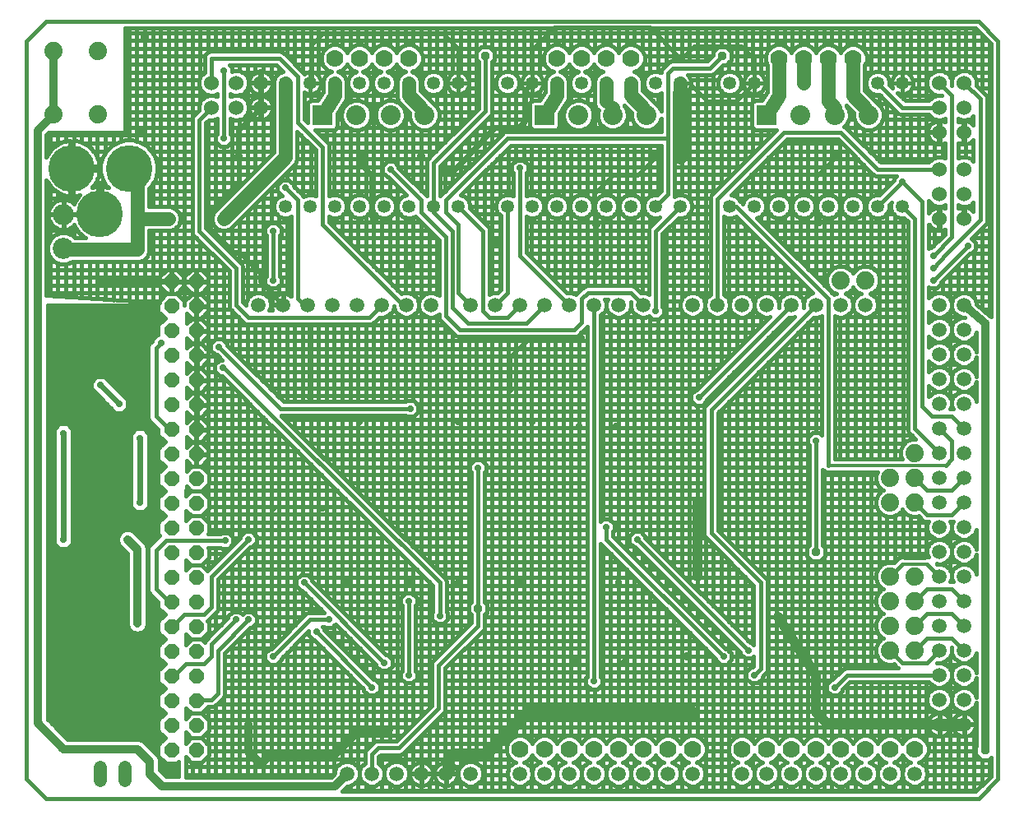
<source format=gbl>
G75*
%MOIN*%
%OFA0B0*%
%FSLAX25Y25*%
%IPPOS*%
%LPD*%
%AMOC8*
5,1,8,0,0,1.08239X$1,22.5*
%
%ADD10C,0.01600*%
%ADD11C,0.05906*%
%ADD12C,0.07000*%
%ADD13C,0.05315*%
%ADD14C,0.06000*%
%ADD15C,0.18898*%
%ADD16R,0.08000X0.08000*%
%ADD17C,0.08000*%
%ADD18C,0.08600*%
%ADD19C,0.07400*%
%ADD20OC8,0.06000*%
%ADD21C,0.05400*%
%ADD22OC8,0.03562*%
%ADD23C,0.05600*%
%ADD24OC8,0.02400*%
%ADD25OC8,0.02800*%
%ADD26C,0.04000*%
%ADD27C,0.03200*%
%ADD28C,0.05000*%
%ADD29R,0.02400X0.02400*%
%ADD30C,0.02400*%
%ADD31OC8,0.03169*%
%ADD32C,0.01200*%
D10*
X0015300Y0009674D02*
X0023174Y0001800D01*
X0401127Y0001800D01*
X0409001Y0009674D01*
X0409001Y0308887D01*
X0401127Y0316761D01*
X0023174Y0316761D01*
X0015300Y0308887D01*
X0015300Y0308800D02*
X0015300Y0009800D01*
X0031957Y0025800D02*
X0023800Y0033957D01*
X0023800Y0201800D01*
X0068758Y0201800D01*
X0068758Y0199130D01*
X0071522Y0196367D01*
X0068758Y0193604D01*
X0068758Y0189900D01*
X0068309Y0189900D01*
X0066200Y0187791D01*
X0066200Y0187225D01*
X0065087Y0186113D01*
X0064600Y0184937D01*
X0064600Y0156163D01*
X0065087Y0154987D01*
X0068758Y0151316D01*
X0068758Y0149130D01*
X0071522Y0146367D01*
X0068758Y0143604D01*
X0068758Y0139130D01*
X0071522Y0136367D01*
X0068758Y0133604D01*
X0068758Y0129130D01*
X0071522Y0126367D01*
X0068758Y0123604D01*
X0068758Y0119130D01*
X0071522Y0116367D01*
X0068758Y0113604D01*
X0068758Y0109130D01*
X0069431Y0108457D01*
X0065087Y0104113D01*
X0064600Y0102937D01*
X0064600Y0086163D01*
X0065087Y0084987D01*
X0068758Y0081316D01*
X0068758Y0079130D01*
X0071522Y0076367D01*
X0068758Y0073604D01*
X0068758Y0069130D01*
X0071522Y0066367D01*
X0068758Y0063604D01*
X0068758Y0059130D01*
X0071522Y0056367D01*
X0068758Y0053604D01*
X0068758Y0049130D01*
X0071522Y0046367D01*
X0068758Y0043604D01*
X0068758Y0039130D01*
X0071522Y0036367D01*
X0068758Y0033604D01*
X0068758Y0029130D01*
X0071522Y0026367D01*
X0068758Y0023604D01*
X0068758Y0019130D01*
X0071922Y0015967D01*
X0076395Y0015967D01*
X0077035Y0016607D01*
X0076932Y0010800D01*
X0071957Y0010800D01*
X0069300Y0013457D01*
X0069300Y0017596D01*
X0068691Y0019066D01*
X0067566Y0020191D01*
X0062566Y0025191D01*
X0061096Y0025800D01*
X0031957Y0025800D01*
X0030381Y0027376D02*
X0070512Y0027376D01*
X0070932Y0025778D02*
X0061150Y0025778D01*
X0063578Y0024179D02*
X0069334Y0024179D01*
X0068758Y0022581D02*
X0065176Y0022581D01*
X0066775Y0020982D02*
X0068758Y0020982D01*
X0068758Y0019384D02*
X0068373Y0019384D01*
X0069222Y0017785D02*
X0070103Y0017785D01*
X0069300Y0016187D02*
X0071702Y0016187D01*
X0069300Y0014588D02*
X0076999Y0014588D01*
X0076971Y0012990D02*
X0069767Y0012990D01*
X0071366Y0011391D02*
X0076943Y0011391D01*
X0079820Y0011400D02*
X0139809Y0011400D01*
X0140100Y0011691D02*
X0140100Y0058040D01*
X0138740Y0059400D02*
X0119360Y0059400D01*
X0118500Y0058540D02*
X0129600Y0069640D01*
X0129600Y0067975D01*
X0131475Y0066100D01*
X0132040Y0066100D01*
X0152100Y0046040D01*
X0152100Y0045475D01*
X0153975Y0043600D01*
X0156625Y0043600D01*
X0158500Y0045475D01*
X0158500Y0048125D01*
X0156625Y0050000D01*
X0156060Y0050000D01*
X0136000Y0070060D01*
X0136000Y0070625D01*
X0135125Y0071500D01*
X0136075Y0071500D01*
X0136475Y0071100D01*
X0139125Y0071100D01*
X0140583Y0072557D01*
X0157100Y0056040D01*
X0157100Y0055475D01*
X0158975Y0053600D01*
X0161625Y0053600D01*
X0163500Y0055475D01*
X0163500Y0058125D01*
X0161625Y0060000D01*
X0161060Y0060000D01*
X0131000Y0090060D01*
X0131000Y0090625D01*
X0129125Y0092500D01*
X0126475Y0092500D01*
X0124600Y0090625D01*
X0124600Y0087975D01*
X0126475Y0086100D01*
X0127040Y0086100D01*
X0136040Y0077100D01*
X0129743Y0077100D01*
X0128714Y0076674D01*
X0114540Y0062500D01*
X0113975Y0062500D01*
X0112100Y0060625D01*
X0112100Y0057975D01*
X0113975Y0056100D01*
X0116625Y0056100D01*
X0118500Y0057975D01*
X0118500Y0058540D01*
X0117700Y0057175D02*
X0117700Y0010400D01*
X0114500Y0010400D02*
X0114500Y0056100D01*
X0113875Y0056200D02*
X0095600Y0056200D01*
X0095600Y0053000D02*
X0145140Y0053000D01*
X0146500Y0051640D02*
X0146500Y0016664D01*
X0146285Y0016753D02*
X0144315Y0016753D01*
X0142494Y0015999D01*
X0141101Y0014605D01*
X0140347Y0012785D01*
X0140347Y0011938D01*
X0138809Y0010400D01*
X0079818Y0010400D01*
X0079839Y0018616D01*
X0082087Y0016367D01*
X0086229Y0016367D01*
X0089158Y0019296D01*
X0089158Y0023438D01*
X0086229Y0026367D01*
X0089158Y0029296D01*
X0089158Y0033438D01*
X0086229Y0036367D01*
X0088862Y0039000D01*
X0090857Y0039000D01*
X0091886Y0039426D01*
X0092674Y0040214D01*
X0095174Y0042714D01*
X0095600Y0043743D01*
X0095600Y0060640D01*
X0106060Y0071100D01*
X0106625Y0071100D01*
X0108500Y0072975D01*
X0108500Y0075625D01*
X0106625Y0077500D01*
X0103975Y0077500D01*
X0102800Y0076325D01*
X0101625Y0077500D01*
X0098975Y0077500D01*
X0097100Y0075625D01*
X0097100Y0075060D01*
X0088714Y0066674D01*
X0087926Y0065886D01*
X0087570Y0065026D01*
X0086229Y0066367D01*
X0089158Y0069296D01*
X0089158Y0073438D01*
X0088733Y0073863D01*
X0088886Y0073926D01*
X0089674Y0074714D01*
X0092674Y0077714D01*
X0093100Y0078743D01*
X0093100Y0090640D01*
X0106060Y0103600D01*
X0106625Y0103600D01*
X0108500Y0105475D01*
X0108500Y0108125D01*
X0106625Y0110000D01*
X0103975Y0110000D01*
X0102100Y0108125D01*
X0102100Y0107560D01*
X0088568Y0094028D01*
X0086229Y0096367D01*
X0089158Y0099296D01*
X0089158Y0103438D01*
X0089096Y0103500D01*
X0094075Y0103500D01*
X0094475Y0103100D01*
X0097125Y0103100D01*
X0099000Y0104975D01*
X0099000Y0107625D01*
X0097125Y0109500D01*
X0094475Y0109500D01*
X0094075Y0109100D01*
X0088962Y0109100D01*
X0089158Y0109296D01*
X0089158Y0113438D01*
X0086229Y0116367D01*
X0089158Y0119296D01*
X0089158Y0123438D01*
X0086229Y0126367D01*
X0089158Y0129296D01*
X0089158Y0133438D01*
X0086229Y0136367D01*
X0082087Y0136367D01*
X0080130Y0134410D01*
X0080141Y0138596D01*
X0082170Y0136567D01*
X0083958Y0136567D01*
X0083958Y0141167D01*
X0084358Y0141167D01*
X0084358Y0136567D01*
X0086146Y0136567D01*
X0088958Y0139379D01*
X0088958Y0141167D01*
X0084358Y0141167D01*
X0084358Y0141567D01*
X0083958Y0141567D01*
X0083958Y0146167D01*
X0082170Y0146167D01*
X0080155Y0144152D01*
X0080166Y0148571D01*
X0082170Y0146567D01*
X0083958Y0146567D01*
X0083958Y0151167D01*
X0084358Y0151167D01*
X0084358Y0146567D01*
X0086146Y0146567D01*
X0088958Y0149379D01*
X0088958Y0151167D01*
X0084358Y0151167D01*
X0084358Y0151567D01*
X0083958Y0151567D01*
X0083958Y0156167D01*
X0082170Y0156167D01*
X0080180Y0154177D01*
X0080191Y0158546D01*
X0082170Y0156567D01*
X0083958Y0156567D01*
X0083958Y0161167D01*
X0084358Y0161167D01*
X0084358Y0156567D01*
X0086146Y0156567D01*
X0088958Y0159379D01*
X0088958Y0161167D01*
X0084358Y0161167D01*
X0084358Y0161567D01*
X0083958Y0161567D01*
X0083958Y0166167D01*
X0082170Y0166167D01*
X0080205Y0164202D01*
X0080216Y0168521D01*
X0082170Y0166567D01*
X0083958Y0166567D01*
X0083958Y0171167D01*
X0084358Y0171167D01*
X0084358Y0166567D01*
X0086146Y0166567D01*
X0088958Y0169379D01*
X0088958Y0171167D01*
X0084358Y0171167D01*
X0084358Y0171567D01*
X0083958Y0171567D01*
X0083958Y0176167D01*
X0082170Y0176167D01*
X0080231Y0174227D01*
X0080241Y0178496D01*
X0082170Y0176567D01*
X0083958Y0176567D01*
X0083958Y0181167D01*
X0084358Y0181167D01*
X0084358Y0176567D01*
X0086146Y0176567D01*
X0088958Y0179379D01*
X0088958Y0181167D01*
X0084358Y0181167D01*
X0084358Y0181567D01*
X0083958Y0181567D01*
X0083958Y0186167D01*
X0082170Y0186167D01*
X0080256Y0184253D01*
X0080266Y0188471D01*
X0082170Y0186567D01*
X0083958Y0186567D01*
X0083958Y0191167D01*
X0084358Y0191167D01*
X0084358Y0186567D01*
X0086146Y0186567D01*
X0088958Y0189379D01*
X0088958Y0191167D01*
X0084358Y0191167D01*
X0084358Y0191567D01*
X0083958Y0191567D01*
X0083958Y0196167D01*
X0082170Y0196167D01*
X0080281Y0194278D01*
X0080292Y0198445D01*
X0082170Y0196567D01*
X0083958Y0196567D01*
X0083958Y0201167D01*
X0084358Y0201167D01*
X0084358Y0196567D01*
X0086146Y0196567D01*
X0088958Y0199379D01*
X0088958Y0201167D01*
X0084358Y0201167D01*
X0084358Y0201567D01*
X0083958Y0201567D01*
X0083958Y0206167D01*
X0082170Y0206167D01*
X0079358Y0203355D01*
X0079358Y0201867D01*
X0079158Y0201881D01*
X0079158Y0203438D01*
X0076229Y0206367D01*
X0072087Y0206367D01*
X0069158Y0203438D01*
X0069158Y0202590D01*
X0023400Y0205832D01*
X0023400Y0252545D01*
X0023786Y0251744D01*
X0024458Y0250674D01*
X0025246Y0249686D01*
X0026139Y0248793D01*
X0027127Y0248005D01*
X0028197Y0247333D01*
X0029335Y0246785D01*
X0030527Y0246367D01*
X0031759Y0246086D01*
X0032846Y0245964D01*
X0032846Y0256394D01*
X0034446Y0256394D01*
X0034446Y0245964D01*
X0035534Y0246086D01*
X0036765Y0246367D01*
X0036870Y0246404D01*
X0036663Y0246197D01*
X0035875Y0245209D01*
X0035203Y0244140D01*
X0034655Y0243001D01*
X0034594Y0242826D01*
X0034274Y0243146D01*
X0033497Y0243710D01*
X0032642Y0244146D01*
X0031728Y0244443D01*
X0030780Y0244593D01*
X0030484Y0244593D01*
X0030484Y0238677D01*
X0030116Y0238677D01*
X0030116Y0238309D01*
X0024200Y0238309D01*
X0024200Y0238013D01*
X0024350Y0237064D01*
X0024647Y0236151D01*
X0025083Y0235296D01*
X0025647Y0234519D01*
X0026326Y0233840D01*
X0027103Y0233276D01*
X0027958Y0232840D01*
X0028872Y0232543D01*
X0029820Y0232393D01*
X0030116Y0232393D01*
X0030116Y0238309D01*
X0030484Y0238309D01*
X0030484Y0238677D01*
X0036400Y0238677D01*
X0036400Y0238973D01*
X0036318Y0239490D01*
X0044264Y0239490D01*
X0044264Y0249920D01*
X0043177Y0249797D01*
X0041945Y0249516D01*
X0041840Y0249479D01*
X0042047Y0249686D01*
X0042835Y0250674D01*
X0043507Y0251744D01*
X0044055Y0252882D01*
X0044473Y0254075D01*
X0044754Y0255306D01*
X0044876Y0256394D01*
X0034447Y0256394D01*
X0034447Y0257994D01*
X0044876Y0257994D01*
X0044754Y0259081D01*
X0044473Y0260313D01*
X0044055Y0261505D01*
X0043507Y0262644D01*
X0042835Y0263713D01*
X0042047Y0264701D01*
X0041154Y0265595D01*
X0040166Y0266382D01*
X0039096Y0267054D01*
X0037958Y0267603D01*
X0036765Y0268020D01*
X0035534Y0268301D01*
X0034446Y0268424D01*
X0034446Y0257994D01*
X0032846Y0257994D01*
X0032846Y0268424D01*
X0031759Y0268301D01*
X0030527Y0268020D01*
X0029335Y0267603D01*
X0028197Y0267054D01*
X0027127Y0266382D01*
X0026139Y0265595D01*
X0025246Y0264701D01*
X0024458Y0263713D01*
X0023786Y0262644D01*
X0023400Y0261843D01*
X0023400Y0270909D01*
X0024291Y0271800D01*
X0055300Y0271800D01*
X0055300Y0313961D01*
X0399967Y0313961D01*
X0406201Y0307727D01*
X0406201Y0196990D01*
X0405839Y0197352D01*
X0405732Y0197396D01*
X0400253Y0202231D01*
X0400253Y0202785D01*
X0399499Y0204605D01*
X0398105Y0205999D01*
X0396285Y0206753D01*
X0394315Y0206753D01*
X0392494Y0205999D01*
X0391101Y0204605D01*
X0390347Y0202785D01*
X0390347Y0200815D01*
X0391101Y0198994D01*
X0392494Y0197601D01*
X0394315Y0196847D01*
X0395472Y0196847D01*
X0395579Y0196753D01*
X0394315Y0196753D01*
X0392494Y0195999D01*
X0391101Y0194605D01*
X0390347Y0192785D01*
X0390347Y0190815D01*
X0391101Y0188994D01*
X0392494Y0187601D01*
X0394315Y0186847D01*
X0396285Y0186847D01*
X0398105Y0187601D01*
X0399499Y0188994D01*
X0400200Y0190688D01*
X0400200Y0182912D01*
X0399499Y0184605D01*
X0398105Y0185999D01*
X0396285Y0186753D01*
X0394315Y0186753D01*
X0392494Y0185999D01*
X0391101Y0184605D01*
X0390347Y0182785D01*
X0390347Y0180815D01*
X0391101Y0178994D01*
X0392494Y0177601D01*
X0394315Y0176847D01*
X0396285Y0176847D01*
X0398105Y0177601D01*
X0399499Y0178994D01*
X0400200Y0180688D01*
X0400200Y0172912D01*
X0399499Y0174605D01*
X0398105Y0175999D01*
X0396285Y0176753D01*
X0394315Y0176753D01*
X0392494Y0175999D01*
X0391101Y0174605D01*
X0390347Y0172785D01*
X0390347Y0170815D01*
X0391101Y0168994D01*
X0392494Y0167601D01*
X0394315Y0166847D01*
X0396285Y0166847D01*
X0398105Y0167601D01*
X0399499Y0168994D01*
X0400200Y0170688D01*
X0400200Y0162912D01*
X0399499Y0164605D01*
X0398105Y0165999D01*
X0396285Y0166753D01*
X0394315Y0166753D01*
X0392494Y0165999D01*
X0391101Y0164605D01*
X0390347Y0162785D01*
X0390347Y0160815D01*
X0390850Y0159600D01*
X0389750Y0159600D01*
X0390253Y0160815D01*
X0390253Y0162785D01*
X0389499Y0164605D01*
X0388105Y0165999D01*
X0386285Y0166753D01*
X0384315Y0166753D01*
X0382494Y0165999D01*
X0381101Y0164605D01*
X0381100Y0164602D01*
X0381100Y0168998D01*
X0381101Y0168994D01*
X0382494Y0167601D01*
X0384315Y0166847D01*
X0386285Y0166847D01*
X0388105Y0167601D01*
X0389499Y0168994D01*
X0390253Y0170815D01*
X0390253Y0172785D01*
X0389499Y0174605D01*
X0388105Y0175999D01*
X0386285Y0176753D01*
X0384315Y0176753D01*
X0382494Y0175999D01*
X0381101Y0174605D01*
X0381100Y0174602D01*
X0381100Y0178998D01*
X0381101Y0178994D01*
X0382494Y0177601D01*
X0384315Y0176847D01*
X0386285Y0176847D01*
X0388105Y0177601D01*
X0389499Y0178994D01*
X0390253Y0180815D01*
X0390253Y0182785D01*
X0389499Y0184605D01*
X0388105Y0185999D01*
X0386285Y0186753D01*
X0384315Y0186753D01*
X0382494Y0185999D01*
X0381101Y0184605D01*
X0381100Y0184602D01*
X0381100Y0188998D01*
X0381101Y0188994D01*
X0382494Y0187601D01*
X0384315Y0186847D01*
X0386285Y0186847D01*
X0388105Y0187601D01*
X0389499Y0188994D01*
X0390253Y0190815D01*
X0390253Y0192785D01*
X0389499Y0194605D01*
X0388105Y0195999D01*
X0386285Y0196753D01*
X0384315Y0196753D01*
X0382494Y0195999D01*
X0381101Y0194605D01*
X0381100Y0194602D01*
X0381100Y0198998D01*
X0381101Y0198994D01*
X0382494Y0197601D01*
X0384315Y0196847D01*
X0386285Y0196847D01*
X0388105Y0197601D01*
X0389499Y0198994D01*
X0390253Y0200815D01*
X0390253Y0202785D01*
X0389499Y0204605D01*
X0388105Y0205999D01*
X0386285Y0206753D01*
X0384315Y0206753D01*
X0382494Y0205999D01*
X0381101Y0204605D01*
X0381100Y0204602D01*
X0381100Y0208975D01*
X0381475Y0208600D01*
X0384125Y0208600D01*
X0386000Y0210475D01*
X0386000Y0211040D01*
X0397560Y0222600D01*
X0398125Y0222600D01*
X0406201Y0222600D01*
X0406201Y0219400D02*
X0394360Y0219400D01*
X0392900Y0217940D02*
X0392900Y0206167D01*
X0393946Y0206600D02*
X0386654Y0206600D01*
X0386500Y0206664D02*
X0386500Y0211540D01*
X0387960Y0213000D02*
X0406201Y0213000D01*
X0406201Y0209800D02*
X0385325Y0209800D01*
X0383300Y0208600D02*
X0383300Y0206332D01*
X0383946Y0206600D02*
X0381100Y0206600D01*
X0382800Y0211800D02*
X0396800Y0225800D01*
X0400000Y0225800D02*
X0406201Y0225800D01*
X0406201Y0229000D02*
X0398460Y0229000D01*
X0398293Y0228833D02*
X0404174Y0234714D01*
X0404600Y0235743D01*
X0404600Y0285857D01*
X0404174Y0286886D01*
X0403386Y0287674D01*
X0400287Y0290773D01*
X0400300Y0290805D01*
X0400300Y0292795D01*
X0399539Y0294632D01*
X0398132Y0296039D01*
X0396295Y0296800D01*
X0394305Y0296800D01*
X0392468Y0296039D01*
X0391061Y0294632D01*
X0390300Y0292795D01*
X0389539Y0294632D01*
X0388132Y0296039D01*
X0386295Y0296800D01*
X0384305Y0296800D01*
X0382468Y0296039D01*
X0381061Y0294632D01*
X0380300Y0292795D01*
X0380300Y0290805D01*
X0381061Y0288968D01*
X0382468Y0287561D01*
X0384305Y0286800D01*
X0382468Y0286039D01*
X0381061Y0284632D01*
X0381048Y0284600D01*
X0371460Y0284600D01*
X0368185Y0287875D01*
X0368589Y0287669D01*
X0369256Y0287452D01*
X0369949Y0287343D01*
X0370214Y0287343D01*
X0370214Y0291714D01*
X0365843Y0291714D01*
X0365843Y0291449D01*
X0365952Y0290756D01*
X0366169Y0290089D01*
X0366375Y0289685D01*
X0364957Y0291102D01*
X0364957Y0292726D01*
X0364248Y0294438D01*
X0362938Y0295748D01*
X0361226Y0296457D01*
X0359374Y0296457D01*
X0357662Y0295748D01*
X0356352Y0294438D01*
X0355643Y0292726D01*
X0355643Y0290874D01*
X0356352Y0289162D01*
X0357662Y0287852D01*
X0359374Y0287143D01*
X0360998Y0287143D01*
X0367926Y0280214D01*
X0368714Y0279426D01*
X0369743Y0279000D01*
X0381048Y0279000D01*
X0381061Y0278968D01*
X0382468Y0277561D01*
X0384305Y0276800D01*
X0386295Y0276800D01*
X0387500Y0277299D01*
X0387500Y0276066D01*
X0387143Y0276248D01*
X0386424Y0276482D01*
X0385678Y0276600D01*
X0385500Y0276600D01*
X0385500Y0272000D01*
X0385100Y0272000D01*
X0385100Y0276600D01*
X0384922Y0276600D01*
X0384176Y0276482D01*
X0383457Y0276248D01*
X0382784Y0275905D01*
X0382173Y0275461D01*
X0381639Y0274927D01*
X0381195Y0274316D01*
X0380852Y0273643D01*
X0380618Y0272924D01*
X0380500Y0272178D01*
X0380500Y0272000D01*
X0385100Y0272000D01*
X0385100Y0271600D01*
X0385500Y0271600D01*
X0385500Y0267000D01*
X0385678Y0267000D01*
X0386424Y0267118D01*
X0387143Y0267352D01*
X0387500Y0267534D01*
X0387500Y0261301D01*
X0386295Y0261800D01*
X0384305Y0261800D01*
X0382468Y0261039D01*
X0381061Y0259632D01*
X0381048Y0259600D01*
X0361460Y0259600D01*
X0346886Y0274174D01*
X0346767Y0274223D01*
X0347946Y0275401D01*
X0348859Y0277607D01*
X0348859Y0279993D01*
X0347946Y0282199D01*
X0347600Y0282544D01*
X0347600Y0282712D01*
X0350639Y0279673D01*
X0350639Y0277607D01*
X0351552Y0275401D01*
X0353240Y0273713D01*
X0355445Y0272800D01*
X0357832Y0272800D01*
X0360037Y0273713D01*
X0361725Y0275401D01*
X0362639Y0277607D01*
X0362639Y0279993D01*
X0361725Y0282199D01*
X0360037Y0283887D01*
X0359547Y0284090D01*
X0359369Y0284519D01*
X0359322Y0284566D01*
X0359294Y0284628D01*
X0358648Y0285240D01*
X0355100Y0288788D01*
X0355100Y0299016D01*
X0355800Y0300706D01*
X0355800Y0302894D01*
X0354963Y0304915D01*
X0353415Y0306463D01*
X0351394Y0307300D01*
X0349206Y0307300D01*
X0347184Y0306463D01*
X0345637Y0304915D01*
X0345300Y0304101D01*
X0344963Y0304915D01*
X0343415Y0306463D01*
X0341394Y0307300D01*
X0339206Y0307300D01*
X0337184Y0306463D01*
X0335637Y0304915D01*
X0335300Y0304101D01*
X0334963Y0304915D01*
X0333415Y0306463D01*
X0331394Y0307300D01*
X0329206Y0307300D01*
X0327184Y0306463D01*
X0325637Y0304915D01*
X0325300Y0304101D01*
X0324963Y0304915D01*
X0323415Y0306463D01*
X0321394Y0307300D01*
X0319206Y0307300D01*
X0317184Y0306463D01*
X0315637Y0304915D01*
X0314800Y0302894D01*
X0314800Y0300706D01*
X0315500Y0299016D01*
X0315500Y0288177D01*
X0313390Y0284800D01*
X0310472Y0284800D01*
X0309300Y0283628D01*
X0309300Y0273972D01*
X0310472Y0272800D01*
X0319340Y0272800D01*
X0293714Y0247174D01*
X0292926Y0246386D01*
X0292500Y0245357D01*
X0292500Y0206001D01*
X0292494Y0205999D01*
X0291101Y0204605D01*
X0290347Y0202785D01*
X0290347Y0200815D01*
X0291101Y0198994D01*
X0292494Y0197601D01*
X0294315Y0196847D01*
X0296285Y0196847D01*
X0298105Y0197601D01*
X0299499Y0198994D01*
X0300253Y0200815D01*
X0300253Y0202785D01*
X0299499Y0204605D01*
X0298105Y0205999D01*
X0298100Y0206001D01*
X0298100Y0237670D01*
X0299374Y0237143D01*
X0301226Y0237143D01*
X0302832Y0237808D01*
X0334013Y0206628D01*
X0332494Y0205999D01*
X0331101Y0204605D01*
X0330347Y0202785D01*
X0330347Y0200815D01*
X0330350Y0200809D01*
X0330180Y0200640D01*
X0330253Y0200815D01*
X0330253Y0202785D01*
X0329499Y0204605D01*
X0328105Y0205999D01*
X0326285Y0206753D01*
X0324315Y0206753D01*
X0322494Y0205999D01*
X0321101Y0204605D01*
X0320347Y0202785D01*
X0320347Y0200815D01*
X0320350Y0200809D01*
X0320180Y0200640D01*
X0320253Y0200815D01*
X0320253Y0202785D01*
X0319499Y0204605D01*
X0318105Y0205999D01*
X0316285Y0206753D01*
X0314315Y0206753D01*
X0312494Y0205999D01*
X0311101Y0204605D01*
X0310347Y0202785D01*
X0310347Y0200815D01*
X0311101Y0198994D01*
X0312494Y0197601D01*
X0314315Y0196847D01*
X0316285Y0196847D01*
X0316460Y0196920D01*
X0287040Y0167500D01*
X0286475Y0167500D01*
X0284600Y0165625D01*
X0284600Y0162975D01*
X0286475Y0161100D01*
X0289125Y0161100D01*
X0291000Y0162975D01*
X0291000Y0163540D01*
X0324309Y0196850D01*
X0324315Y0196847D01*
X0326285Y0196847D01*
X0326460Y0196920D01*
X0290426Y0160886D01*
X0290000Y0159857D01*
X0290000Y0108743D01*
X0290426Y0107714D01*
X0291214Y0106926D01*
X0310000Y0088140D01*
X0310000Y0064125D01*
X0309125Y0065000D01*
X0308560Y0065000D01*
X0266000Y0107560D01*
X0266000Y0108125D01*
X0264125Y0110000D01*
X0261475Y0110000D01*
X0259600Y0108125D01*
X0259600Y0105475D01*
X0261475Y0103600D01*
X0262040Y0103600D01*
X0304600Y0061040D01*
X0304600Y0060475D01*
X0306475Y0058600D01*
X0309125Y0058600D01*
X0310000Y0059475D01*
X0310000Y0055460D01*
X0309540Y0055000D01*
X0308975Y0055000D01*
X0307100Y0053125D01*
X0307100Y0050475D01*
X0308975Y0048600D01*
X0311625Y0048600D01*
X0313500Y0050475D01*
X0313500Y0051040D01*
X0314386Y0051926D01*
X0315174Y0052714D01*
X0315600Y0053743D01*
X0315600Y0089857D01*
X0315174Y0090886D01*
X0295600Y0110460D01*
X0295600Y0158140D01*
X0334309Y0196850D01*
X0334315Y0196847D01*
X0336285Y0196847D01*
X0337500Y0197350D01*
X0337500Y0149125D01*
X0336625Y0150000D01*
X0333975Y0150000D01*
X0332100Y0148125D01*
X0332100Y0194640D01*
X0331260Y0193800D02*
X0337500Y0193800D01*
X0337500Y0190600D02*
X0328060Y0190600D01*
X0328900Y0191440D02*
X0328900Y0025978D01*
X0328415Y0026463D02*
X0326394Y0027300D01*
X0324206Y0027300D01*
X0322184Y0026463D01*
X0320637Y0024915D01*
X0320300Y0024101D01*
X0319963Y0024915D01*
X0318415Y0026463D01*
X0316394Y0027300D01*
X0314206Y0027300D01*
X0312184Y0026463D01*
X0310637Y0024915D01*
X0310300Y0024101D01*
X0309963Y0024915D01*
X0308415Y0026463D01*
X0306394Y0027300D01*
X0304206Y0027300D01*
X0302184Y0026463D01*
X0300637Y0024915D01*
X0299800Y0022894D01*
X0299800Y0020706D01*
X0300637Y0018684D01*
X0302184Y0017137D01*
X0303714Y0016504D01*
X0302494Y0015999D01*
X0301101Y0014605D01*
X0300347Y0012785D01*
X0300347Y0010815D01*
X0301101Y0008994D01*
X0302494Y0007601D01*
X0304315Y0006847D01*
X0306285Y0006847D01*
X0308105Y0007601D01*
X0309499Y0008994D01*
X0310253Y0010815D01*
X0310253Y0012785D01*
X0309499Y0014605D01*
X0308105Y0015999D01*
X0306886Y0016504D01*
X0308415Y0017137D01*
X0309963Y0018684D01*
X0310300Y0019499D01*
X0310637Y0018684D01*
X0312184Y0017137D01*
X0313714Y0016504D01*
X0312494Y0015999D01*
X0311101Y0014605D01*
X0310347Y0012785D01*
X0310347Y0010815D01*
X0311101Y0008994D01*
X0312494Y0007601D01*
X0314315Y0006847D01*
X0316285Y0006847D01*
X0318105Y0007601D01*
X0319499Y0008994D01*
X0320253Y0010815D01*
X0320253Y0012785D01*
X0319499Y0014605D01*
X0318105Y0015999D01*
X0316886Y0016504D01*
X0318415Y0017137D01*
X0319963Y0018684D01*
X0320300Y0019499D01*
X0320637Y0018684D01*
X0322184Y0017137D01*
X0323714Y0016504D01*
X0322494Y0015999D01*
X0321101Y0014605D01*
X0320347Y0012785D01*
X0320347Y0010815D01*
X0321101Y0008994D01*
X0322494Y0007601D01*
X0324315Y0006847D01*
X0326285Y0006847D01*
X0328105Y0007601D01*
X0329499Y0008994D01*
X0330253Y0010815D01*
X0330253Y0012785D01*
X0329499Y0014605D01*
X0328105Y0015999D01*
X0326886Y0016504D01*
X0328415Y0017137D01*
X0329963Y0018684D01*
X0330300Y0019499D01*
X0330637Y0018684D01*
X0332184Y0017137D01*
X0333714Y0016504D01*
X0332494Y0015999D01*
X0331101Y0014605D01*
X0330347Y0012785D01*
X0330347Y0010815D01*
X0331101Y0008994D01*
X0332494Y0007601D01*
X0334315Y0006847D01*
X0336285Y0006847D01*
X0338105Y0007601D01*
X0339499Y0008994D01*
X0340253Y0010815D01*
X0340253Y0012785D01*
X0339499Y0014605D01*
X0338105Y0015999D01*
X0336886Y0016504D01*
X0338415Y0017137D01*
X0339963Y0018684D01*
X0340300Y0019499D01*
X0340637Y0018684D01*
X0342184Y0017137D01*
X0343714Y0016504D01*
X0342494Y0015999D01*
X0341101Y0014605D01*
X0340347Y0012785D01*
X0340347Y0010815D01*
X0341101Y0008994D01*
X0342494Y0007601D01*
X0344315Y0006847D01*
X0346285Y0006847D01*
X0348105Y0007601D01*
X0349499Y0008994D01*
X0350253Y0010815D01*
X0350253Y0012785D01*
X0349499Y0014605D01*
X0348105Y0015999D01*
X0346886Y0016504D01*
X0348415Y0017137D01*
X0349963Y0018684D01*
X0350300Y0019499D01*
X0350637Y0018684D01*
X0352184Y0017137D01*
X0353714Y0016504D01*
X0352494Y0015999D01*
X0351101Y0014605D01*
X0350347Y0012785D01*
X0350347Y0010815D01*
X0351101Y0008994D01*
X0352494Y0007601D01*
X0354315Y0006847D01*
X0356285Y0006847D01*
X0358105Y0007601D01*
X0359499Y0008994D01*
X0360253Y0010815D01*
X0360253Y0012785D01*
X0359499Y0014605D01*
X0358105Y0015999D01*
X0356886Y0016504D01*
X0358415Y0017137D01*
X0359963Y0018684D01*
X0360300Y0019499D01*
X0360637Y0018684D01*
X0362184Y0017137D01*
X0363714Y0016504D01*
X0362494Y0015999D01*
X0361101Y0014605D01*
X0360347Y0012785D01*
X0360347Y0010815D01*
X0361101Y0008994D01*
X0362494Y0007601D01*
X0364315Y0006847D01*
X0366285Y0006847D01*
X0368105Y0007601D01*
X0369499Y0008994D01*
X0370253Y0010815D01*
X0370253Y0012785D01*
X0369499Y0014605D01*
X0368105Y0015999D01*
X0366886Y0016504D01*
X0368415Y0017137D01*
X0369963Y0018684D01*
X0370300Y0019499D01*
X0370637Y0018684D01*
X0372184Y0017137D01*
X0373714Y0016504D01*
X0372494Y0015999D01*
X0371101Y0014605D01*
X0370347Y0012785D01*
X0370347Y0010815D01*
X0371101Y0008994D01*
X0372494Y0007601D01*
X0374315Y0006847D01*
X0376285Y0006847D01*
X0378105Y0007601D01*
X0379499Y0008994D01*
X0380253Y0010815D01*
X0380253Y0012785D01*
X0379499Y0014605D01*
X0378105Y0015999D01*
X0376886Y0016504D01*
X0378415Y0017137D01*
X0379963Y0018684D01*
X0380800Y0020706D01*
X0380800Y0022894D01*
X0379963Y0024915D01*
X0378415Y0026463D01*
X0376394Y0027300D01*
X0374206Y0027300D01*
X0372184Y0026463D01*
X0370637Y0024915D01*
X0370300Y0024101D01*
X0369963Y0024915D01*
X0368415Y0026463D01*
X0366394Y0027300D01*
X0364206Y0027300D01*
X0362184Y0026463D01*
X0360637Y0024915D01*
X0360300Y0024101D01*
X0359963Y0024915D01*
X0358415Y0026463D01*
X0356394Y0027300D01*
X0354206Y0027300D01*
X0352184Y0026463D01*
X0350637Y0024915D01*
X0350300Y0024101D01*
X0349963Y0024915D01*
X0348415Y0026463D01*
X0346394Y0027300D01*
X0344206Y0027300D01*
X0342184Y0026463D01*
X0340637Y0024915D01*
X0340300Y0024101D01*
X0339963Y0024915D01*
X0338415Y0026463D01*
X0336394Y0027300D01*
X0334206Y0027300D01*
X0332184Y0026463D01*
X0330637Y0024915D01*
X0330300Y0024101D01*
X0329963Y0024915D01*
X0328415Y0026463D01*
X0325700Y0027300D02*
X0325700Y0188240D01*
X0324860Y0187400D02*
X0337500Y0187400D01*
X0337500Y0184200D02*
X0321660Y0184200D01*
X0322500Y0185040D02*
X0322500Y0026593D01*
X0320341Y0024200D02*
X0320259Y0024200D01*
X0319300Y0025578D02*
X0319300Y0181840D01*
X0318460Y0181000D02*
X0337500Y0181000D01*
X0337500Y0177800D02*
X0315260Y0177800D01*
X0316100Y0178640D02*
X0316100Y0027300D01*
X0312900Y0026759D02*
X0312900Y0049875D01*
X0312825Y0049800D02*
X0341275Y0049800D01*
X0341475Y0050000D02*
X0339600Y0048125D01*
X0339600Y0045475D01*
X0341475Y0043600D01*
X0344125Y0043600D01*
X0346000Y0045475D01*
X0346000Y0046040D01*
X0348960Y0049000D01*
X0381099Y0049000D01*
X0381101Y0048994D01*
X0382494Y0047601D01*
X0384315Y0046847D01*
X0386285Y0046847D01*
X0388105Y0047601D01*
X0389499Y0048994D01*
X0390253Y0050815D01*
X0390253Y0052785D01*
X0389499Y0054605D01*
X0388105Y0055999D01*
X0386285Y0056753D01*
X0384315Y0056753D01*
X0384140Y0056680D01*
X0384309Y0056850D01*
X0384315Y0056847D01*
X0386285Y0056847D01*
X0388105Y0057601D01*
X0389499Y0058994D01*
X0390253Y0060815D01*
X0390253Y0062785D01*
X0390180Y0062960D01*
X0390350Y0062791D01*
X0390347Y0062785D01*
X0390347Y0060815D01*
X0391101Y0058994D01*
X0392494Y0057601D01*
X0394315Y0056847D01*
X0396285Y0056847D01*
X0398105Y0057601D01*
X0399499Y0058994D01*
X0400200Y0060688D01*
X0400200Y0052912D01*
X0399499Y0054605D01*
X0398105Y0055999D01*
X0396285Y0056753D01*
X0394315Y0056753D01*
X0392494Y0055999D01*
X0391101Y0054605D01*
X0390347Y0052785D01*
X0390347Y0050815D01*
X0391101Y0048994D01*
X0392494Y0047601D01*
X0394315Y0046847D01*
X0396285Y0046847D01*
X0398105Y0047601D01*
X0399499Y0048994D01*
X0400200Y0050688D01*
X0400200Y0042912D01*
X0399499Y0044605D01*
X0398105Y0045999D01*
X0396285Y0046753D01*
X0394315Y0046753D01*
X0392494Y0045999D01*
X0391101Y0044605D01*
X0390347Y0042785D01*
X0390347Y0040815D01*
X0391101Y0038994D01*
X0392494Y0037601D01*
X0394315Y0036847D01*
X0396285Y0036847D01*
X0398105Y0037601D01*
X0399499Y0038994D01*
X0400200Y0040688D01*
X0400200Y0023047D01*
X0400019Y0022866D01*
X0400019Y0019734D01*
X0402234Y0017519D01*
X0405366Y0017519D01*
X0406201Y0018354D01*
X0406201Y0010834D01*
X0399967Y0004600D01*
X0143191Y0004600D01*
X0145438Y0006847D01*
X0146285Y0006847D01*
X0148105Y0007601D01*
X0149499Y0008994D01*
X0150253Y0010815D01*
X0150253Y0012785D01*
X0149499Y0014605D01*
X0148105Y0015999D01*
X0146285Y0016753D01*
X0143300Y0016332D02*
X0143300Y0054840D01*
X0141940Y0056200D02*
X0116725Y0056200D01*
X0115300Y0059300D02*
X0130300Y0074300D01*
X0137800Y0074300D01*
X0140100Y0072075D02*
X0140100Y0065960D01*
X0140260Y0065800D02*
X0147340Y0065800D01*
X0146500Y0066640D02*
X0146500Y0059560D01*
X0146660Y0059400D02*
X0153740Y0059400D01*
X0152900Y0060240D02*
X0152900Y0053160D01*
X0153060Y0053000D02*
X0167100Y0053000D01*
X0167100Y0053125D02*
X0167100Y0050475D01*
X0168975Y0048600D01*
X0171625Y0048600D01*
X0173500Y0050475D01*
X0173500Y0053125D01*
X0173100Y0053525D01*
X0173100Y0080075D01*
X0173500Y0080475D01*
X0173500Y0083125D01*
X0171625Y0085000D01*
X0168975Y0085000D01*
X0167100Y0083125D01*
X0167100Y0080475D01*
X0167500Y0080075D01*
X0167500Y0053525D01*
X0167100Y0053125D01*
X0167500Y0056200D02*
X0163500Y0056200D01*
X0162500Y0054475D02*
X0162500Y0025100D01*
X0165140Y0025100D02*
X0157243Y0025100D01*
X0156214Y0024674D01*
X0153714Y0022174D01*
X0152926Y0021386D01*
X0152500Y0020357D01*
X0152500Y0016001D01*
X0152494Y0015999D01*
X0151101Y0014605D01*
X0150347Y0012785D01*
X0150347Y0010815D01*
X0151101Y0008994D01*
X0152494Y0007601D01*
X0154315Y0006847D01*
X0156285Y0006847D01*
X0158105Y0007601D01*
X0159499Y0008994D01*
X0160253Y0010815D01*
X0160253Y0012785D01*
X0159499Y0014605D01*
X0158105Y0015999D01*
X0158100Y0016001D01*
X0158100Y0018640D01*
X0158960Y0019500D01*
X0166857Y0019500D01*
X0167886Y0019926D01*
X0168674Y0020714D01*
X0184674Y0036714D01*
X0185100Y0037743D01*
X0185100Y0054640D01*
X0200674Y0070214D01*
X0201100Y0071243D01*
X0201100Y0076253D01*
X0202081Y0077234D01*
X0202081Y0080366D01*
X0201100Y0081347D01*
X0201100Y0134075D01*
X0201500Y0134475D01*
X0201500Y0137125D01*
X0199625Y0139000D01*
X0196975Y0139000D01*
X0195100Y0137125D01*
X0195100Y0134475D01*
X0195500Y0134075D01*
X0195500Y0081347D01*
X0194519Y0080366D01*
X0194519Y0077234D01*
X0195500Y0076253D01*
X0195500Y0072960D01*
X0180714Y0058174D01*
X0179926Y0057386D01*
X0179500Y0056357D01*
X0179500Y0039460D01*
X0165140Y0025100D01*
X0165700Y0025660D02*
X0165700Y0102326D01*
X0167036Y0101000D02*
X0103460Y0101000D01*
X0104900Y0102440D02*
X0104900Y0077500D01*
X0101700Y0077425D02*
X0101700Y0099240D01*
X0100260Y0097800D02*
X0170260Y0097800D01*
X0168900Y0099150D02*
X0168900Y0084925D01*
X0172100Y0084525D02*
X0172100Y0095974D01*
X0173485Y0094600D02*
X0097060Y0094600D01*
X0098500Y0096040D02*
X0098500Y0077025D01*
X0097100Y0075400D02*
X0090360Y0075400D01*
X0088900Y0073940D02*
X0088900Y0073696D01*
X0089158Y0072200D02*
X0094240Y0072200D01*
X0095300Y0073260D02*
X0095300Y0092840D01*
X0093860Y0091400D02*
X0125375Y0091400D01*
X0127300Y0092500D02*
X0127300Y0140435D01*
X0128343Y0139400D02*
X0088958Y0139400D01*
X0088900Y0139320D02*
X0088900Y0133696D01*
X0089158Y0133000D02*
X0134791Y0133000D01*
X0133700Y0134083D02*
X0133700Y0087360D01*
X0132860Y0088200D02*
X0179933Y0088200D01*
X0180000Y0088134D02*
X0180000Y0077525D01*
X0179600Y0077125D01*
X0179600Y0074475D01*
X0181475Y0072600D01*
X0184125Y0072600D01*
X0186000Y0074475D01*
X0186000Y0077125D01*
X0185600Y0077525D01*
X0185600Y0088749D01*
X0185602Y0088754D01*
X0185600Y0089304D01*
X0185600Y0089857D01*
X0185598Y0089862D01*
X0185598Y0089868D01*
X0185385Y0090376D01*
X0185174Y0090886D01*
X0185170Y0090890D01*
X0185168Y0090895D01*
X0184776Y0091284D01*
X0184386Y0091674D01*
X0184381Y0091676D01*
X0118777Y0156783D01*
X0118560Y0157000D01*
X0169075Y0157000D01*
X0169475Y0156600D01*
X0172125Y0156600D01*
X0174000Y0158475D01*
X0174000Y0161125D01*
X0172125Y0163000D01*
X0169475Y0163000D01*
X0169075Y0162600D01*
X0119460Y0162600D01*
X0096500Y0185560D01*
X0096500Y0186125D01*
X0094625Y0188000D01*
X0091975Y0188000D01*
X0090100Y0186125D01*
X0090100Y0183475D01*
X0091975Y0181600D01*
X0092540Y0181600D01*
X0094640Y0179500D01*
X0093475Y0179500D01*
X0091600Y0177625D01*
X0091600Y0174975D01*
X0093475Y0173100D01*
X0094540Y0173100D01*
X0114430Y0153210D01*
X0114432Y0153205D01*
X0114824Y0152816D01*
X0115214Y0152426D01*
X0115219Y0152424D01*
X0180000Y0088134D01*
X0178500Y0089623D02*
X0178500Y0038460D01*
X0179500Y0040200D02*
X0092660Y0040200D01*
X0092100Y0039640D02*
X0092100Y0010400D01*
X0095300Y0010400D02*
X0095300Y0043019D01*
X0095458Y0043400D02*
X0179500Y0043400D01*
X0179500Y0046600D02*
X0158500Y0046600D01*
X0155300Y0046800D02*
X0132800Y0069300D01*
X0130500Y0067075D02*
X0130500Y0010400D01*
X0127300Y0010400D02*
X0127300Y0067340D01*
X0125760Y0065800D02*
X0132340Y0065800D01*
X0133700Y0064440D02*
X0133700Y0010400D01*
X0136900Y0010400D02*
X0136900Y0061240D01*
X0135540Y0062600D02*
X0122560Y0062600D01*
X0124100Y0064140D02*
X0124100Y0010400D01*
X0120900Y0010400D02*
X0120900Y0060940D01*
X0117700Y0065660D02*
X0117700Y0149962D01*
X0118669Y0149000D02*
X0088580Y0149000D01*
X0088900Y0149320D02*
X0088900Y0143413D01*
X0088958Y0143355D02*
X0086146Y0146167D01*
X0084358Y0146167D01*
X0084358Y0141567D01*
X0088958Y0141567D01*
X0088958Y0143355D01*
X0088958Y0142600D02*
X0125118Y0142600D01*
X0124100Y0143610D02*
X0124100Y0072060D01*
X0124240Y0072200D02*
X0107725Y0072200D01*
X0108100Y0072575D02*
X0108100Y0010400D01*
X0104900Y0010400D02*
X0104900Y0069940D01*
X0103960Y0069000D02*
X0121040Y0069000D01*
X0120900Y0068860D02*
X0120900Y0146786D01*
X0121894Y0145800D02*
X0086513Y0145800D01*
X0085700Y0146167D02*
X0085700Y0146567D01*
X0084358Y0145800D02*
X0083958Y0145800D01*
X0082500Y0146167D02*
X0082500Y0146567D01*
X0081803Y0145800D02*
X0080159Y0145800D01*
X0083958Y0142600D02*
X0084358Y0142600D01*
X0084158Y0141367D02*
X0084158Y0151367D01*
X0084358Y0151567D02*
X0084358Y0156167D01*
X0086146Y0156167D01*
X0088958Y0153355D01*
X0088958Y0151567D01*
X0084358Y0151567D01*
X0084358Y0152200D02*
X0083958Y0152200D01*
X0085700Y0151567D02*
X0085700Y0151167D01*
X0084358Y0149000D02*
X0083958Y0149000D01*
X0088900Y0151167D02*
X0088900Y0151567D01*
X0088958Y0152200D02*
X0115445Y0152200D01*
X0114500Y0153138D02*
X0114500Y0062500D01*
X0114640Y0062600D02*
X0097560Y0062600D01*
X0098500Y0063540D02*
X0098500Y0010400D01*
X0101700Y0010400D02*
X0101700Y0066740D01*
X0100760Y0065800D02*
X0117840Y0065800D01*
X0112100Y0059400D02*
X0095600Y0059400D01*
X0092800Y0061800D02*
X0092800Y0044300D01*
X0090300Y0041800D01*
X0085300Y0041800D01*
X0084158Y0041367D01*
X0079889Y0038565D02*
X0082087Y0036367D01*
X0086229Y0036367D01*
X0082087Y0036367D01*
X0079878Y0034157D01*
X0079889Y0038565D01*
X0079885Y0037000D02*
X0081454Y0037000D01*
X0082500Y0036367D02*
X0082500Y0036367D01*
X0085700Y0036367D02*
X0085700Y0036367D01*
X0086862Y0037000D02*
X0177040Y0037000D01*
X0175300Y0035260D02*
X0175300Y0092798D01*
X0176709Y0091400D02*
X0130225Y0091400D01*
X0130500Y0091125D02*
X0130500Y0137259D01*
X0131567Y0136200D02*
X0086396Y0136200D01*
X0085700Y0136367D02*
X0085700Y0136567D01*
X0084358Y0139400D02*
X0083958Y0139400D01*
X0085700Y0141167D02*
X0085700Y0141567D01*
X0088900Y0141567D02*
X0088900Y0141167D01*
X0082500Y0136567D02*
X0082500Y0136367D01*
X0081920Y0136200D02*
X0080135Y0136200D01*
X0080115Y0128339D02*
X0082087Y0126367D01*
X0086229Y0126367D01*
X0082087Y0126367D01*
X0080105Y0124385D01*
X0080115Y0128339D01*
X0080111Y0126600D02*
X0081854Y0126600D01*
X0082500Y0126367D02*
X0082500Y0126367D01*
X0085700Y0126367D02*
X0085700Y0126367D01*
X0086462Y0126600D02*
X0141240Y0126600D01*
X0140100Y0127732D02*
X0140100Y0080960D01*
X0139260Y0081800D02*
X0167100Y0081800D01*
X0170300Y0081800D02*
X0170300Y0051800D01*
X0172825Y0049800D02*
X0179500Y0049800D01*
X0179500Y0053000D02*
X0173500Y0053000D01*
X0173100Y0056200D02*
X0179500Y0056200D01*
X0182300Y0055800D02*
X0182300Y0038300D01*
X0166300Y0022300D01*
X0157800Y0022300D01*
X0155300Y0019800D01*
X0155300Y0011800D01*
X0158704Y0008200D02*
X0161896Y0008200D01*
X0162494Y0007601D02*
X0164315Y0006847D01*
X0166285Y0006847D01*
X0168105Y0007601D01*
X0169499Y0008994D01*
X0170253Y0010815D01*
X0170253Y0012785D01*
X0169499Y0014605D01*
X0168105Y0015999D01*
X0166285Y0016753D01*
X0164315Y0016753D01*
X0162494Y0015999D01*
X0161101Y0014605D01*
X0160347Y0012785D01*
X0160347Y0010815D01*
X0161101Y0008994D01*
X0162494Y0007601D01*
X0162500Y0007599D02*
X0162500Y0004600D01*
X0159300Y0004600D02*
X0159300Y0008796D01*
X0160253Y0011400D02*
X0160347Y0011400D01*
X0161099Y0014600D02*
X0159501Y0014600D01*
X0159300Y0014804D02*
X0159300Y0019500D01*
X0158100Y0017800D02*
X0211522Y0017800D01*
X0212184Y0017137D02*
X0213714Y0016504D01*
X0212494Y0015999D01*
X0211101Y0014605D01*
X0210347Y0012785D01*
X0210347Y0010815D01*
X0211101Y0008994D01*
X0212494Y0007601D01*
X0214315Y0006847D01*
X0216285Y0006847D01*
X0218105Y0007601D01*
X0219499Y0008994D01*
X0220253Y0010815D01*
X0220253Y0012785D01*
X0219499Y0014605D01*
X0218105Y0015999D01*
X0216886Y0016504D01*
X0218415Y0017137D01*
X0219963Y0018684D01*
X0220300Y0019499D01*
X0220637Y0018684D01*
X0222184Y0017137D01*
X0223714Y0016504D01*
X0222494Y0015999D01*
X0221101Y0014605D01*
X0220347Y0012785D01*
X0220347Y0010815D01*
X0221101Y0008994D01*
X0222494Y0007601D01*
X0224315Y0006847D01*
X0226285Y0006847D01*
X0228105Y0007601D01*
X0229499Y0008994D01*
X0230253Y0010815D01*
X0230253Y0012785D01*
X0229499Y0014605D01*
X0228105Y0015999D01*
X0226886Y0016504D01*
X0228415Y0017137D01*
X0229963Y0018684D01*
X0230300Y0019499D01*
X0230637Y0018684D01*
X0232184Y0017137D01*
X0233714Y0016504D01*
X0232494Y0015999D01*
X0231101Y0014605D01*
X0230347Y0012785D01*
X0230347Y0010815D01*
X0231101Y0008994D01*
X0232494Y0007601D01*
X0234315Y0006847D01*
X0236285Y0006847D01*
X0238105Y0007601D01*
X0239499Y0008994D01*
X0240253Y0010815D01*
X0240253Y0012785D01*
X0239499Y0014605D01*
X0238105Y0015999D01*
X0236886Y0016504D01*
X0238415Y0017137D01*
X0239963Y0018684D01*
X0240300Y0019499D01*
X0240637Y0018684D01*
X0242184Y0017137D01*
X0243714Y0016504D01*
X0242494Y0015999D01*
X0241101Y0014605D01*
X0240347Y0012785D01*
X0240347Y0010815D01*
X0241101Y0008994D01*
X0242494Y0007601D01*
X0244315Y0006847D01*
X0246285Y0006847D01*
X0248105Y0007601D01*
X0249499Y0008994D01*
X0250253Y0010815D01*
X0250253Y0012785D01*
X0249499Y0014605D01*
X0248105Y0015999D01*
X0246886Y0016504D01*
X0248415Y0017137D01*
X0249963Y0018684D01*
X0250300Y0019499D01*
X0250637Y0018684D01*
X0252184Y0017137D01*
X0253714Y0016504D01*
X0252494Y0015999D01*
X0251101Y0014605D01*
X0250347Y0012785D01*
X0250347Y0010815D01*
X0251101Y0008994D01*
X0252494Y0007601D01*
X0254315Y0006847D01*
X0256285Y0006847D01*
X0258105Y0007601D01*
X0259499Y0008994D01*
X0260253Y0010815D01*
X0260253Y0012785D01*
X0259499Y0014605D01*
X0258105Y0015999D01*
X0256886Y0016504D01*
X0258415Y0017137D01*
X0259963Y0018684D01*
X0260300Y0019499D01*
X0260637Y0018684D01*
X0262184Y0017137D01*
X0263714Y0016504D01*
X0262494Y0015999D01*
X0261101Y0014605D01*
X0260347Y0012785D01*
X0260347Y0010815D01*
X0261101Y0008994D01*
X0262494Y0007601D01*
X0264315Y0006847D01*
X0266285Y0006847D01*
X0268105Y0007601D01*
X0269499Y0008994D01*
X0270253Y0010815D01*
X0270253Y0012785D01*
X0269499Y0014605D01*
X0268105Y0015999D01*
X0266886Y0016504D01*
X0268415Y0017137D01*
X0269963Y0018684D01*
X0270300Y0019499D01*
X0270637Y0018684D01*
X0272184Y0017137D01*
X0273714Y0016504D01*
X0272494Y0015999D01*
X0271101Y0014605D01*
X0270347Y0012785D01*
X0270347Y0010815D01*
X0271101Y0008994D01*
X0272494Y0007601D01*
X0274315Y0006847D01*
X0276285Y0006847D01*
X0278105Y0007601D01*
X0279499Y0008994D01*
X0280253Y0010815D01*
X0280253Y0012785D01*
X0279499Y0014605D01*
X0278105Y0015999D01*
X0276886Y0016504D01*
X0278415Y0017137D01*
X0279963Y0018684D01*
X0280300Y0019499D01*
X0280637Y0018684D01*
X0282184Y0017137D01*
X0283714Y0016504D01*
X0282494Y0015999D01*
X0281101Y0014605D01*
X0280347Y0012785D01*
X0280347Y0010815D01*
X0281101Y0008994D01*
X0282494Y0007601D01*
X0284315Y0006847D01*
X0286285Y0006847D01*
X0288105Y0007601D01*
X0289499Y0008994D01*
X0290253Y0010815D01*
X0290253Y0012785D01*
X0289499Y0014605D01*
X0288105Y0015999D01*
X0286886Y0016504D01*
X0288415Y0017137D01*
X0289963Y0018684D01*
X0290800Y0020706D01*
X0290800Y0022894D01*
X0289963Y0024915D01*
X0288415Y0026463D01*
X0286394Y0027300D01*
X0284206Y0027300D01*
X0282184Y0026463D01*
X0280637Y0024915D01*
X0280300Y0024101D01*
X0279963Y0024915D01*
X0278415Y0026463D01*
X0276394Y0027300D01*
X0274206Y0027300D01*
X0272184Y0026463D01*
X0270637Y0024915D01*
X0270300Y0024101D01*
X0269963Y0024915D01*
X0268415Y0026463D01*
X0266394Y0027300D01*
X0264206Y0027300D01*
X0262184Y0026463D01*
X0260637Y0024915D01*
X0260300Y0024101D01*
X0259963Y0024915D01*
X0258415Y0026463D01*
X0256394Y0027300D01*
X0254206Y0027300D01*
X0252184Y0026463D01*
X0250637Y0024915D01*
X0250300Y0024101D01*
X0249963Y0024915D01*
X0248415Y0026463D01*
X0246394Y0027300D01*
X0244206Y0027300D01*
X0242184Y0026463D01*
X0240637Y0024915D01*
X0240300Y0024101D01*
X0239963Y0024915D01*
X0238415Y0026463D01*
X0236394Y0027300D01*
X0234206Y0027300D01*
X0232184Y0026463D01*
X0230637Y0024915D01*
X0230300Y0024101D01*
X0229963Y0024915D01*
X0228415Y0026463D01*
X0226394Y0027300D01*
X0224206Y0027300D01*
X0222184Y0026463D01*
X0220637Y0024915D01*
X0220300Y0024101D01*
X0219963Y0024915D01*
X0218415Y0026463D01*
X0216394Y0027300D01*
X0214206Y0027300D01*
X0212184Y0026463D01*
X0210637Y0024915D01*
X0209800Y0022894D01*
X0209800Y0020706D01*
X0210637Y0018684D01*
X0212184Y0017137D01*
X0213700Y0016510D02*
X0213700Y0016498D01*
X0216900Y0016498D02*
X0216900Y0016510D01*
X0219078Y0017800D02*
X0221522Y0017800D01*
X0220100Y0019016D02*
X0220100Y0013154D01*
X0219501Y0014600D02*
X0221099Y0014600D01*
X0223300Y0016332D02*
X0223300Y0016675D01*
X0229078Y0017800D02*
X0231522Y0017800D01*
X0232900Y0016841D02*
X0232900Y0016167D01*
X0231099Y0014600D02*
X0229501Y0014600D01*
X0229700Y0014120D02*
X0229700Y0018422D01*
X0230259Y0024200D02*
X0230341Y0024200D01*
X0229700Y0025178D02*
X0229700Y0189000D01*
X0232900Y0189000D02*
X0232900Y0026759D01*
X0236100Y0027300D02*
X0236100Y0189000D01*
X0237857Y0189000D02*
X0238886Y0189426D01*
X0239674Y0190214D01*
X0242500Y0193040D01*
X0242500Y0051025D01*
X0242100Y0050625D01*
X0242100Y0047975D01*
X0243975Y0046100D01*
X0246625Y0046100D01*
X0248500Y0047975D01*
X0248500Y0050625D01*
X0248100Y0051025D01*
X0248100Y0105040D01*
X0248714Y0104426D01*
X0294600Y0058540D01*
X0294600Y0057975D01*
X0296475Y0056100D01*
X0299125Y0056100D01*
X0301000Y0057975D01*
X0301000Y0060625D01*
X0299125Y0062500D01*
X0298560Y0062500D01*
X0253100Y0107960D01*
X0253100Y0110075D01*
X0253500Y0110475D01*
X0253500Y0113125D01*
X0251625Y0115000D01*
X0248975Y0115000D01*
X0248100Y0114125D01*
X0248100Y0197599D01*
X0248105Y0197601D01*
X0249499Y0198994D01*
X0250253Y0200815D01*
X0250253Y0202785D01*
X0249750Y0204000D01*
X0250850Y0204000D01*
X0250347Y0202785D01*
X0250347Y0200815D01*
X0251101Y0198994D01*
X0252494Y0197601D01*
X0254315Y0196847D01*
X0256285Y0196847D01*
X0258105Y0197601D01*
X0259499Y0198994D01*
X0260253Y0200815D01*
X0260253Y0202785D01*
X0260180Y0202960D01*
X0260350Y0202791D01*
X0260347Y0202785D01*
X0260347Y0200815D01*
X0261101Y0198994D01*
X0262494Y0197601D01*
X0264315Y0196847D01*
X0266285Y0196847D01*
X0267658Y0197416D01*
X0268975Y0196100D01*
X0271625Y0196100D01*
X0273500Y0197975D01*
X0273500Y0200625D01*
X0273100Y0201025D01*
X0273100Y0230640D01*
X0279602Y0237143D01*
X0281226Y0237143D01*
X0282938Y0237852D01*
X0284248Y0239162D01*
X0284957Y0240874D01*
X0284957Y0242726D01*
X0284248Y0244438D01*
X0282938Y0245748D01*
X0281226Y0246457D01*
X0279374Y0246457D01*
X0277943Y0245865D01*
X0278100Y0246243D01*
X0278100Y0287918D01*
X0278589Y0287669D01*
X0279256Y0287452D01*
X0279949Y0287343D01*
X0280214Y0287343D01*
X0280214Y0291714D01*
X0280386Y0291714D01*
X0280386Y0291886D01*
X0284757Y0291886D01*
X0284757Y0292151D01*
X0284648Y0292844D01*
X0284431Y0293511D01*
X0284112Y0294136D01*
X0283700Y0294704D01*
X0283404Y0295000D01*
X0292857Y0295000D01*
X0293886Y0295426D01*
X0297479Y0299019D01*
X0298866Y0299019D01*
X0301081Y0301234D01*
X0301081Y0304366D01*
X0298866Y0306581D01*
X0295734Y0306581D01*
X0293519Y0304366D01*
X0293519Y0302979D01*
X0291140Y0300600D01*
X0276743Y0300600D01*
X0275714Y0300174D01*
X0274926Y0299386D01*
X0272926Y0297386D01*
X0272500Y0296357D01*
X0272500Y0295930D01*
X0271226Y0296457D01*
X0269374Y0296457D01*
X0267662Y0295748D01*
X0266352Y0294438D01*
X0265643Y0292726D01*
X0265643Y0290874D01*
X0266352Y0289162D01*
X0267662Y0287852D01*
X0269374Y0287143D01*
X0271226Y0287143D01*
X0272500Y0287670D01*
X0272500Y0280328D01*
X0271725Y0282199D01*
X0270037Y0283887D01*
X0269547Y0284090D01*
X0269369Y0284519D01*
X0269322Y0284566D01*
X0269294Y0284628D01*
X0268648Y0285240D01*
X0265100Y0288788D01*
X0265100Y0292755D01*
X0264369Y0294519D01*
X0263019Y0295869D01*
X0261686Y0296421D01*
X0263415Y0297137D01*
X0264963Y0298684D01*
X0265800Y0300706D01*
X0265800Y0302894D01*
X0264963Y0304915D01*
X0263415Y0306463D01*
X0261394Y0307300D01*
X0259206Y0307300D01*
X0257184Y0306463D01*
X0255637Y0304915D01*
X0255300Y0304101D01*
X0254963Y0304915D01*
X0253415Y0306463D01*
X0251394Y0307300D01*
X0249206Y0307300D01*
X0247184Y0306463D01*
X0245637Y0304915D01*
X0245300Y0304101D01*
X0244963Y0304915D01*
X0243415Y0306463D01*
X0241394Y0307300D01*
X0239206Y0307300D01*
X0237184Y0306463D01*
X0235637Y0304915D01*
X0235300Y0304101D01*
X0234963Y0304915D01*
X0233415Y0306463D01*
X0231394Y0307300D01*
X0229206Y0307300D01*
X0227184Y0306463D01*
X0225637Y0304915D01*
X0224800Y0302894D01*
X0224800Y0300706D01*
X0225637Y0298684D01*
X0227184Y0297137D01*
X0228913Y0296421D01*
X0227581Y0295869D01*
X0226231Y0294519D01*
X0225500Y0292755D01*
X0225500Y0288177D01*
X0223390Y0284800D01*
X0220472Y0284800D01*
X0219300Y0283628D01*
X0219300Y0273972D01*
X0220472Y0272800D01*
X0230128Y0272800D01*
X0231300Y0273972D01*
X0231300Y0279343D01*
X0234081Y0283792D01*
X0234369Y0284081D01*
X0234582Y0284594D01*
X0234876Y0285066D01*
X0234944Y0285468D01*
X0235100Y0285845D01*
X0235100Y0286401D01*
X0235192Y0286949D01*
X0235100Y0287347D01*
X0235100Y0292755D01*
X0234369Y0294519D01*
X0233019Y0295869D01*
X0231686Y0296421D01*
X0233415Y0297137D01*
X0234963Y0298684D01*
X0235300Y0299499D01*
X0235637Y0298684D01*
X0237184Y0297137D01*
X0239100Y0296344D01*
X0237662Y0295748D01*
X0236352Y0294438D01*
X0235643Y0292726D01*
X0235643Y0290874D01*
X0236352Y0289162D01*
X0237662Y0287852D01*
X0239374Y0287143D01*
X0241226Y0287143D01*
X0242938Y0287852D01*
X0244248Y0289162D01*
X0244957Y0290874D01*
X0244957Y0292726D01*
X0244248Y0294438D01*
X0242938Y0295748D01*
X0241500Y0296344D01*
X0243415Y0297137D01*
X0244963Y0298684D01*
X0245300Y0299499D01*
X0245637Y0298684D01*
X0247184Y0297137D01*
X0248913Y0296421D01*
X0247581Y0295869D01*
X0246231Y0294519D01*
X0245500Y0292755D01*
X0245500Y0283345D01*
X0246231Y0281581D01*
X0247140Y0280672D01*
X0246859Y0279993D01*
X0246859Y0277607D01*
X0247773Y0275401D01*
X0249460Y0273713D01*
X0251666Y0272800D01*
X0254053Y0272800D01*
X0256258Y0273713D01*
X0257946Y0275401D01*
X0258859Y0277607D01*
X0258859Y0279993D01*
X0257946Y0282199D01*
X0257586Y0282558D01*
X0257583Y0282729D01*
X0260639Y0279673D01*
X0260639Y0277607D01*
X0261552Y0275401D01*
X0263240Y0273713D01*
X0265445Y0272800D01*
X0267832Y0272800D01*
X0270037Y0273713D01*
X0271725Y0275401D01*
X0272500Y0277272D01*
X0272500Y0272100D01*
X0209743Y0272100D01*
X0208714Y0271674D01*
X0207926Y0270886D01*
X0183100Y0246060D01*
X0183100Y0258140D01*
X0202886Y0277926D01*
X0203674Y0278714D01*
X0204100Y0279743D01*
X0204100Y0300253D01*
X0204100Y0267060D01*
X0204440Y0267400D02*
X0192360Y0267400D01*
X0191300Y0266340D02*
X0191300Y0254260D01*
X0191640Y0254600D02*
X0183100Y0254600D01*
X0183100Y0251400D02*
X0188440Y0251400D01*
X0188100Y0251060D02*
X0188100Y0263140D01*
X0189160Y0264200D02*
X0201240Y0264200D01*
X0200900Y0263860D02*
X0200900Y0275940D01*
X0201960Y0277000D02*
X0219300Y0277000D01*
X0219300Y0280200D02*
X0204100Y0280200D01*
X0202886Y0277926D02*
X0202886Y0277926D01*
X0201300Y0280300D02*
X0201300Y0302800D01*
X0204100Y0300253D02*
X0205081Y0301234D01*
X0205081Y0304366D01*
X0202866Y0306581D01*
X0199734Y0306581D01*
X0197519Y0304366D01*
X0197519Y0301234D01*
X0198500Y0300253D01*
X0198500Y0281460D01*
X0178714Y0261674D01*
X0177926Y0260886D01*
X0177500Y0259857D01*
X0177500Y0246060D01*
X0176886Y0246674D01*
X0166000Y0257560D01*
X0166000Y0258125D01*
X0164125Y0260000D01*
X0161475Y0260000D01*
X0159600Y0258125D01*
X0159600Y0255475D01*
X0161475Y0253600D01*
X0162040Y0253600D01*
X0169239Y0246402D01*
X0167662Y0245748D01*
X0166352Y0244438D01*
X0165643Y0242726D01*
X0165643Y0240874D01*
X0166352Y0239162D01*
X0167662Y0237852D01*
X0169374Y0237143D01*
X0171226Y0237143D01*
X0172879Y0237827D01*
X0172926Y0237714D01*
X0173714Y0236926D01*
X0182500Y0228140D01*
X0182500Y0205604D01*
X0182105Y0205999D01*
X0180285Y0206753D01*
X0178315Y0206753D01*
X0176494Y0205999D01*
X0175101Y0204605D01*
X0174347Y0202785D01*
X0174347Y0200815D01*
X0175101Y0198994D01*
X0176494Y0197601D01*
X0178315Y0196847D01*
X0180285Y0196847D01*
X0182105Y0197601D01*
X0182500Y0197996D01*
X0182500Y0196743D01*
X0182926Y0195714D01*
X0189214Y0189426D01*
X0190243Y0189000D01*
X0237857Y0189000D01*
X0239300Y0189840D02*
X0239300Y0025578D01*
X0240259Y0024200D02*
X0240341Y0024200D01*
X0242500Y0026593D02*
X0242500Y0047575D01*
X0243475Y0046600D02*
X0185100Y0046600D01*
X0185100Y0043400D02*
X0380602Y0043400D01*
X0380347Y0042785D02*
X0380347Y0040815D01*
X0381101Y0038994D01*
X0382494Y0037601D01*
X0384315Y0036847D01*
X0386285Y0036847D01*
X0388105Y0037601D01*
X0389499Y0038994D01*
X0390253Y0040815D01*
X0390253Y0042785D01*
X0389499Y0044605D01*
X0388105Y0045999D01*
X0386285Y0046753D01*
X0384315Y0046753D01*
X0382494Y0045999D01*
X0381101Y0044605D01*
X0380347Y0042785D01*
X0380602Y0040200D02*
X0185100Y0040200D01*
X0184900Y0037260D02*
X0184900Y0016549D01*
X0184926Y0016553D02*
X0184187Y0016436D01*
X0183476Y0016205D01*
X0182809Y0015865D01*
X0182204Y0015425D01*
X0181675Y0014896D01*
X0181235Y0014291D01*
X0180895Y0013624D01*
X0180664Y0012913D01*
X0180547Y0012174D01*
X0180547Y0011984D01*
X0185116Y0011984D01*
X0185116Y0011616D01*
X0185484Y0011616D01*
X0185484Y0007047D01*
X0185674Y0007047D01*
X0186413Y0007164D01*
X0187124Y0007395D01*
X0187791Y0007735D01*
X0188396Y0008175D01*
X0188925Y0008704D01*
X0189365Y0009309D01*
X0189705Y0009976D01*
X0189936Y0010687D01*
X0190053Y0011426D01*
X0190053Y0011616D01*
X0185484Y0011616D01*
X0185484Y0011984D01*
X0190053Y0011984D01*
X0190053Y0012174D01*
X0189936Y0012913D01*
X0189705Y0013624D01*
X0189365Y0014291D01*
X0188925Y0014896D01*
X0188396Y0015425D01*
X0187791Y0015865D01*
X0187124Y0016205D01*
X0186413Y0016436D01*
X0185674Y0016553D01*
X0185484Y0016553D01*
X0185484Y0011984D01*
X0185116Y0011984D01*
X0185116Y0016553D01*
X0184926Y0016553D01*
X0185116Y0014600D02*
X0185484Y0014600D01*
X0184900Y0011984D02*
X0184900Y0011616D01*
X0185116Y0011616D02*
X0180547Y0011616D01*
X0180547Y0011426D01*
X0180664Y0010687D01*
X0180895Y0009976D01*
X0181235Y0009309D01*
X0181675Y0008704D01*
X0182204Y0008175D01*
X0182809Y0007735D01*
X0183476Y0007395D01*
X0184187Y0007164D01*
X0184926Y0007047D01*
X0185116Y0007047D01*
X0185116Y0011616D01*
X0185116Y0011400D02*
X0185484Y0011400D01*
X0188100Y0011616D02*
X0188100Y0011984D01*
X0190049Y0011400D02*
X0190347Y0011400D01*
X0190347Y0010815D02*
X0191101Y0008994D01*
X0192494Y0007601D01*
X0194315Y0006847D01*
X0196285Y0006847D01*
X0198105Y0007601D01*
X0199499Y0008994D01*
X0200253Y0010815D01*
X0200253Y0012785D01*
X0199499Y0014605D01*
X0198105Y0015999D01*
X0196285Y0016753D01*
X0194315Y0016753D01*
X0192494Y0015999D01*
X0191101Y0014605D01*
X0190347Y0012785D01*
X0190347Y0010815D01*
X0191300Y0008796D02*
X0191300Y0004600D01*
X0188100Y0004600D02*
X0188100Y0007960D01*
X0188421Y0008200D02*
X0191896Y0008200D01*
X0194500Y0006847D02*
X0194500Y0004600D01*
X0197700Y0004600D02*
X0197700Y0007433D01*
X0198704Y0008200D02*
X0211896Y0008200D01*
X0213700Y0007102D02*
X0213700Y0004600D01*
X0216900Y0004600D02*
X0216900Y0007102D01*
X0218704Y0008200D02*
X0221896Y0008200D01*
X0223300Y0007268D02*
X0223300Y0004600D01*
X0226500Y0004600D02*
X0226500Y0006936D01*
X0228704Y0008200D02*
X0231896Y0008200D01*
X0232900Y0007433D02*
X0232900Y0004600D01*
X0229700Y0004600D02*
X0229700Y0009480D01*
X0230253Y0011400D02*
X0230347Y0011400D01*
X0236100Y0006847D02*
X0236100Y0004600D01*
X0239300Y0004600D02*
X0239300Y0008796D01*
X0238704Y0008200D02*
X0241896Y0008200D01*
X0242500Y0007599D02*
X0242500Y0004600D01*
X0245700Y0004600D02*
X0245700Y0006847D01*
X0248704Y0008200D02*
X0251896Y0008200D01*
X0252100Y0007996D02*
X0252100Y0004600D01*
X0248900Y0004600D02*
X0248900Y0008396D01*
X0250253Y0011400D02*
X0250347Y0011400D01*
X0251099Y0014600D02*
X0249501Y0014600D01*
X0248900Y0015204D02*
X0248900Y0017622D01*
X0249078Y0017800D02*
X0251522Y0017800D01*
X0252100Y0017222D02*
X0252100Y0015604D01*
X0258500Y0015604D02*
X0258500Y0017222D01*
X0259078Y0017800D02*
X0261522Y0017800D01*
X0261700Y0017622D02*
X0261700Y0015204D01*
X0261099Y0014600D02*
X0259501Y0014600D01*
X0260253Y0011400D02*
X0260347Y0011400D01*
X0261700Y0008396D02*
X0261700Y0004600D01*
X0258500Y0004600D02*
X0258500Y0007996D01*
X0258704Y0008200D02*
X0261896Y0008200D01*
X0264900Y0006847D02*
X0264900Y0004600D01*
X0268100Y0004600D02*
X0268100Y0007599D01*
X0268704Y0008200D02*
X0271896Y0008200D01*
X0271300Y0008796D02*
X0271300Y0004600D01*
X0274500Y0004600D02*
X0274500Y0006847D01*
X0277700Y0007433D02*
X0277700Y0004600D01*
X0280900Y0004600D02*
X0280900Y0009480D01*
X0281896Y0008200D02*
X0278704Y0008200D01*
X0280253Y0011400D02*
X0280347Y0011400D01*
X0280900Y0014120D02*
X0280900Y0018422D01*
X0281522Y0017800D02*
X0279078Y0017800D01*
X0277700Y0016841D02*
X0277700Y0016167D01*
X0279501Y0014600D02*
X0281099Y0014600D01*
X0287300Y0016332D02*
X0287300Y0016675D01*
X0289078Y0017800D02*
X0301522Y0017800D01*
X0303300Y0016675D02*
X0303300Y0016332D01*
X0301099Y0014600D02*
X0289501Y0014600D01*
X0290253Y0011400D02*
X0300347Y0011400D01*
X0301896Y0008200D02*
X0288704Y0008200D01*
X0287300Y0007268D02*
X0287300Y0004600D01*
X0284100Y0004600D02*
X0284100Y0006936D01*
X0290500Y0004600D02*
X0290500Y0019982D01*
X0290800Y0021000D02*
X0299800Y0021000D01*
X0300100Y0019982D02*
X0300100Y0004600D01*
X0303300Y0004600D02*
X0303300Y0007268D01*
X0306500Y0006936D02*
X0306500Y0004600D01*
X0309700Y0004600D02*
X0309700Y0009480D01*
X0308704Y0008200D02*
X0311896Y0008200D01*
X0312900Y0007433D02*
X0312900Y0004600D01*
X0316100Y0004600D02*
X0316100Y0006847D01*
X0318704Y0008200D02*
X0321896Y0008200D01*
X0322500Y0007599D02*
X0322500Y0004600D01*
X0319300Y0004600D02*
X0319300Y0008796D01*
X0320253Y0011400D02*
X0320347Y0011400D01*
X0321099Y0014600D02*
X0319501Y0014600D01*
X0319300Y0014804D02*
X0319300Y0018022D01*
X0319078Y0017800D02*
X0321522Y0017800D01*
X0322500Y0017007D02*
X0322500Y0016001D01*
X0328900Y0015204D02*
X0328900Y0017622D01*
X0329078Y0017800D02*
X0331522Y0017800D01*
X0332100Y0017222D02*
X0332100Y0015604D01*
X0331099Y0014600D02*
X0329501Y0014600D01*
X0330253Y0011400D02*
X0330347Y0011400D01*
X0328900Y0008396D02*
X0328900Y0004600D01*
X0325700Y0004600D02*
X0325700Y0006847D01*
X0328704Y0008200D02*
X0331896Y0008200D01*
X0332100Y0007996D02*
X0332100Y0004600D01*
X0335300Y0004600D02*
X0335300Y0006847D01*
X0338500Y0007996D02*
X0338500Y0004600D01*
X0341700Y0004600D02*
X0341700Y0008396D01*
X0341896Y0008200D02*
X0338704Y0008200D01*
X0340253Y0011400D02*
X0340347Y0011400D01*
X0341099Y0014600D02*
X0339501Y0014600D01*
X0338500Y0015604D02*
X0338500Y0017222D01*
X0339078Y0017800D02*
X0341522Y0017800D01*
X0341700Y0017622D02*
X0341700Y0015204D01*
X0348100Y0016001D02*
X0348100Y0017007D01*
X0349078Y0017800D02*
X0351522Y0017800D01*
X0351300Y0018022D02*
X0351300Y0014804D01*
X0351099Y0014600D02*
X0349501Y0014600D01*
X0350253Y0011400D02*
X0350347Y0011400D01*
X0351300Y0008796D02*
X0351300Y0004600D01*
X0348100Y0004600D02*
X0348100Y0007599D01*
X0348704Y0008200D02*
X0351896Y0008200D01*
X0354500Y0006847D02*
X0354500Y0004600D01*
X0357700Y0004600D02*
X0357700Y0007433D01*
X0358704Y0008200D02*
X0361896Y0008200D01*
X0360900Y0009480D02*
X0360900Y0004600D01*
X0364100Y0004600D02*
X0364100Y0006936D01*
X0367300Y0007268D02*
X0367300Y0004600D01*
X0370500Y0004600D02*
X0370500Y0010446D01*
X0370347Y0011400D02*
X0370253Y0011400D01*
X0370500Y0013154D02*
X0370500Y0019016D01*
X0371522Y0017800D02*
X0369078Y0017800D01*
X0367300Y0016675D02*
X0367300Y0016332D01*
X0369501Y0014600D02*
X0371099Y0014600D01*
X0373700Y0016498D02*
X0373700Y0016510D01*
X0376900Y0016498D02*
X0376900Y0016510D01*
X0379078Y0017800D02*
X0401953Y0017800D01*
X0402500Y0017519D02*
X0402500Y0007133D01*
X0403567Y0008200D02*
X0378704Y0008200D01*
X0376900Y0007102D02*
X0376900Y0004600D01*
X0373700Y0004600D02*
X0373700Y0007102D01*
X0371896Y0008200D02*
X0368704Y0008200D01*
X0360347Y0011400D02*
X0360253Y0011400D01*
X0360900Y0014120D02*
X0360900Y0018422D01*
X0361522Y0017800D02*
X0359078Y0017800D01*
X0357700Y0016841D02*
X0357700Y0016167D01*
X0359501Y0014600D02*
X0361099Y0014600D01*
X0360341Y0024200D02*
X0360259Y0024200D01*
X0360900Y0025178D02*
X0360900Y0049000D01*
X0357700Y0049000D02*
X0357700Y0026759D01*
X0354500Y0027300D02*
X0354500Y0049000D01*
X0351300Y0049000D02*
X0351300Y0025578D01*
X0350341Y0024200D02*
X0350259Y0024200D01*
X0348100Y0026593D02*
X0348100Y0048140D01*
X0346560Y0046600D02*
X0383946Y0046600D01*
X0383300Y0046332D02*
X0383300Y0047268D01*
X0386500Y0046936D02*
X0386500Y0046664D01*
X0386654Y0046600D02*
X0393946Y0046600D01*
X0392900Y0046167D02*
X0392900Y0047433D01*
X0390768Y0049800D02*
X0389832Y0049800D01*
X0389700Y0049480D02*
X0389700Y0044120D01*
X0389998Y0043400D02*
X0390602Y0043400D01*
X0390602Y0040200D02*
X0389998Y0040200D01*
X0389700Y0039480D02*
X0389700Y0033633D01*
X0389705Y0033624D02*
X0389365Y0034291D01*
X0388925Y0034896D01*
X0388396Y0035425D01*
X0387791Y0035865D01*
X0387124Y0036205D01*
X0386413Y0036436D01*
X0385674Y0036553D01*
X0385484Y0036553D01*
X0385484Y0031984D01*
X0390053Y0031984D01*
X0390053Y0032174D01*
X0389936Y0032913D01*
X0389705Y0033624D01*
X0389615Y0033800D02*
X0390985Y0033800D01*
X0390895Y0033624D02*
X0390664Y0032913D01*
X0390547Y0032174D01*
X0390547Y0031984D01*
X0395116Y0031984D01*
X0395116Y0031616D01*
X0395484Y0031616D01*
X0395484Y0027047D01*
X0395674Y0027047D01*
X0396413Y0027164D01*
X0397124Y0027395D01*
X0397791Y0027735D01*
X0398396Y0028175D01*
X0398925Y0028704D01*
X0399365Y0029309D01*
X0399705Y0029976D01*
X0399936Y0030687D01*
X0400053Y0031426D01*
X0400053Y0031616D01*
X0395484Y0031616D01*
X0395484Y0031984D01*
X0400053Y0031984D01*
X0400053Y0032174D01*
X0399936Y0032913D01*
X0399705Y0033624D01*
X0399365Y0034291D01*
X0398925Y0034896D01*
X0398396Y0035425D01*
X0397791Y0035865D01*
X0397124Y0036205D01*
X0396413Y0036436D01*
X0395674Y0036553D01*
X0395484Y0036553D01*
X0395484Y0031984D01*
X0395116Y0031984D01*
X0395116Y0036553D01*
X0394926Y0036553D01*
X0394187Y0036436D01*
X0393476Y0036205D01*
X0392809Y0035865D01*
X0392204Y0035425D01*
X0391675Y0034896D01*
X0391235Y0034291D01*
X0390895Y0033624D01*
X0389700Y0031984D02*
X0389700Y0031616D01*
X0390053Y0031616D02*
X0385484Y0031616D01*
X0385484Y0027047D01*
X0385674Y0027047D01*
X0386413Y0027164D01*
X0387124Y0027395D01*
X0387791Y0027735D01*
X0388396Y0028175D01*
X0388925Y0028704D01*
X0389365Y0029309D01*
X0389705Y0029976D01*
X0389936Y0030687D01*
X0390053Y0031426D01*
X0390053Y0031616D01*
X0390547Y0031616D02*
X0390547Y0031426D01*
X0390664Y0030687D01*
X0390895Y0029976D01*
X0391235Y0029309D01*
X0391675Y0028704D01*
X0392204Y0028175D01*
X0392809Y0027735D01*
X0393476Y0027395D01*
X0394187Y0027164D01*
X0394926Y0027047D01*
X0395116Y0027047D01*
X0395116Y0031616D01*
X0390547Y0031616D01*
X0390693Y0030600D02*
X0389907Y0030600D01*
X0389700Y0029967D02*
X0389700Y0004600D01*
X0386500Y0004600D02*
X0386500Y0027193D01*
X0387133Y0027400D02*
X0393467Y0027400D01*
X0392900Y0027689D02*
X0392900Y0004600D01*
X0396100Y0004600D02*
X0396100Y0027115D01*
X0395484Y0027400D02*
X0395116Y0027400D01*
X0397133Y0027400D02*
X0400200Y0027400D01*
X0399300Y0029220D02*
X0399300Y0004600D01*
X0400367Y0005000D02*
X0143591Y0005000D01*
X0143300Y0004709D02*
X0143300Y0004600D01*
X0146500Y0004600D02*
X0146500Y0006936D01*
X0148704Y0008200D02*
X0151896Y0008200D01*
X0152900Y0007433D02*
X0152900Y0004600D01*
X0149700Y0004600D02*
X0149700Y0009480D01*
X0150253Y0011400D02*
X0150347Y0011400D01*
X0149700Y0014120D02*
X0149700Y0048440D01*
X0148340Y0049800D02*
X0095600Y0049800D01*
X0095600Y0046600D02*
X0151540Y0046600D01*
X0152900Y0044675D02*
X0152900Y0021323D01*
X0152766Y0021000D02*
X0089158Y0021000D01*
X0088900Y0019038D02*
X0088900Y0010400D01*
X0085700Y0010400D02*
X0085700Y0016367D01*
X0087662Y0017800D02*
X0152500Y0017800D01*
X0151099Y0014600D02*
X0149501Y0014600D01*
X0141099Y0014600D02*
X0079828Y0014600D01*
X0079837Y0017800D02*
X0080654Y0017800D01*
X0082500Y0016367D02*
X0082500Y0010400D01*
X0077027Y0016187D02*
X0076615Y0016187D01*
X0079852Y0024132D02*
X0079864Y0028590D01*
X0082087Y0026367D01*
X0086229Y0026367D01*
X0082087Y0026367D01*
X0079852Y0024132D01*
X0079853Y0024200D02*
X0079920Y0024200D01*
X0079861Y0027400D02*
X0081054Y0027400D01*
X0082500Y0026367D02*
X0082500Y0026367D01*
X0085700Y0026367D02*
X0085700Y0026367D01*
X0087262Y0027400D02*
X0167440Y0027400D01*
X0168900Y0028860D02*
X0168900Y0048675D01*
X0167775Y0049800D02*
X0156825Y0049800D01*
X0156100Y0050000D02*
X0156100Y0057040D01*
X0156940Y0056200D02*
X0149860Y0056200D01*
X0149700Y0056360D02*
X0149700Y0063440D01*
X0150540Y0062600D02*
X0143460Y0062600D01*
X0143300Y0062760D02*
X0143300Y0069840D01*
X0144140Y0069000D02*
X0137060Y0069000D01*
X0136900Y0069160D02*
X0136900Y0071100D01*
X0140225Y0072200D02*
X0140940Y0072200D01*
X0145660Y0075400D02*
X0167500Y0075400D01*
X0167500Y0072200D02*
X0148860Y0072200D01*
X0149700Y0071360D02*
X0149700Y0118204D01*
X0150914Y0117000D02*
X0086862Y0117000D01*
X0086229Y0116367D02*
X0082087Y0116367D01*
X0080090Y0118364D01*
X0080080Y0114359D01*
X0082087Y0116367D01*
X0086229Y0116367D01*
X0085700Y0116367D02*
X0085700Y0116367D01*
X0082500Y0116367D02*
X0082500Y0116367D01*
X0081454Y0117000D02*
X0080086Y0117000D01*
X0088900Y0119038D02*
X0088900Y0113696D01*
X0088796Y0113800D02*
X0154138Y0113800D01*
X0152900Y0115029D02*
X0152900Y0068160D01*
X0152060Y0069000D02*
X0167500Y0069000D01*
X0167500Y0065800D02*
X0155260Y0065800D01*
X0156100Y0064960D02*
X0156100Y0111853D01*
X0157362Y0110600D02*
X0089158Y0110600D01*
X0092100Y0109100D02*
X0092100Y0174475D01*
X0091975Y0174600D02*
X0087713Y0174600D01*
X0088900Y0173413D02*
X0088900Y0179320D01*
X0088958Y0181000D02*
X0093140Y0181000D01*
X0092100Y0181600D02*
X0092100Y0178125D01*
X0091775Y0177800D02*
X0087380Y0177800D01*
X0086146Y0176167D02*
X0084358Y0176167D01*
X0084358Y0171567D01*
X0088958Y0171567D01*
X0088958Y0173355D01*
X0086146Y0176167D01*
X0085700Y0176167D02*
X0085700Y0176567D01*
X0084358Y0177800D02*
X0083958Y0177800D01*
X0082500Y0176567D02*
X0082500Y0176167D01*
X0083958Y0174600D02*
X0084358Y0174600D01*
X0084358Y0171400D02*
X0096240Y0171400D01*
X0095300Y0172340D02*
X0095300Y0109500D01*
X0095800Y0106300D02*
X0071800Y0106300D01*
X0067800Y0102300D01*
X0067800Y0086800D01*
X0072800Y0081800D01*
X0074158Y0081367D01*
X0070958Y0076930D02*
X0064300Y0076930D01*
X0064300Y0075332D02*
X0070486Y0075332D01*
X0068888Y0073733D02*
X0064300Y0073733D01*
X0064300Y0072134D02*
X0068758Y0072134D01*
X0068758Y0070536D02*
X0063692Y0070536D01*
X0063691Y0070534D02*
X0063891Y0071017D01*
X0064100Y0071226D01*
X0064100Y0071522D01*
X0064300Y0072004D01*
X0064300Y0103596D01*
X0063691Y0105066D01*
X0058566Y0110191D01*
X0058083Y0110391D01*
X0057874Y0110600D01*
X0057578Y0110600D01*
X0057096Y0110800D01*
X0055504Y0110800D01*
X0055022Y0110600D01*
X0054726Y0110600D01*
X0054517Y0110391D01*
X0054034Y0110191D01*
X0052909Y0109066D01*
X0052709Y0108583D01*
X0052500Y0108374D01*
X0052500Y0108078D01*
X0052300Y0107596D01*
X0052300Y0106004D01*
X0052500Y0105522D01*
X0052500Y0105226D01*
X0052709Y0105017D01*
X0052909Y0104534D01*
X0056300Y0101143D01*
X0056300Y0072004D01*
X0056500Y0071522D01*
X0056500Y0071226D01*
X0056709Y0071017D01*
X0056909Y0070534D01*
X0058034Y0069409D01*
X0058517Y0069209D01*
X0058726Y0069000D01*
X0059022Y0069000D01*
X0059504Y0068800D01*
X0061096Y0068800D01*
X0061578Y0069000D01*
X0061874Y0069000D01*
X0062083Y0069209D01*
X0062566Y0069409D01*
X0063691Y0070534D01*
X0061428Y0068937D02*
X0068951Y0068937D01*
X0070549Y0067339D02*
X0023800Y0067339D01*
X0023800Y0068937D02*
X0059172Y0068937D01*
X0056908Y0070536D02*
X0023800Y0070536D01*
X0023800Y0072134D02*
X0056300Y0072134D01*
X0056300Y0073733D02*
X0023800Y0073733D01*
X0023800Y0075332D02*
X0056300Y0075332D01*
X0056300Y0076930D02*
X0023800Y0076930D01*
X0023800Y0078529D02*
X0056300Y0078529D01*
X0056300Y0080127D02*
X0023800Y0080127D01*
X0023800Y0081726D02*
X0056300Y0081726D01*
X0056300Y0083324D02*
X0023800Y0083324D01*
X0023800Y0084923D02*
X0056300Y0084923D01*
X0056300Y0086521D02*
X0023800Y0086521D01*
X0023800Y0088120D02*
X0056300Y0088120D01*
X0056300Y0089718D02*
X0023800Y0089718D01*
X0023800Y0091317D02*
X0056300Y0091317D01*
X0056300Y0092915D02*
X0023800Y0092915D01*
X0023800Y0094514D02*
X0056300Y0094514D01*
X0056300Y0096112D02*
X0023800Y0096112D01*
X0023800Y0097711D02*
X0056300Y0097711D01*
X0056300Y0099309D02*
X0023800Y0099309D01*
X0023800Y0100908D02*
X0056300Y0100908D01*
X0054937Y0102506D02*
X0023800Y0102506D01*
X0023800Y0104105D02*
X0027621Y0104105D01*
X0028726Y0103000D02*
X0031874Y0103000D01*
X0034100Y0105226D01*
X0034100Y0108374D01*
X0033900Y0108574D01*
X0033900Y0148026D01*
X0034100Y0148226D01*
X0034100Y0151374D01*
X0031874Y0153600D01*
X0028726Y0153600D01*
X0026500Y0151374D01*
X0026500Y0148226D01*
X0026700Y0148026D01*
X0026700Y0108574D01*
X0026500Y0108374D01*
X0026500Y0105226D01*
X0028726Y0103000D01*
X0026500Y0105703D02*
X0023800Y0105703D01*
X0023800Y0107302D02*
X0026500Y0107302D01*
X0026700Y0108900D02*
X0023800Y0108900D01*
X0023800Y0110499D02*
X0026700Y0110499D01*
X0026700Y0112097D02*
X0023800Y0112097D01*
X0023800Y0113696D02*
X0026700Y0113696D01*
X0026700Y0115294D02*
X0023800Y0115294D01*
X0023800Y0116893D02*
X0026700Y0116893D01*
X0026700Y0118491D02*
X0023800Y0118491D01*
X0023800Y0120090D02*
X0026700Y0120090D01*
X0026700Y0121688D02*
X0023800Y0121688D01*
X0023800Y0123287D02*
X0026700Y0123287D01*
X0026700Y0124885D02*
X0023800Y0124885D01*
X0023800Y0126484D02*
X0026700Y0126484D01*
X0026700Y0128082D02*
X0023800Y0128082D01*
X0023800Y0129681D02*
X0026700Y0129681D01*
X0026700Y0131279D02*
X0023800Y0131279D01*
X0023800Y0132878D02*
X0026700Y0132878D01*
X0026700Y0134476D02*
X0023800Y0134476D01*
X0023800Y0136075D02*
X0026700Y0136075D01*
X0026700Y0137673D02*
X0023800Y0137673D01*
X0023800Y0139272D02*
X0026700Y0139272D01*
X0026700Y0140870D02*
X0023800Y0140870D01*
X0023800Y0142469D02*
X0026700Y0142469D01*
X0026700Y0144068D02*
X0023800Y0144068D01*
X0023800Y0145666D02*
X0026700Y0145666D01*
X0026700Y0147265D02*
X0023800Y0147265D01*
X0023800Y0148863D02*
X0026500Y0148863D01*
X0026500Y0150462D02*
X0023800Y0150462D01*
X0023800Y0152060D02*
X0027186Y0152060D01*
X0023800Y0153659D02*
X0066416Y0153659D01*
X0064975Y0155257D02*
X0023800Y0155257D01*
X0023800Y0156856D02*
X0064600Y0156856D01*
X0064600Y0158454D02*
X0054545Y0158454D01*
X0054291Y0158200D02*
X0054839Y0158748D01*
X0054839Y0158748D01*
X0055852Y0159761D01*
X0056400Y0160309D01*
X0056400Y0163291D01*
X0055852Y0163839D01*
X0055852Y0163839D01*
X0047339Y0172352D01*
X0046791Y0172900D01*
X0043809Y0172900D01*
X0043261Y0172352D01*
X0043261Y0172352D01*
X0042248Y0171339D01*
X0041700Y0170791D01*
X0041700Y0167809D01*
X0042248Y0167261D01*
X0042248Y0167261D01*
X0050761Y0158748D01*
X0051309Y0158200D01*
X0054291Y0158200D01*
X0055852Y0159761D02*
X0055852Y0159761D01*
X0056144Y0160053D02*
X0064600Y0160053D01*
X0064600Y0161651D02*
X0056400Y0161651D01*
X0056400Y0163250D02*
X0064600Y0163250D01*
X0064600Y0164848D02*
X0054843Y0164848D01*
X0053244Y0166447D02*
X0064600Y0166447D01*
X0064600Y0168045D02*
X0051646Y0168045D01*
X0050047Y0169644D02*
X0064600Y0169644D01*
X0064600Y0171242D02*
X0048449Y0171242D01*
X0047339Y0172352D02*
X0047339Y0172352D01*
X0046850Y0172841D02*
X0064600Y0172841D01*
X0064600Y0174439D02*
X0023800Y0174439D01*
X0023800Y0172841D02*
X0043750Y0172841D01*
X0042248Y0171339D02*
X0042248Y0171339D01*
X0042151Y0171242D02*
X0023800Y0171242D01*
X0023800Y0169644D02*
X0041700Y0169644D01*
X0041700Y0168045D02*
X0023800Y0168045D01*
X0023800Y0166447D02*
X0043062Y0166447D01*
X0044661Y0164848D02*
X0023800Y0164848D01*
X0023800Y0163250D02*
X0046259Y0163250D01*
X0047858Y0161651D02*
X0023800Y0161651D01*
X0023800Y0160053D02*
X0049456Y0160053D01*
X0050761Y0158748D02*
X0050761Y0158748D01*
X0051055Y0158454D02*
X0023800Y0158454D01*
X0033414Y0152060D02*
X0068014Y0152060D01*
X0068758Y0150462D02*
X0064012Y0150462D01*
X0065100Y0149374D02*
X0062874Y0151600D01*
X0059726Y0151600D01*
X0057500Y0149374D01*
X0057500Y0146226D01*
X0057700Y0146026D01*
X0057700Y0123574D01*
X0057500Y0123374D01*
X0057500Y0120226D01*
X0059726Y0118000D01*
X0062874Y0118000D01*
X0065100Y0120226D01*
X0065100Y0123374D01*
X0064900Y0123574D01*
X0064900Y0146026D01*
X0065100Y0146226D01*
X0065100Y0149374D01*
X0065100Y0148863D02*
X0069025Y0148863D01*
X0070624Y0147265D02*
X0065100Y0147265D01*
X0064900Y0145666D02*
X0070821Y0145666D01*
X0069222Y0144068D02*
X0064900Y0144068D01*
X0064900Y0142469D02*
X0068758Y0142469D01*
X0068758Y0140870D02*
X0064900Y0140870D01*
X0064900Y0139272D02*
X0068758Y0139272D01*
X0070215Y0137673D02*
X0064900Y0137673D01*
X0064900Y0136075D02*
X0071230Y0136075D01*
X0069631Y0134476D02*
X0064900Y0134476D01*
X0064900Y0132878D02*
X0068758Y0132878D01*
X0068758Y0131279D02*
X0064900Y0131279D01*
X0064900Y0129681D02*
X0068758Y0129681D01*
X0069806Y0128082D02*
X0064900Y0128082D01*
X0064900Y0126484D02*
X0071405Y0126484D01*
X0070040Y0124885D02*
X0064900Y0124885D01*
X0065100Y0123287D02*
X0068758Y0123287D01*
X0068758Y0121688D02*
X0065100Y0121688D01*
X0064964Y0120090D02*
X0068758Y0120090D01*
X0069397Y0118491D02*
X0063365Y0118491D01*
X0059235Y0118491D02*
X0033900Y0118491D01*
X0033900Y0116893D02*
X0070996Y0116893D01*
X0070449Y0115294D02*
X0033900Y0115294D01*
X0033900Y0113696D02*
X0068850Y0113696D01*
X0068758Y0112097D02*
X0033900Y0112097D01*
X0033900Y0110499D02*
X0054625Y0110499D01*
X0052840Y0108900D02*
X0033900Y0108900D01*
X0034100Y0107302D02*
X0052300Y0107302D01*
X0052425Y0105703D02*
X0034100Y0105703D01*
X0032979Y0104105D02*
X0053338Y0104105D01*
X0057975Y0110499D02*
X0068758Y0110499D01*
X0068988Y0108900D02*
X0059857Y0108900D01*
X0061455Y0107302D02*
X0068276Y0107302D01*
X0066678Y0105703D02*
X0063054Y0105703D01*
X0064089Y0104105D02*
X0065084Y0104105D01*
X0064600Y0102506D02*
X0064300Y0102506D01*
X0064300Y0100908D02*
X0064600Y0100908D01*
X0064600Y0099309D02*
X0064300Y0099309D01*
X0064300Y0097711D02*
X0064600Y0097711D01*
X0064600Y0096112D02*
X0064300Y0096112D01*
X0064300Y0094514D02*
X0064600Y0094514D01*
X0064600Y0092915D02*
X0064300Y0092915D01*
X0064300Y0091317D02*
X0064600Y0091317D01*
X0064600Y0089718D02*
X0064300Y0089718D01*
X0064300Y0088120D02*
X0064600Y0088120D01*
X0064600Y0086521D02*
X0064300Y0086521D01*
X0064300Y0084923D02*
X0065152Y0084923D01*
X0064300Y0083324D02*
X0066750Y0083324D01*
X0068349Y0081726D02*
X0064300Y0081726D01*
X0064300Y0080127D02*
X0068758Y0080127D01*
X0069360Y0078529D02*
X0064300Y0078529D01*
X0074158Y0071367D02*
X0079300Y0076300D01*
X0087300Y0076300D01*
X0090300Y0079300D01*
X0090300Y0091800D01*
X0105300Y0106800D01*
X0104900Y0110000D02*
X0104900Y0162740D01*
X0105840Y0161800D02*
X0088958Y0161800D01*
X0088958Y0161567D02*
X0088958Y0163355D01*
X0086146Y0166167D01*
X0084358Y0166167D01*
X0084358Y0161567D01*
X0088958Y0161567D01*
X0088900Y0161567D02*
X0088900Y0161167D01*
X0088900Y0159320D02*
X0088900Y0153413D01*
X0086913Y0155400D02*
X0112240Y0155400D01*
X0111300Y0156340D02*
X0111300Y0010400D01*
X0088900Y0023696D02*
X0088900Y0029038D01*
X0089158Y0030600D02*
X0170640Y0030600D01*
X0172100Y0032060D02*
X0172100Y0049075D01*
X0182300Y0055800D02*
X0198300Y0071800D01*
X0198300Y0078800D01*
X0198300Y0135800D01*
X0201500Y0136200D02*
X0242500Y0136200D01*
X0242500Y0133000D02*
X0201100Y0133000D01*
X0201100Y0129800D02*
X0242500Y0129800D01*
X0242500Y0126600D02*
X0201100Y0126600D01*
X0201100Y0123400D02*
X0242500Y0123400D01*
X0242500Y0120200D02*
X0201100Y0120200D01*
X0201100Y0117000D02*
X0242500Y0117000D01*
X0242500Y0113800D02*
X0201100Y0113800D01*
X0201100Y0110600D02*
X0242500Y0110600D01*
X0242500Y0107400D02*
X0201100Y0107400D01*
X0201100Y0104200D02*
X0242500Y0104200D01*
X0242500Y0101000D02*
X0201100Y0101000D01*
X0201100Y0097800D02*
X0242500Y0097800D01*
X0242500Y0094600D02*
X0201100Y0094600D01*
X0201100Y0091400D02*
X0242500Y0091400D01*
X0242500Y0088200D02*
X0201100Y0088200D01*
X0201100Y0085000D02*
X0242500Y0085000D01*
X0242500Y0081800D02*
X0201100Y0081800D01*
X0202081Y0078600D02*
X0242500Y0078600D01*
X0242500Y0075400D02*
X0201100Y0075400D01*
X0201100Y0072200D02*
X0242500Y0072200D01*
X0242500Y0069000D02*
X0199460Y0069000D01*
X0200900Y0070760D02*
X0200900Y0004600D01*
X0204100Y0004600D02*
X0204100Y0189000D01*
X0200900Y0189000D02*
X0200900Y0137725D01*
X0197700Y0139000D02*
X0197700Y0189000D01*
X0194500Y0189000D02*
X0194500Y0071960D01*
X0194740Y0072200D02*
X0173100Y0072200D01*
X0173100Y0069000D02*
X0191540Y0069000D01*
X0191300Y0068760D02*
X0191300Y0189000D01*
X0190800Y0191800D02*
X0185300Y0197300D01*
X0185300Y0229300D01*
X0175300Y0239300D01*
X0175300Y0244300D01*
X0162800Y0256800D01*
X0160475Y0254600D02*
X0138100Y0254600D01*
X0138100Y0251400D02*
X0164240Y0251400D01*
X0165700Y0249940D02*
X0165700Y0242865D01*
X0164957Y0242726D02*
X0164248Y0244438D01*
X0162938Y0245748D01*
X0161226Y0246457D01*
X0159374Y0246457D01*
X0157662Y0245748D01*
X0156352Y0244438D01*
X0155643Y0242726D01*
X0155643Y0240874D01*
X0156352Y0239162D01*
X0157662Y0237852D01*
X0159374Y0237143D01*
X0161226Y0237143D01*
X0162938Y0237852D01*
X0164248Y0239162D01*
X0164957Y0240874D01*
X0164957Y0242726D01*
X0164957Y0241800D02*
X0165643Y0241800D01*
X0165700Y0240735D02*
X0165700Y0207860D01*
X0166960Y0206600D02*
X0167946Y0206600D01*
X0168315Y0206753D02*
X0167249Y0206311D01*
X0138100Y0235460D01*
X0138100Y0237670D01*
X0139374Y0237143D01*
X0141226Y0237143D01*
X0142938Y0237852D01*
X0144248Y0239162D01*
X0144957Y0240874D01*
X0144957Y0242726D01*
X0144248Y0244438D01*
X0142938Y0245748D01*
X0141226Y0246457D01*
X0139374Y0246457D01*
X0138100Y0245930D01*
X0138100Y0266357D01*
X0137674Y0267386D01*
X0132260Y0272800D01*
X0140128Y0272800D01*
X0141300Y0273972D01*
X0141300Y0279343D01*
X0144081Y0283792D01*
X0144369Y0284081D01*
X0144582Y0284594D01*
X0144876Y0285066D01*
X0144944Y0285468D01*
X0145100Y0285845D01*
X0145100Y0286401D01*
X0145192Y0286949D01*
X0145100Y0287347D01*
X0145100Y0292755D01*
X0144369Y0294519D01*
X0143019Y0295869D01*
X0141687Y0296421D01*
X0143415Y0297137D01*
X0144963Y0298684D01*
X0145300Y0299499D01*
X0145637Y0298684D01*
X0147184Y0297137D01*
X0149100Y0296344D01*
X0147662Y0295748D01*
X0146352Y0294438D01*
X0145643Y0292726D01*
X0145643Y0290874D01*
X0146352Y0289162D01*
X0147662Y0287852D01*
X0149374Y0287143D01*
X0151226Y0287143D01*
X0152938Y0287852D01*
X0154248Y0289162D01*
X0154957Y0290874D01*
X0154957Y0292726D01*
X0154248Y0294438D01*
X0152938Y0295748D01*
X0151500Y0296344D01*
X0153415Y0297137D01*
X0154963Y0298684D01*
X0155300Y0299499D01*
X0155637Y0298684D01*
X0157184Y0297137D01*
X0159100Y0296344D01*
X0157662Y0295748D01*
X0156352Y0294438D01*
X0155643Y0292726D01*
X0155643Y0290874D01*
X0156352Y0289162D01*
X0157662Y0287852D01*
X0159374Y0287143D01*
X0161226Y0287143D01*
X0162938Y0287852D01*
X0164248Y0289162D01*
X0164957Y0290874D01*
X0164957Y0292726D01*
X0164248Y0294438D01*
X0162938Y0295748D01*
X0161500Y0296344D01*
X0163415Y0297137D01*
X0164963Y0298684D01*
X0165300Y0299499D01*
X0165637Y0298684D01*
X0167184Y0297137D01*
X0168913Y0296421D01*
X0167581Y0295869D01*
X0166231Y0294519D01*
X0165500Y0292755D01*
X0165500Y0285845D01*
X0166231Y0284081D01*
X0167581Y0282731D01*
X0170639Y0279673D01*
X0170639Y0277607D01*
X0171552Y0275401D01*
X0173240Y0273713D01*
X0175445Y0272800D01*
X0177832Y0272800D01*
X0180037Y0273713D01*
X0181725Y0275401D01*
X0182639Y0277607D01*
X0182639Y0279993D01*
X0181725Y0282199D01*
X0180037Y0283887D01*
X0179547Y0284090D01*
X0179369Y0284519D01*
X0175100Y0288788D01*
X0175100Y0292755D01*
X0174369Y0294519D01*
X0173019Y0295869D01*
X0171686Y0296421D01*
X0173415Y0297137D01*
X0174963Y0298684D01*
X0175800Y0300706D01*
X0175800Y0302894D01*
X0174963Y0304915D01*
X0173415Y0306463D01*
X0171394Y0307300D01*
X0169206Y0307300D01*
X0167184Y0306463D01*
X0165637Y0304915D01*
X0165300Y0304101D01*
X0164963Y0304915D01*
X0163415Y0306463D01*
X0161394Y0307300D01*
X0159206Y0307300D01*
X0157184Y0306463D01*
X0155637Y0304915D01*
X0155300Y0304101D01*
X0154963Y0304915D01*
X0153415Y0306463D01*
X0151394Y0307300D01*
X0149206Y0307300D01*
X0147184Y0306463D01*
X0145637Y0304915D01*
X0145300Y0304101D01*
X0144963Y0304915D01*
X0143415Y0306463D01*
X0141394Y0307300D01*
X0139206Y0307300D01*
X0137184Y0306463D01*
X0135637Y0304915D01*
X0134800Y0302894D01*
X0134800Y0300706D01*
X0135637Y0298684D01*
X0137184Y0297137D01*
X0138913Y0296421D01*
X0137581Y0295869D01*
X0136231Y0294519D01*
X0135500Y0292755D01*
X0135500Y0288177D01*
X0133390Y0284800D01*
X0130472Y0284800D01*
X0129300Y0283628D01*
X0129300Y0275760D01*
X0128100Y0276960D01*
X0128100Y0287918D01*
X0128589Y0287669D01*
X0129256Y0287452D01*
X0129949Y0287343D01*
X0130214Y0287343D01*
X0130214Y0291714D01*
X0130386Y0291714D01*
X0130386Y0291886D01*
X0130214Y0291886D01*
X0130214Y0296257D01*
X0129949Y0296257D01*
X0129256Y0296148D01*
X0128589Y0295931D01*
X0127964Y0295612D01*
X0127828Y0295514D01*
X0127674Y0295886D01*
X0120174Y0303386D01*
X0119386Y0304174D01*
X0118357Y0304600D01*
X0089743Y0304600D01*
X0088714Y0304174D01*
X0087926Y0303386D01*
X0087500Y0302357D01*
X0087500Y0296052D01*
X0087468Y0296039D01*
X0086061Y0294632D01*
X0085300Y0292795D01*
X0085300Y0290805D01*
X0086061Y0288968D01*
X0087468Y0287561D01*
X0089305Y0286800D01*
X0091295Y0286800D01*
X0092500Y0286301D01*
X0092500Y0287299D01*
X0091295Y0286800D01*
X0089305Y0286800D01*
X0087468Y0286039D01*
X0086061Y0284632D01*
X0085300Y0282795D01*
X0085300Y0280805D01*
X0085313Y0280773D01*
X0083714Y0279174D01*
X0082926Y0278386D01*
X0082500Y0277357D01*
X0082500Y0313961D01*
X0079300Y0313961D02*
X0079300Y0201871D01*
X0079403Y0203400D02*
X0079158Y0203400D01*
X0076100Y0206367D02*
X0076100Y0206567D01*
X0076146Y0206567D02*
X0078958Y0209379D01*
X0078958Y0211167D01*
X0074358Y0211167D01*
X0074358Y0206567D01*
X0076146Y0206567D01*
X0076180Y0206600D02*
X0082137Y0206600D01*
X0082170Y0206567D02*
X0079358Y0209379D01*
X0079358Y0211167D01*
X0083958Y0211167D01*
X0083958Y0211567D01*
X0079358Y0211567D01*
X0079358Y0213355D01*
X0082170Y0216167D01*
X0083958Y0216167D01*
X0083958Y0211567D01*
X0084358Y0211567D01*
X0084358Y0216167D01*
X0086146Y0216167D01*
X0088958Y0213355D01*
X0088958Y0211567D01*
X0084358Y0211567D01*
X0084358Y0211167D01*
X0084358Y0206567D01*
X0086146Y0206567D01*
X0088958Y0209379D01*
X0088958Y0211167D01*
X0084358Y0211167D01*
X0083958Y0211167D01*
X0083958Y0206567D01*
X0082170Y0206567D01*
X0082500Y0206567D02*
X0082500Y0206167D01*
X0083958Y0206600D02*
X0084358Y0206600D01*
X0084358Y0206167D02*
X0084358Y0201567D01*
X0088958Y0201567D01*
X0088958Y0203355D01*
X0086146Y0206167D01*
X0084358Y0206167D01*
X0085700Y0206167D02*
X0085700Y0206567D01*
X0086180Y0206600D02*
X0097500Y0206600D01*
X0097500Y0203400D02*
X0088913Y0203400D01*
X0088900Y0203413D02*
X0088900Y0209320D01*
X0088958Y0209800D02*
X0097500Y0209800D01*
X0097500Y0213000D02*
X0088958Y0213000D01*
X0088900Y0213413D02*
X0088900Y0224240D01*
X0087340Y0225800D02*
X0065100Y0225800D01*
X0065100Y0223345D02*
X0065100Y0232000D01*
X0073755Y0232000D01*
X0075519Y0232731D01*
X0076869Y0234081D01*
X0077600Y0235845D01*
X0077600Y0237755D01*
X0076869Y0239519D01*
X0075519Y0240869D01*
X0073755Y0241600D01*
X0065100Y0241600D01*
X0065100Y0249228D01*
X0066036Y0250164D01*
X0067543Y0252775D01*
X0068324Y0255686D01*
X0068324Y0258701D01*
X0067543Y0261613D01*
X0066036Y0264223D01*
X0063905Y0266355D01*
X0061294Y0267862D01*
X0058382Y0268643D01*
X0055368Y0268643D01*
X0052456Y0267862D01*
X0049845Y0266355D01*
X0047713Y0264223D01*
X0046206Y0261613D01*
X0045426Y0258701D01*
X0045426Y0255686D01*
X0046206Y0252775D01*
X0047713Y0250164D01*
X0048458Y0249420D01*
X0048183Y0249516D01*
X0046951Y0249797D01*
X0045864Y0249920D01*
X0045864Y0239490D01*
X0044264Y0239490D01*
X0044264Y0237890D01*
X0036380Y0237890D01*
X0036400Y0238013D01*
X0036400Y0238309D01*
X0030484Y0238309D01*
X0030484Y0232393D01*
X0030780Y0232393D01*
X0031728Y0232543D01*
X0032642Y0232840D01*
X0033497Y0233276D01*
X0034274Y0233840D01*
X0034706Y0234272D01*
X0035203Y0233240D01*
X0035875Y0232170D01*
X0036663Y0231182D01*
X0037556Y0230289D01*
X0038544Y0229501D01*
X0039183Y0229100D01*
X0034823Y0229100D01*
X0033869Y0230054D01*
X0031553Y0231013D01*
X0029047Y0231013D01*
X0026731Y0230054D01*
X0024959Y0228282D01*
X0024000Y0225967D01*
X0024000Y0223460D01*
X0024959Y0221145D01*
X0026731Y0219373D01*
X0029047Y0218413D01*
X0031553Y0218413D01*
X0033869Y0219373D01*
X0033996Y0219500D01*
X0061255Y0219500D01*
X0063019Y0220231D01*
X0064369Y0221581D01*
X0065100Y0223345D01*
X0064791Y0222600D02*
X0090540Y0222600D01*
X0092100Y0221040D02*
X0092100Y0188000D01*
X0091375Y0187400D02*
X0086980Y0187400D01*
X0086146Y0186167D02*
X0084358Y0186167D01*
X0084358Y0181567D01*
X0088958Y0181567D01*
X0088958Y0183355D01*
X0086146Y0186167D01*
X0085700Y0186167D02*
X0085700Y0186567D01*
X0084358Y0187400D02*
X0083958Y0187400D01*
X0082500Y0186567D02*
X0082500Y0186167D01*
X0081337Y0187400D02*
X0080264Y0187400D01*
X0083958Y0184200D02*
X0084358Y0184200D01*
X0085700Y0181567D02*
X0085700Y0181167D01*
X0084358Y0181000D02*
X0083958Y0181000D01*
X0080937Y0177800D02*
X0080240Y0177800D01*
X0080231Y0174600D02*
X0080603Y0174600D01*
X0085700Y0171567D02*
X0085700Y0171167D01*
X0088900Y0171167D02*
X0088900Y0171567D01*
X0088900Y0169320D02*
X0088900Y0163413D01*
X0087313Y0165000D02*
X0102640Y0165000D01*
X0101700Y0165940D02*
X0101700Y0107160D01*
X0101940Y0107400D02*
X0099000Y0107400D01*
X0098500Y0108125D02*
X0098500Y0169140D01*
X0099440Y0168200D02*
X0087780Y0168200D01*
X0085700Y0166567D02*
X0085700Y0166167D01*
X0084358Y0165000D02*
X0083958Y0165000D01*
X0082500Y0166167D02*
X0082500Y0166567D01*
X0081003Y0165000D02*
X0080207Y0165000D01*
X0080215Y0168200D02*
X0080537Y0168200D01*
X0083958Y0168200D02*
X0084358Y0168200D01*
X0084358Y0161800D02*
X0083958Y0161800D01*
X0085700Y0161567D02*
X0085700Y0161167D01*
X0084358Y0158600D02*
X0083958Y0158600D01*
X0082500Y0156567D02*
X0082500Y0156167D01*
X0081403Y0155400D02*
X0080183Y0155400D01*
X0083958Y0155400D02*
X0084358Y0155400D01*
X0085700Y0156167D02*
X0085700Y0156567D01*
X0088180Y0158600D02*
X0109040Y0158600D01*
X0108100Y0159540D02*
X0108100Y0108525D01*
X0108500Y0107400D02*
X0160587Y0107400D01*
X0159300Y0108677D02*
X0159300Y0061760D01*
X0158460Y0062600D02*
X0167500Y0062600D01*
X0167500Y0059400D02*
X0162225Y0059400D01*
X0162500Y0059125D02*
X0162500Y0105501D01*
X0163811Y0104200D02*
X0107225Y0104200D01*
X0108100Y0105075D02*
X0108100Y0076025D01*
X0108500Y0075400D02*
X0127440Y0075400D01*
X0127300Y0075260D02*
X0127300Y0085840D01*
X0128140Y0085000D02*
X0093100Y0085000D01*
X0093100Y0081800D02*
X0131340Y0081800D01*
X0130500Y0082640D02*
X0130500Y0077100D01*
X0133700Y0077100D02*
X0133700Y0079440D01*
X0134540Y0078600D02*
X0093041Y0078600D01*
X0092100Y0077140D02*
X0092100Y0070060D01*
X0091040Y0069000D02*
X0088862Y0069000D01*
X0088900Y0069038D02*
X0088900Y0066860D01*
X0087891Y0065800D02*
X0086796Y0065800D01*
X0086229Y0066367D02*
X0082087Y0066367D01*
X0079964Y0068490D01*
X0079953Y0064233D01*
X0082087Y0066367D01*
X0086229Y0066367D01*
X0085700Y0066367D02*
X0085700Y0066367D01*
X0082500Y0066367D02*
X0082500Y0066367D01*
X0081520Y0065800D02*
X0079957Y0065800D01*
X0070895Y0065740D02*
X0023800Y0065740D01*
X0023800Y0064142D02*
X0069297Y0064142D01*
X0068758Y0062543D02*
X0023800Y0062543D01*
X0023800Y0060945D02*
X0068758Y0060945D01*
X0068758Y0059346D02*
X0023800Y0059346D01*
X0023800Y0057748D02*
X0070141Y0057748D01*
X0071304Y0056149D02*
X0023800Y0056149D01*
X0023800Y0054551D02*
X0069705Y0054551D01*
X0068758Y0052952D02*
X0023800Y0052952D01*
X0023800Y0051354D02*
X0068758Y0051354D01*
X0068758Y0049755D02*
X0023800Y0049755D01*
X0023800Y0048157D02*
X0069732Y0048157D01*
X0071330Y0046558D02*
X0023800Y0046558D01*
X0023800Y0044960D02*
X0070114Y0044960D01*
X0068758Y0043361D02*
X0023800Y0043361D01*
X0023800Y0041763D02*
X0068758Y0041763D01*
X0068758Y0040164D02*
X0023800Y0040164D01*
X0023800Y0038566D02*
X0069323Y0038566D01*
X0070921Y0036967D02*
X0023800Y0036967D01*
X0023800Y0035369D02*
X0070523Y0035369D01*
X0068925Y0033770D02*
X0023987Y0033770D01*
X0025585Y0032172D02*
X0068758Y0032172D01*
X0068758Y0030573D02*
X0027184Y0030573D01*
X0028782Y0028975D02*
X0068914Y0028975D01*
X0088396Y0024200D02*
X0155740Y0024200D01*
X0156100Y0024560D02*
X0156100Y0043600D01*
X0159300Y0053600D02*
X0159300Y0025100D01*
X0162500Y0019500D02*
X0162500Y0016001D01*
X0165700Y0016753D02*
X0165700Y0019500D01*
X0168900Y0020940D02*
X0168900Y0015204D01*
X0169501Y0014600D02*
X0171460Y0014600D01*
X0171675Y0014896D02*
X0171235Y0014291D01*
X0170895Y0013624D01*
X0170664Y0012913D01*
X0170547Y0012174D01*
X0170547Y0011984D01*
X0175116Y0011984D01*
X0175116Y0011616D01*
X0175484Y0011616D01*
X0175484Y0007047D01*
X0175674Y0007047D01*
X0176413Y0007164D01*
X0177124Y0007395D01*
X0177791Y0007735D01*
X0178396Y0008175D01*
X0178925Y0008704D01*
X0179365Y0009309D01*
X0179705Y0009976D01*
X0179936Y0010687D01*
X0180053Y0011426D01*
X0180053Y0011616D01*
X0175484Y0011616D01*
X0175484Y0011984D01*
X0180053Y0011984D01*
X0180053Y0012174D01*
X0179936Y0012913D01*
X0179705Y0013624D01*
X0179365Y0014291D01*
X0178925Y0014896D01*
X0178396Y0015425D01*
X0177791Y0015865D01*
X0177124Y0016205D01*
X0176413Y0016436D01*
X0175674Y0016553D01*
X0175484Y0016553D01*
X0175484Y0011984D01*
X0175116Y0011984D01*
X0175116Y0016553D01*
X0174926Y0016553D01*
X0174187Y0016436D01*
X0173476Y0016205D01*
X0172809Y0015865D01*
X0172204Y0015425D01*
X0171675Y0014896D01*
X0172100Y0015321D02*
X0172100Y0024140D01*
X0172160Y0024200D02*
X0210341Y0024200D01*
X0210500Y0024584D02*
X0210500Y0189000D01*
X0207300Y0189000D02*
X0207300Y0004600D01*
X0210500Y0004600D02*
X0210500Y0010446D01*
X0210347Y0011400D02*
X0200253Y0011400D01*
X0199501Y0014600D02*
X0211099Y0014600D01*
X0210500Y0013154D02*
X0210500Y0019016D01*
X0209800Y0021000D02*
X0168960Y0021000D01*
X0175116Y0014600D02*
X0175484Y0014600D01*
X0175300Y0011984D02*
X0175300Y0027340D01*
X0175360Y0027400D02*
X0383467Y0027400D01*
X0383476Y0027395D02*
X0384187Y0027164D01*
X0384926Y0027047D01*
X0385116Y0027047D01*
X0385116Y0031616D01*
X0385484Y0031616D01*
X0385484Y0031984D01*
X0385116Y0031984D01*
X0385116Y0031616D01*
X0380547Y0031616D01*
X0380547Y0031426D01*
X0380664Y0030687D01*
X0380895Y0029976D01*
X0381235Y0029309D01*
X0381675Y0028704D01*
X0382204Y0028175D01*
X0382809Y0027735D01*
X0383476Y0027395D01*
X0383300Y0027485D02*
X0383300Y0004600D01*
X0380100Y0004600D02*
X0380100Y0010446D01*
X0380253Y0011400D02*
X0406201Y0011400D01*
X0405700Y0010333D02*
X0405700Y0017853D01*
X0405647Y0017800D02*
X0406201Y0017800D01*
X0406201Y0014600D02*
X0379501Y0014600D01*
X0380100Y0013154D02*
X0380100Y0019016D01*
X0380800Y0021000D02*
X0400019Y0021000D01*
X0400200Y0024200D02*
X0380259Y0024200D01*
X0380100Y0024584D02*
X0380100Y0049000D01*
X0376900Y0049000D02*
X0376900Y0027090D01*
X0373700Y0027090D02*
X0373700Y0049000D01*
X0370500Y0049000D02*
X0370500Y0024584D01*
X0370341Y0024200D02*
X0370259Y0024200D01*
X0367300Y0026925D02*
X0367300Y0049000D01*
X0364100Y0049000D02*
X0364100Y0027256D01*
X0380693Y0030600D02*
X0178560Y0030600D01*
X0178500Y0030540D02*
X0178500Y0015321D01*
X0179140Y0014600D02*
X0181460Y0014600D01*
X0181700Y0014921D02*
X0181700Y0033740D01*
X0181760Y0033800D02*
X0380985Y0033800D01*
X0380895Y0033624D02*
X0380664Y0032913D01*
X0380547Y0032174D01*
X0380547Y0031984D01*
X0385116Y0031984D01*
X0385116Y0036553D01*
X0384926Y0036553D01*
X0384187Y0036436D01*
X0383476Y0036205D01*
X0382809Y0035865D01*
X0382204Y0035425D01*
X0381675Y0034896D01*
X0381235Y0034291D01*
X0380895Y0033624D01*
X0383300Y0031984D02*
X0383300Y0031616D01*
X0385116Y0030600D02*
X0385484Y0030600D01*
X0386500Y0031616D02*
X0386500Y0031984D01*
X0385484Y0033800D02*
X0385116Y0033800D01*
X0383300Y0036115D02*
X0383300Y0037268D01*
X0383946Y0037000D02*
X0184792Y0037000D01*
X0173840Y0033800D02*
X0088796Y0033800D01*
X0088900Y0033696D02*
X0088900Y0039000D01*
X0075300Y0051800D02*
X0074158Y0051367D01*
X0075300Y0051800D02*
X0079800Y0056300D01*
X0087300Y0056300D01*
X0090300Y0059300D01*
X0090300Y0064300D01*
X0100300Y0074300D01*
X0105300Y0074300D02*
X0092800Y0061800D01*
X0093100Y0088200D02*
X0124600Y0088200D01*
X0127800Y0089300D02*
X0160300Y0056800D01*
X0173100Y0059400D02*
X0181940Y0059400D01*
X0181700Y0059160D02*
X0181700Y0072600D01*
X0184900Y0073375D02*
X0184900Y0062360D01*
X0185140Y0062600D02*
X0173100Y0062600D01*
X0173100Y0065800D02*
X0188340Y0065800D01*
X0188100Y0065560D02*
X0188100Y0190540D01*
X0188040Y0190600D02*
X0088958Y0190600D01*
X0088900Y0191167D02*
X0088900Y0191567D01*
X0088958Y0191567D02*
X0088958Y0193355D01*
X0086146Y0196167D01*
X0084358Y0196167D01*
X0084358Y0191567D01*
X0088958Y0191567D01*
X0088900Y0193413D02*
X0088900Y0199320D01*
X0088958Y0200200D02*
X0097940Y0200200D01*
X0097926Y0200214D02*
X0098714Y0199426D01*
X0103714Y0194426D01*
X0104743Y0194000D01*
X0154857Y0194000D01*
X0155886Y0194426D01*
X0156674Y0195214D01*
X0158309Y0196850D01*
X0158315Y0196847D01*
X0160285Y0196847D01*
X0162105Y0197601D01*
X0163499Y0198994D01*
X0164253Y0200815D01*
X0164253Y0201387D01*
X0164347Y0201293D01*
X0164347Y0200815D01*
X0165101Y0198994D01*
X0166494Y0197601D01*
X0168315Y0196847D01*
X0170285Y0196847D01*
X0172105Y0197601D01*
X0173499Y0198994D01*
X0174253Y0200815D01*
X0174253Y0202785D01*
X0173499Y0204605D01*
X0172105Y0205999D01*
X0170285Y0206753D01*
X0168315Y0206753D01*
X0168900Y0206753D02*
X0168900Y0237339D01*
X0166913Y0238600D02*
X0163687Y0238600D01*
X0162500Y0237670D02*
X0162500Y0211060D01*
X0163760Y0209800D02*
X0182500Y0209800D01*
X0182500Y0206600D02*
X0180654Y0206600D01*
X0181700Y0206167D02*
X0181700Y0228940D01*
X0181640Y0229000D02*
X0144560Y0229000D01*
X0143300Y0230260D02*
X0143300Y0238213D01*
X0143687Y0238600D02*
X0146913Y0238600D01*
X0146500Y0239013D02*
X0146500Y0227060D01*
X0147760Y0225800D02*
X0182500Y0225800D01*
X0182500Y0222600D02*
X0150960Y0222600D01*
X0149700Y0223860D02*
X0149700Y0237143D01*
X0149374Y0237143D02*
X0151226Y0237143D01*
X0152938Y0237852D01*
X0154248Y0239162D01*
X0154957Y0240874D01*
X0154957Y0242726D01*
X0154248Y0244438D01*
X0152938Y0245748D01*
X0151226Y0246457D01*
X0149374Y0246457D01*
X0147662Y0245748D01*
X0146352Y0244438D01*
X0145643Y0242726D01*
X0145643Y0240874D01*
X0146352Y0239162D01*
X0147662Y0237852D01*
X0149374Y0237143D01*
X0152900Y0237836D02*
X0152900Y0220660D01*
X0154160Y0219400D02*
X0182500Y0219400D01*
X0182500Y0216200D02*
X0157360Y0216200D01*
X0156100Y0217460D02*
X0156100Y0239769D01*
X0156913Y0238600D02*
X0153687Y0238600D01*
X0154957Y0241800D02*
X0155643Y0241800D01*
X0156100Y0243831D02*
X0156100Y0289769D01*
X0156087Y0289800D02*
X0154513Y0289800D01*
X0152900Y0287836D02*
X0152900Y0283465D01*
X0152965Y0283400D02*
X0158974Y0283400D01*
X0159300Y0283726D02*
X0159300Y0287173D01*
X0162500Y0287670D02*
X0162500Y0284800D01*
X0161666Y0284800D02*
X0159460Y0283887D01*
X0157773Y0282199D01*
X0156859Y0279993D01*
X0156859Y0277607D01*
X0157773Y0275401D01*
X0159460Y0273713D01*
X0161666Y0272800D01*
X0164053Y0272800D01*
X0166258Y0273713D01*
X0167946Y0275401D01*
X0168859Y0277607D01*
X0168859Y0279993D01*
X0167946Y0282199D01*
X0166258Y0283887D01*
X0164053Y0284800D01*
X0161666Y0284800D01*
X0165700Y0285362D02*
X0165700Y0284118D01*
X0166744Y0283400D02*
X0166912Y0283400D01*
X0167581Y0282731D02*
X0167581Y0282731D01*
X0168900Y0281412D02*
X0168900Y0254660D01*
X0168960Y0254600D02*
X0177500Y0254600D01*
X0177500Y0251400D02*
X0172160Y0251400D01*
X0172100Y0251460D02*
X0172100Y0274853D01*
X0173153Y0273800D02*
X0166344Y0273800D01*
X0165700Y0273482D02*
X0165700Y0258425D01*
X0166000Y0257800D02*
X0177500Y0257800D01*
X0180300Y0259300D02*
X0180300Y0241800D01*
X0180300Y0239300D01*
X0187800Y0231800D01*
X0187800Y0200800D01*
X0194300Y0194300D01*
X0217800Y0194300D01*
X0225300Y0201800D01*
X0232900Y0208160D02*
X0232900Y0237836D01*
X0232938Y0237852D02*
X0234248Y0239162D01*
X0234957Y0240874D01*
X0234957Y0242726D01*
X0234248Y0244438D01*
X0232938Y0245748D01*
X0231226Y0246457D01*
X0229374Y0246457D01*
X0227662Y0245748D01*
X0226352Y0244438D01*
X0225643Y0242726D01*
X0225643Y0240874D01*
X0226352Y0239162D01*
X0227662Y0237852D01*
X0229374Y0237143D01*
X0231226Y0237143D01*
X0232938Y0237852D01*
X0233687Y0238600D02*
X0236913Y0238600D01*
X0236352Y0239162D02*
X0237662Y0237852D01*
X0239374Y0237143D01*
X0241226Y0237143D01*
X0242938Y0237852D01*
X0244248Y0239162D01*
X0244957Y0240874D01*
X0244957Y0242726D01*
X0244248Y0244438D01*
X0242938Y0245748D01*
X0241226Y0246457D01*
X0239374Y0246457D01*
X0237662Y0245748D01*
X0236352Y0244438D01*
X0235643Y0242726D01*
X0235643Y0240874D01*
X0236352Y0239162D01*
X0236100Y0239769D02*
X0236100Y0206753D01*
X0236285Y0206753D02*
X0234315Y0206753D01*
X0234309Y0206750D01*
X0218100Y0222960D01*
X0218100Y0237670D01*
X0219374Y0237143D01*
X0221226Y0237143D01*
X0222938Y0237852D01*
X0224248Y0239162D01*
X0224957Y0240874D01*
X0224957Y0242726D01*
X0224248Y0244438D01*
X0222938Y0245748D01*
X0221226Y0246457D01*
X0219374Y0246457D01*
X0218100Y0245930D01*
X0218100Y0255575D01*
X0218500Y0255975D01*
X0218500Y0258625D01*
X0216625Y0260500D01*
X0213975Y0260500D01*
X0212100Y0258625D01*
X0212100Y0255975D01*
X0212500Y0255575D01*
X0212500Y0245930D01*
X0211226Y0246457D01*
X0209374Y0246457D01*
X0207662Y0245748D01*
X0206352Y0244438D01*
X0205643Y0242726D01*
X0205643Y0240874D01*
X0206352Y0239162D01*
X0207500Y0238013D01*
X0207500Y0207960D01*
X0206291Y0206750D01*
X0206285Y0206753D01*
X0204315Y0206753D01*
X0203100Y0206250D01*
X0203100Y0232357D01*
X0202674Y0233386D01*
X0201886Y0234174D01*
X0194957Y0241102D01*
X0194957Y0242726D01*
X0194248Y0244438D01*
X0192938Y0245748D01*
X0191361Y0246402D01*
X0211460Y0266500D01*
X0272500Y0266500D01*
X0272500Y0247960D01*
X0270998Y0246457D01*
X0269374Y0246457D01*
X0267662Y0245748D01*
X0266352Y0244438D01*
X0265643Y0242726D01*
X0265643Y0240874D01*
X0266352Y0239162D01*
X0267662Y0237852D01*
X0269374Y0237143D01*
X0271226Y0237143D01*
X0272005Y0237465D01*
X0268714Y0234174D01*
X0267926Y0233386D01*
X0267500Y0232357D01*
X0267500Y0206250D01*
X0266285Y0206753D01*
X0264315Y0206753D01*
X0264309Y0206750D01*
X0261886Y0209174D01*
X0260857Y0209600D01*
X0242243Y0209600D01*
X0241214Y0209174D01*
X0240426Y0208386D01*
X0238714Y0206674D01*
X0238058Y0206018D01*
X0236285Y0206753D01*
X0236654Y0206600D02*
X0238640Y0206600D01*
X0239300Y0207260D02*
X0239300Y0237173D01*
X0242500Y0237670D02*
X0242500Y0209600D01*
X0242800Y0206800D02*
X0240300Y0204300D01*
X0240300Y0194800D01*
X0237300Y0191800D01*
X0190800Y0191800D01*
X0184900Y0193740D02*
X0184900Y0091161D01*
X0184660Y0091400D02*
X0195500Y0091400D01*
X0195500Y0088200D02*
X0185600Y0088200D01*
X0182800Y0089300D02*
X0116800Y0154800D01*
X0095300Y0176300D01*
X0094800Y0176300D01*
X0088900Y0181167D02*
X0088900Y0181567D01*
X0088900Y0183413D02*
X0088900Y0189320D01*
X0085700Y0191167D02*
X0085700Y0191567D01*
X0084358Y0190600D02*
X0083958Y0190600D01*
X0083958Y0193800D02*
X0084358Y0193800D01*
X0085700Y0196167D02*
X0085700Y0196567D01*
X0086580Y0197000D02*
X0101140Y0197000D01*
X0101700Y0196440D02*
X0101700Y0180360D01*
X0101060Y0181000D02*
X0242500Y0181000D01*
X0242500Y0177800D02*
X0104260Y0177800D01*
X0104900Y0177160D02*
X0104900Y0194000D01*
X0105300Y0196800D02*
X0100300Y0201800D01*
X0100300Y0216800D01*
X0085300Y0231800D01*
X0085300Y0276800D01*
X0090300Y0281800D01*
X0085700Y0283760D02*
X0085700Y0289840D01*
X0085716Y0289800D02*
X0055300Y0289800D01*
X0055300Y0286600D02*
X0088823Y0286600D01*
X0088900Y0286632D02*
X0088900Y0286968D01*
X0091777Y0286600D02*
X0092500Y0286600D01*
X0092100Y0286466D02*
X0092100Y0287134D01*
X0098100Y0287299D02*
X0099305Y0286800D01*
X0101295Y0286800D01*
X0103132Y0287561D01*
X0104539Y0288968D01*
X0105300Y0290805D01*
X0105300Y0292795D01*
X0104539Y0294632D01*
X0103132Y0296039D01*
X0101295Y0296800D01*
X0099305Y0296800D01*
X0098500Y0296466D01*
X0098500Y0298125D01*
X0097625Y0299000D01*
X0116640Y0299000D01*
X0119130Y0296511D01*
X0117581Y0295869D01*
X0116231Y0294519D01*
X0115500Y0292755D01*
X0115500Y0263788D01*
X0091231Y0239519D01*
X0090500Y0237755D01*
X0090500Y0235845D01*
X0091231Y0234081D01*
X0092581Y0232731D01*
X0094345Y0232000D01*
X0096255Y0232000D01*
X0098019Y0232731D01*
X0123019Y0257731D01*
X0124369Y0259081D01*
X0125100Y0260845D01*
X0125100Y0272040D01*
X0132500Y0264640D01*
X0132500Y0245930D01*
X0131226Y0246457D01*
X0129374Y0246457D01*
X0127721Y0245773D01*
X0127674Y0245886D01*
X0126886Y0246674D01*
X0123500Y0250060D01*
X0123500Y0250625D01*
X0121625Y0252500D01*
X0118975Y0252500D01*
X0117100Y0250625D01*
X0117100Y0247975D01*
X0118839Y0246236D01*
X0117662Y0245748D01*
X0116352Y0244438D01*
X0115643Y0242726D01*
X0115643Y0240874D01*
X0116352Y0239162D01*
X0117662Y0237852D01*
X0119374Y0237143D01*
X0121226Y0237143D01*
X0122500Y0237670D01*
X0122500Y0205321D01*
X0122396Y0205425D01*
X0121791Y0205865D01*
X0121124Y0206205D01*
X0120413Y0206436D01*
X0119674Y0206553D01*
X0119484Y0206553D01*
X0119484Y0201984D01*
X0119116Y0201984D01*
X0119116Y0201616D01*
X0114547Y0201616D01*
X0114547Y0201426D01*
X0114664Y0200687D01*
X0114895Y0199976D01*
X0115087Y0199600D01*
X0113750Y0199600D01*
X0114253Y0200815D01*
X0114253Y0202785D01*
X0113499Y0204605D01*
X0112105Y0205999D01*
X0110285Y0206753D01*
X0108315Y0206753D01*
X0106494Y0205999D01*
X0105101Y0204605D01*
X0104347Y0202785D01*
X0104347Y0201713D01*
X0103100Y0202960D01*
X0103100Y0217357D01*
X0102674Y0218386D01*
X0088100Y0232960D01*
X0088100Y0275640D01*
X0089273Y0276813D01*
X0089305Y0276800D01*
X0091295Y0276800D01*
X0092500Y0277299D01*
X0092500Y0271025D01*
X0092100Y0270625D01*
X0092100Y0277134D01*
X0091777Y0277000D02*
X0092500Y0277000D01*
X0092500Y0273800D02*
X0088100Y0273800D01*
X0088900Y0276440D02*
X0088900Y0232160D01*
X0088860Y0232200D02*
X0093862Y0232200D01*
X0095300Y0232000D02*
X0095300Y0225760D01*
X0095260Y0225800D02*
X0112500Y0225800D01*
X0112500Y0222600D02*
X0098460Y0222600D01*
X0098500Y0222560D02*
X0098500Y0233212D01*
X0096738Y0232200D02*
X0112100Y0232200D01*
X0112100Y0233125D02*
X0112100Y0230475D01*
X0112500Y0230075D01*
X0112500Y0213525D01*
X0112100Y0213125D01*
X0112100Y0210475D01*
X0113975Y0208600D01*
X0116625Y0208600D01*
X0118500Y0210475D01*
X0118500Y0213125D01*
X0118100Y0213525D01*
X0118100Y0230075D01*
X0118500Y0230475D01*
X0118500Y0233125D01*
X0116625Y0235000D01*
X0113975Y0235000D01*
X0112100Y0233125D01*
X0114500Y0235000D02*
X0114500Y0249212D01*
X0113488Y0248200D02*
X0117100Y0248200D01*
X0117700Y0247375D02*
X0117700Y0245764D01*
X0116913Y0245000D02*
X0110288Y0245000D01*
X0111300Y0246012D02*
X0111300Y0206332D01*
X0110654Y0206600D02*
X0122500Y0206600D01*
X0120900Y0206277D02*
X0120900Y0237143D01*
X0122500Y0235400D02*
X0100688Y0235400D01*
X0101700Y0236412D02*
X0101700Y0219360D01*
X0101660Y0219400D02*
X0112500Y0219400D01*
X0112500Y0216200D02*
X0103100Y0216200D01*
X0103100Y0213000D02*
X0112100Y0213000D01*
X0109800Y0211300D02*
X0119300Y0201800D01*
X0119116Y0201984D02*
X0114547Y0201984D01*
X0114547Y0202174D01*
X0114664Y0202913D01*
X0114895Y0203624D01*
X0115235Y0204291D01*
X0115675Y0204896D01*
X0116204Y0205425D01*
X0116809Y0205865D01*
X0117476Y0206205D01*
X0118187Y0206436D01*
X0118926Y0206553D01*
X0119116Y0206553D01*
X0119116Y0201984D01*
X0117700Y0201984D02*
X0117700Y0201616D01*
X0119116Y0203400D02*
X0119484Y0203400D01*
X0117700Y0206277D02*
X0117700Y0209675D01*
X0117825Y0209800D02*
X0122500Y0209800D01*
X0122500Y0213000D02*
X0118500Y0213000D01*
X0118100Y0216200D02*
X0122500Y0216200D01*
X0122500Y0219400D02*
X0118100Y0219400D01*
X0118100Y0222600D02*
X0122500Y0222600D01*
X0122500Y0225800D02*
X0118100Y0225800D01*
X0118100Y0229000D02*
X0122500Y0229000D01*
X0122500Y0232200D02*
X0118500Y0232200D01*
X0117700Y0233925D02*
X0117700Y0237836D01*
X0116913Y0238600D02*
X0103888Y0238600D01*
X0104900Y0239612D02*
X0104900Y0204120D01*
X0104602Y0203400D02*
X0103100Y0203400D01*
X0103100Y0206600D02*
X0107946Y0206600D01*
X0108100Y0206664D02*
X0108100Y0242812D01*
X0107088Y0241800D02*
X0115643Y0241800D01*
X0120300Y0249300D02*
X0125300Y0244300D01*
X0125300Y0204300D01*
X0127800Y0201800D01*
X0129300Y0201800D01*
X0130500Y0194000D02*
X0130500Y0162600D01*
X0127300Y0162600D02*
X0127300Y0194000D01*
X0124100Y0194000D02*
X0124100Y0162600D01*
X0120900Y0162600D02*
X0120900Y0194000D01*
X0117700Y0194000D02*
X0117700Y0164360D01*
X0117060Y0165000D02*
X0242500Y0165000D01*
X0242500Y0161800D02*
X0173325Y0161800D01*
X0172100Y0163000D02*
X0172100Y0197599D01*
X0170654Y0197000D02*
X0177946Y0197000D01*
X0178500Y0196847D02*
X0178500Y0097512D01*
X0178210Y0097800D02*
X0195500Y0097800D01*
X0195500Y0094600D02*
X0181434Y0094600D01*
X0181700Y0094336D02*
X0181700Y0197433D01*
X0182500Y0197000D02*
X0180654Y0197000D01*
X0184840Y0193800D02*
X0088513Y0193800D01*
X0084358Y0197000D02*
X0083958Y0197000D01*
X0082500Y0196567D02*
X0082500Y0196167D01*
X0081737Y0197000D02*
X0080288Y0197000D01*
X0083958Y0200200D02*
X0084358Y0200200D01*
X0085700Y0201167D02*
X0085700Y0201567D01*
X0084358Y0203400D02*
X0083958Y0203400D01*
X0088900Y0201567D02*
X0088900Y0201167D01*
X0097500Y0201243D02*
X0097926Y0200214D01*
X0098500Y0199640D02*
X0098500Y0183560D01*
X0097860Y0184200D02*
X0242500Y0184200D01*
X0242500Y0187400D02*
X0095225Y0187400D01*
X0095300Y0187325D02*
X0095300Y0217840D01*
X0093740Y0219400D02*
X0033896Y0219400D01*
X0034500Y0219500D02*
X0034500Y0205046D01*
X0031300Y0205272D02*
X0031300Y0218413D01*
X0028100Y0218806D02*
X0028100Y0205499D01*
X0024900Y0205726D02*
X0024900Y0221287D01*
X0024356Y0222600D02*
X0023400Y0222600D01*
X0023400Y0219400D02*
X0026704Y0219400D01*
X0023400Y0216200D02*
X0096940Y0216200D01*
X0097500Y0215640D02*
X0097500Y0201243D01*
X0105300Y0196800D02*
X0154300Y0196800D01*
X0159300Y0201800D01*
X0163998Y0200200D02*
X0164602Y0200200D01*
X0165700Y0198396D02*
X0165700Y0162600D01*
X0162500Y0162600D02*
X0162500Y0197996D01*
X0160654Y0197000D02*
X0167946Y0197000D01*
X0168900Y0196847D02*
X0168900Y0162600D01*
X0170800Y0159800D02*
X0118300Y0159800D01*
X0093300Y0184800D01*
X0090100Y0184200D02*
X0088113Y0184200D01*
X0071070Y0196818D02*
X0023800Y0196818D01*
X0023800Y0195220D02*
X0070374Y0195220D01*
X0068776Y0193621D02*
X0023800Y0193621D01*
X0023800Y0192023D02*
X0068758Y0192023D01*
X0068758Y0190424D02*
X0023800Y0190424D01*
X0023800Y0188826D02*
X0067235Y0188826D01*
X0066200Y0187227D02*
X0023800Y0187227D01*
X0023800Y0185629D02*
X0064887Y0185629D01*
X0064600Y0184030D02*
X0023800Y0184030D01*
X0023800Y0182432D02*
X0064600Y0182432D01*
X0064600Y0180833D02*
X0023800Y0180833D01*
X0023800Y0179235D02*
X0064600Y0179235D01*
X0064600Y0177636D02*
X0023800Y0177636D01*
X0023800Y0176038D02*
X0064600Y0176038D01*
X0067800Y0184300D02*
X0067800Y0156800D01*
X0072800Y0151800D01*
X0074158Y0151367D01*
X0058588Y0150462D02*
X0034100Y0150462D01*
X0034100Y0148863D02*
X0057500Y0148863D01*
X0057500Y0147265D02*
X0033900Y0147265D01*
X0033900Y0145666D02*
X0057700Y0145666D01*
X0057700Y0144068D02*
X0033900Y0144068D01*
X0033900Y0142469D02*
X0057700Y0142469D01*
X0057700Y0140870D02*
X0033900Y0140870D01*
X0033900Y0139272D02*
X0057700Y0139272D01*
X0057700Y0137673D02*
X0033900Y0137673D01*
X0033900Y0136075D02*
X0057700Y0136075D01*
X0057700Y0134476D02*
X0033900Y0134476D01*
X0033900Y0132878D02*
X0057700Y0132878D01*
X0057700Y0131279D02*
X0033900Y0131279D01*
X0033900Y0129681D02*
X0057700Y0129681D01*
X0057700Y0128082D02*
X0033900Y0128082D01*
X0033900Y0126484D02*
X0057700Y0126484D01*
X0057700Y0124885D02*
X0033900Y0124885D01*
X0033900Y0123287D02*
X0057500Y0123287D01*
X0057500Y0121688D02*
X0033900Y0121688D01*
X0033900Y0120090D02*
X0057636Y0120090D01*
X0080040Y0098415D02*
X0082087Y0096367D01*
X0086229Y0096367D01*
X0082087Y0096367D01*
X0080029Y0094309D01*
X0080040Y0098415D01*
X0080038Y0097800D02*
X0080654Y0097800D01*
X0082500Y0096367D02*
X0082500Y0096367D01*
X0080320Y0094600D02*
X0080030Y0094600D01*
X0085700Y0096367D02*
X0085700Y0096367D01*
X0087662Y0097800D02*
X0092340Y0097800D01*
X0092100Y0097560D02*
X0092100Y0103500D01*
X0095300Y0103100D02*
X0095300Y0100760D01*
X0095540Y0101000D02*
X0089158Y0101000D01*
X0088900Y0099038D02*
X0088900Y0094360D01*
X0089140Y0094600D02*
X0087996Y0094600D01*
X0098225Y0104200D02*
X0098740Y0104200D01*
X0098500Y0103960D02*
X0098500Y0104475D01*
X0089158Y0120200D02*
X0147689Y0120200D01*
X0146500Y0121380D02*
X0146500Y0074560D01*
X0143300Y0077760D02*
X0143300Y0124556D01*
X0144465Y0123400D02*
X0089158Y0123400D01*
X0088900Y0123696D02*
X0088900Y0129038D01*
X0089158Y0129800D02*
X0138016Y0129800D01*
X0136900Y0130907D02*
X0136900Y0084160D01*
X0136060Y0085000D02*
X0180000Y0085000D01*
X0180000Y0081800D02*
X0173500Y0081800D01*
X0173100Y0078600D02*
X0180000Y0078600D01*
X0179600Y0075400D02*
X0173100Y0075400D01*
X0167500Y0078600D02*
X0142460Y0078600D01*
X0129600Y0069000D02*
X0128960Y0069000D01*
X0171761Y0104200D02*
X0195500Y0104200D01*
X0195500Y0101000D02*
X0174986Y0101000D01*
X0175300Y0100688D02*
X0175300Y0198796D01*
X0174602Y0200200D02*
X0173998Y0200200D01*
X0173998Y0203400D02*
X0174602Y0203400D01*
X0175300Y0204804D02*
X0175300Y0235340D01*
X0175240Y0235400D02*
X0138160Y0235400D01*
X0140100Y0237143D02*
X0140100Y0233460D01*
X0141360Y0232200D02*
X0178440Y0232200D01*
X0178500Y0232140D02*
X0178500Y0206753D01*
X0177946Y0206600D02*
X0170654Y0206600D01*
X0172100Y0206001D02*
X0172100Y0237504D01*
X0173714Y0236926D02*
X0173714Y0236926D01*
X0166913Y0245000D02*
X0163687Y0245000D01*
X0162500Y0245930D02*
X0162500Y0253140D01*
X0159600Y0257800D02*
X0138100Y0257800D01*
X0138100Y0261000D02*
X0178040Y0261000D01*
X0178500Y0261460D02*
X0178500Y0273077D01*
X0180124Y0273800D02*
X0190840Y0273800D01*
X0191300Y0274260D02*
X0191300Y0287445D01*
X0191344Y0287452D02*
X0192011Y0287669D01*
X0192636Y0287988D01*
X0193204Y0288400D01*
X0193700Y0288896D01*
X0194112Y0289464D01*
X0194431Y0290089D01*
X0194648Y0290756D01*
X0194757Y0291449D01*
X0194757Y0291714D01*
X0190386Y0291714D01*
X0190386Y0291886D01*
X0190214Y0291886D01*
X0190214Y0296257D01*
X0189949Y0296257D01*
X0189256Y0296148D01*
X0188589Y0295931D01*
X0187964Y0295612D01*
X0187396Y0295200D01*
X0186900Y0294704D01*
X0186488Y0294136D01*
X0186169Y0293511D01*
X0185952Y0292844D01*
X0185843Y0292151D01*
X0185843Y0291886D01*
X0190214Y0291886D01*
X0190214Y0291714D01*
X0185843Y0291714D01*
X0185843Y0291449D01*
X0185952Y0290756D01*
X0186169Y0290089D01*
X0186488Y0289464D01*
X0186900Y0288896D01*
X0187396Y0288400D01*
X0187964Y0287988D01*
X0188589Y0287669D01*
X0189256Y0287452D01*
X0189949Y0287343D01*
X0190214Y0287343D01*
X0190214Y0291714D01*
X0190386Y0291714D01*
X0190386Y0287343D01*
X0190651Y0287343D01*
X0191344Y0287452D01*
X0190386Y0289800D02*
X0190214Y0289800D01*
X0190300Y0291800D02*
X0190300Y0302800D01*
X0190300Y0305800D01*
X0184300Y0311800D01*
X0135300Y0311800D01*
X0130800Y0307300D01*
X0130800Y0291800D01*
X0130300Y0291800D01*
X0130386Y0291886D02*
X0130386Y0296257D01*
X0130651Y0296257D01*
X0131344Y0296148D01*
X0132011Y0295931D01*
X0132636Y0295612D01*
X0133204Y0295200D01*
X0133700Y0294704D01*
X0134112Y0294136D01*
X0134431Y0293511D01*
X0134648Y0292844D01*
X0134757Y0292151D01*
X0134757Y0291886D01*
X0130386Y0291886D01*
X0130500Y0291886D02*
X0130500Y0291714D01*
X0130386Y0291714D02*
X0134757Y0291714D01*
X0134757Y0291449D01*
X0134648Y0290756D01*
X0134431Y0290089D01*
X0134112Y0289464D01*
X0133700Y0288896D01*
X0133204Y0288400D01*
X0132636Y0287988D01*
X0132011Y0287669D01*
X0131344Y0287452D01*
X0130651Y0287343D01*
X0130386Y0287343D01*
X0130386Y0291714D01*
X0130386Y0293000D02*
X0130214Y0293000D01*
X0130214Y0289800D02*
X0130386Y0289800D01*
X0130500Y0287343D02*
X0130500Y0284800D01*
X0129300Y0283400D02*
X0128100Y0283400D01*
X0128100Y0280200D02*
X0129300Y0280200D01*
X0129300Y0277000D02*
X0128100Y0277000D01*
X0125300Y0275800D02*
X0125300Y0294300D01*
X0117800Y0301800D01*
X0090300Y0301800D01*
X0090300Y0291800D01*
X0085700Y0293760D02*
X0085700Y0313961D01*
X0088900Y0313961D02*
X0088900Y0304251D01*
X0087601Y0302600D02*
X0055300Y0302600D01*
X0055300Y0299400D02*
X0087500Y0299400D01*
X0087500Y0296200D02*
X0055300Y0296200D01*
X0055300Y0293000D02*
X0085385Y0293000D01*
X0095300Y0296800D02*
X0095300Y0269300D01*
X0095300Y0266100D02*
X0095300Y0243588D01*
X0096712Y0245000D02*
X0088100Y0245000D01*
X0088100Y0241800D02*
X0093512Y0241800D01*
X0092100Y0240388D02*
X0092100Y0267975D01*
X0093975Y0266100D01*
X0096625Y0266100D01*
X0098500Y0267975D01*
X0098500Y0270625D01*
X0098100Y0271025D01*
X0098100Y0277299D01*
X0099305Y0276800D01*
X0101295Y0276800D01*
X0103132Y0277561D01*
X0104539Y0278968D01*
X0105300Y0280805D01*
X0105300Y0282795D01*
X0104539Y0284632D01*
X0103132Y0286039D01*
X0101295Y0286800D01*
X0099305Y0286800D01*
X0098100Y0286301D01*
X0098100Y0287299D01*
X0098500Y0287134D02*
X0098500Y0286466D01*
X0098823Y0286600D02*
X0098100Y0286600D01*
X0101700Y0286632D02*
X0101700Y0286968D01*
X0101777Y0286600D02*
X0115500Y0286600D01*
X0113961Y0284927D02*
X0113427Y0285461D01*
X0112816Y0285905D01*
X0112143Y0286248D01*
X0111424Y0286482D01*
X0110678Y0286600D01*
X0110500Y0286600D01*
X0110500Y0282000D01*
X0110100Y0282000D01*
X0110100Y0286600D01*
X0109922Y0286600D01*
X0109176Y0286482D01*
X0108457Y0286248D01*
X0107784Y0285905D01*
X0107173Y0285461D01*
X0106639Y0284927D01*
X0106195Y0284316D01*
X0105852Y0283643D01*
X0105618Y0282924D01*
X0105500Y0282178D01*
X0105500Y0282000D01*
X0110100Y0282000D01*
X0110100Y0281600D01*
X0105500Y0281600D01*
X0105500Y0281422D01*
X0105618Y0280676D01*
X0105852Y0279957D01*
X0106195Y0279284D01*
X0106639Y0278673D01*
X0107173Y0278139D01*
X0107784Y0277695D01*
X0108457Y0277352D01*
X0109176Y0277118D01*
X0109922Y0277000D01*
X0101777Y0277000D01*
X0101700Y0276968D02*
X0101700Y0249988D01*
X0101300Y0251800D02*
X0089800Y0240300D01*
X0089800Y0232800D01*
X0099300Y0223300D01*
X0101300Y0223300D01*
X0109800Y0214800D01*
X0109800Y0211300D01*
X0112775Y0209800D02*
X0103100Y0209800D01*
X0097500Y0215640D02*
X0083714Y0229426D01*
X0082926Y0230214D01*
X0082500Y0231243D01*
X0082500Y0216167D01*
X0085700Y0216167D02*
X0085700Y0227440D01*
X0084140Y0229000D02*
X0065100Y0229000D01*
X0066500Y0232000D02*
X0066500Y0202778D01*
X0068758Y0201614D02*
X0023800Y0201614D01*
X0023800Y0200015D02*
X0068758Y0200015D01*
X0069472Y0198417D02*
X0023800Y0198417D01*
X0023400Y0206600D02*
X0072137Y0206600D01*
X0072170Y0206567D02*
X0069358Y0209379D01*
X0069358Y0211167D01*
X0073958Y0211167D01*
X0073958Y0211567D01*
X0069358Y0211567D01*
X0069358Y0213355D01*
X0072170Y0216167D01*
X0073958Y0216167D01*
X0073958Y0211567D01*
X0074358Y0211567D01*
X0074358Y0216167D01*
X0076146Y0216167D01*
X0078958Y0213355D01*
X0078958Y0211567D01*
X0074358Y0211567D01*
X0074358Y0211167D01*
X0073958Y0211167D01*
X0073958Y0206567D01*
X0072170Y0206567D01*
X0072900Y0206567D02*
X0072900Y0206367D01*
X0073958Y0206600D02*
X0074358Y0206600D01*
X0074358Y0209800D02*
X0073958Y0209800D01*
X0072900Y0211167D02*
X0072900Y0211567D01*
X0073958Y0213000D02*
X0074358Y0213000D01*
X0076100Y0211567D02*
X0076100Y0211167D01*
X0078958Y0209800D02*
X0079358Y0209800D01*
X0079358Y0213000D02*
X0078958Y0213000D01*
X0082500Y0211567D02*
X0082500Y0211167D01*
X0083958Y0209800D02*
X0084358Y0209800D01*
X0085700Y0211167D02*
X0085700Y0211567D01*
X0084358Y0213000D02*
X0083958Y0213000D01*
X0088900Y0211567D02*
X0088900Y0211167D01*
X0076100Y0216167D02*
X0076100Y0233312D01*
X0074238Y0232200D02*
X0082500Y0232200D01*
X0082500Y0231243D02*
X0082500Y0277357D01*
X0082500Y0277000D02*
X0055300Y0277000D01*
X0055300Y0273800D02*
X0082500Y0273800D01*
X0082500Y0270600D02*
X0023400Y0270600D01*
X0024900Y0271800D02*
X0024900Y0264268D01*
X0024846Y0264200D02*
X0023400Y0264200D01*
X0023400Y0267400D02*
X0028914Y0267400D01*
X0028100Y0266994D02*
X0028100Y0271800D01*
X0031300Y0271800D02*
X0031300Y0268196D01*
X0032846Y0267400D02*
X0034446Y0267400D01*
X0034500Y0268417D02*
X0034500Y0271800D01*
X0037700Y0271800D02*
X0037700Y0267693D01*
X0038379Y0267400D02*
X0051655Y0267400D01*
X0050500Y0266733D02*
X0050500Y0271800D01*
X0053700Y0271800D02*
X0053700Y0268196D01*
X0056900Y0268643D02*
X0056900Y0313961D01*
X0055300Y0312200D02*
X0401728Y0312200D01*
X0402500Y0311428D02*
X0402500Y0288560D01*
X0401260Y0289800D02*
X0406201Y0289800D01*
X0406201Y0286600D02*
X0404292Y0286600D01*
X0401800Y0285300D02*
X0401800Y0236300D01*
X0387800Y0222300D01*
X0382800Y0216800D01*
X0382800Y0221800D02*
X0390300Y0229300D01*
X0390300Y0286800D01*
X0385300Y0291800D01*
X0383300Y0296384D02*
X0383300Y0313961D01*
X0380100Y0313961D02*
X0380100Y0284600D01*
X0376900Y0284600D02*
X0376900Y0313961D01*
X0373700Y0313961D02*
X0373700Y0294704D01*
X0373204Y0295200D01*
X0372636Y0295612D01*
X0372011Y0295931D01*
X0371344Y0296148D01*
X0370651Y0296257D01*
X0370386Y0296257D01*
X0370386Y0291886D01*
X0370214Y0291886D01*
X0370214Y0296257D01*
X0369949Y0296257D01*
X0369256Y0296148D01*
X0368589Y0295931D01*
X0367964Y0295612D01*
X0367396Y0295200D01*
X0366900Y0294704D01*
X0366488Y0294136D01*
X0366169Y0293511D01*
X0365952Y0292844D01*
X0365843Y0292151D01*
X0365843Y0291886D01*
X0370214Y0291886D01*
X0370214Y0291714D01*
X0370386Y0291714D01*
X0370386Y0291886D01*
X0374757Y0291886D01*
X0374757Y0292151D01*
X0374648Y0292844D01*
X0374431Y0293511D01*
X0374112Y0294136D01*
X0373700Y0294704D01*
X0374597Y0293000D02*
X0380385Y0293000D01*
X0380716Y0289800D02*
X0374284Y0289800D01*
X0374431Y0290089D02*
X0374648Y0290756D01*
X0374757Y0291449D01*
X0374757Y0291714D01*
X0370386Y0291714D01*
X0370386Y0287343D01*
X0370651Y0287343D01*
X0371344Y0287452D01*
X0372011Y0287669D01*
X0372636Y0287988D01*
X0373204Y0288400D01*
X0373700Y0288896D01*
X0374112Y0289464D01*
X0374431Y0290089D01*
X0373700Y0288896D02*
X0373700Y0284600D01*
X0370500Y0285560D02*
X0370500Y0287343D01*
X0369460Y0286600D02*
X0383823Y0286600D01*
X0384305Y0286800D02*
X0386295Y0286800D01*
X0386373Y0286768D01*
X0386327Y0286813D01*
X0386295Y0286800D01*
X0384305Y0286800D01*
X0383300Y0286384D02*
X0383300Y0287216D01*
X0385300Y0281800D02*
X0370300Y0281800D01*
X0360300Y0291800D01*
X0356087Y0289800D02*
X0355100Y0289800D01*
X0355100Y0293000D02*
X0355756Y0293000D01*
X0355100Y0296200D02*
X0358752Y0296200D01*
X0357700Y0295764D02*
X0357700Y0313961D01*
X0354500Y0313961D02*
X0354500Y0305378D01*
X0354078Y0305800D02*
X0406201Y0305800D01*
X0405700Y0308228D02*
X0405700Y0197425D01*
X0406191Y0197000D02*
X0406201Y0197000D01*
X0406201Y0200200D02*
X0402554Y0200200D01*
X0402500Y0200248D02*
X0402500Y0233040D01*
X0401660Y0232200D02*
X0406201Y0232200D01*
X0406201Y0235400D02*
X0404458Y0235400D01*
X0404600Y0238600D02*
X0406201Y0238600D01*
X0406201Y0241800D02*
X0404600Y0241800D01*
X0404600Y0245000D02*
X0406201Y0245000D01*
X0406201Y0248200D02*
X0404600Y0248200D01*
X0404600Y0251400D02*
X0406201Y0251400D01*
X0406201Y0254600D02*
X0404600Y0254600D01*
X0404600Y0257800D02*
X0406201Y0257800D01*
X0406201Y0261000D02*
X0404600Y0261000D01*
X0404600Y0264200D02*
X0406201Y0264200D01*
X0406201Y0267400D02*
X0404600Y0267400D01*
X0404600Y0270600D02*
X0406201Y0270600D01*
X0406201Y0273800D02*
X0404600Y0273800D01*
X0404600Y0277000D02*
X0406201Y0277000D01*
X0406201Y0280200D02*
X0404600Y0280200D01*
X0404600Y0283400D02*
X0406201Y0283400D01*
X0401800Y0285300D02*
X0395300Y0291800D01*
X0392900Y0296218D02*
X0392900Y0313961D01*
X0389700Y0313961D02*
X0389700Y0294243D01*
X0390215Y0293000D02*
X0390385Y0293000D01*
X0390300Y0292795D02*
X0390300Y0290805D01*
X0390300Y0292795D01*
X0390300Y0290805D02*
X0390287Y0290773D01*
X0390332Y0290727D01*
X0390300Y0290805D01*
X0387743Y0296200D02*
X0392857Y0296200D01*
X0396100Y0296800D02*
X0396100Y0313961D01*
X0399300Y0313961D02*
X0399300Y0294871D01*
X0397743Y0296200D02*
X0406201Y0296200D01*
X0406201Y0293000D02*
X0400215Y0293000D01*
X0406201Y0299400D02*
X0355259Y0299400D01*
X0355800Y0302600D02*
X0406201Y0302600D01*
X0404928Y0309000D02*
X0055300Y0309000D01*
X0055300Y0305800D02*
X0136522Y0305800D01*
X0136900Y0306178D02*
X0136900Y0313961D01*
X0133700Y0313961D02*
X0133700Y0294704D01*
X0134597Y0293000D02*
X0135602Y0293000D01*
X0133700Y0291886D02*
X0133700Y0291714D01*
X0134284Y0289800D02*
X0135500Y0289800D01*
X0133700Y0288896D02*
X0133700Y0285297D01*
X0134515Y0286600D02*
X0128100Y0286600D01*
X0127360Y0296200D02*
X0129586Y0296200D01*
X0130214Y0296200D02*
X0130386Y0296200D01*
X0130500Y0296257D02*
X0130500Y0313961D01*
X0127300Y0313961D02*
X0127300Y0296260D01*
X0131014Y0296200D02*
X0138380Y0296200D01*
X0136900Y0295188D02*
X0136900Y0297422D01*
X0135341Y0299400D02*
X0124160Y0299400D01*
X0124100Y0299460D02*
X0124100Y0313961D01*
X0120900Y0313961D02*
X0120900Y0302660D01*
X0120960Y0302600D02*
X0134800Y0302600D01*
X0140100Y0307300D02*
X0140100Y0313961D01*
X0143300Y0313961D02*
X0143300Y0306510D01*
X0144078Y0305800D02*
X0146522Y0305800D01*
X0146500Y0305778D02*
X0146500Y0313961D01*
X0149700Y0313961D02*
X0149700Y0307300D01*
X0152900Y0306676D02*
X0152900Y0313961D01*
X0156100Y0313961D02*
X0156100Y0305378D01*
X0156522Y0305800D02*
X0154078Y0305800D01*
X0159300Y0307300D02*
X0159300Y0313961D01*
X0162500Y0313961D02*
X0162500Y0306842D01*
X0164078Y0305800D02*
X0166522Y0305800D01*
X0165700Y0304978D02*
X0165700Y0313961D01*
X0168900Y0313961D02*
X0168900Y0307173D01*
X0172100Y0307008D02*
X0172100Y0313961D01*
X0175300Y0313961D02*
X0175300Y0304101D01*
X0175800Y0302600D02*
X0197519Y0302600D01*
X0197700Y0301053D02*
X0197700Y0280660D01*
X0197240Y0280200D02*
X0182553Y0280200D01*
X0181700Y0282224D02*
X0181700Y0287339D01*
X0181226Y0287143D02*
X0182938Y0287852D01*
X0184248Y0289162D01*
X0184957Y0290874D01*
X0184957Y0292726D01*
X0184248Y0294438D01*
X0182938Y0295748D01*
X0181226Y0296457D01*
X0179374Y0296457D01*
X0177662Y0295748D01*
X0176352Y0294438D01*
X0175643Y0292726D01*
X0175643Y0290874D01*
X0176352Y0289162D01*
X0177662Y0287852D01*
X0179374Y0287143D01*
X0181226Y0287143D01*
X0178500Y0287504D02*
X0178500Y0285388D01*
X0177288Y0286600D02*
X0198500Y0286600D01*
X0198500Y0289800D02*
X0194284Y0289800D01*
X0194500Y0290302D02*
X0194500Y0277460D01*
X0194040Y0277000D02*
X0182387Y0277000D01*
X0181700Y0275376D02*
X0181700Y0264660D01*
X0181240Y0264200D02*
X0138100Y0264200D01*
X0135300Y0265800D02*
X0125300Y0275800D01*
X0125100Y0270600D02*
X0126540Y0270600D01*
X0127300Y0269840D02*
X0127300Y0246260D01*
X0125360Y0248200D02*
X0132500Y0248200D01*
X0130500Y0246457D02*
X0130500Y0266640D01*
X0129740Y0267400D02*
X0125100Y0267400D01*
X0125100Y0264200D02*
X0132500Y0264200D01*
X0132500Y0261000D02*
X0125100Y0261000D01*
X0124100Y0258812D02*
X0124100Y0249460D01*
X0122725Y0251400D02*
X0132500Y0251400D01*
X0132500Y0254600D02*
X0119888Y0254600D01*
X0120900Y0255612D02*
X0120900Y0252500D01*
X0117700Y0252412D02*
X0117700Y0251225D01*
X0117875Y0251400D02*
X0116688Y0251400D01*
X0123088Y0257800D02*
X0132500Y0257800D01*
X0135300Y0265800D02*
X0135300Y0234300D01*
X0167800Y0201800D01*
X0169300Y0201800D01*
X0159300Y0196847D02*
X0159300Y0162600D01*
X0156100Y0162600D02*
X0156100Y0194640D01*
X0152900Y0194000D02*
X0152900Y0162600D01*
X0149700Y0162600D02*
X0149700Y0194000D01*
X0146500Y0194000D02*
X0146500Y0162600D01*
X0143300Y0162600D02*
X0143300Y0194000D01*
X0140100Y0194000D02*
X0140100Y0162600D01*
X0136900Y0162600D02*
X0136900Y0194000D01*
X0133700Y0194000D02*
X0133700Y0162600D01*
X0133700Y0157000D02*
X0133700Y0141973D01*
X0133068Y0142600D02*
X0242500Y0142600D01*
X0242500Y0139400D02*
X0136292Y0139400D01*
X0136900Y0138797D02*
X0136900Y0157000D01*
X0140100Y0157000D02*
X0140100Y0135621D01*
X0139517Y0136200D02*
X0195100Y0136200D01*
X0195500Y0133000D02*
X0142741Y0133000D01*
X0143300Y0132446D02*
X0143300Y0157000D01*
X0146500Y0157000D02*
X0146500Y0129270D01*
X0145966Y0129800D02*
X0195500Y0129800D01*
X0195500Y0126600D02*
X0149190Y0126600D01*
X0149700Y0126094D02*
X0149700Y0157000D01*
X0152900Y0157000D02*
X0152900Y0122918D01*
X0152415Y0123400D02*
X0195500Y0123400D01*
X0195500Y0120200D02*
X0155639Y0120200D01*
X0156100Y0119743D02*
X0156100Y0157000D01*
X0159300Y0157000D02*
X0159300Y0116567D01*
X0158863Y0117000D02*
X0195500Y0117000D01*
X0195500Y0113800D02*
X0162088Y0113800D01*
X0162500Y0113391D02*
X0162500Y0157000D01*
X0165700Y0157000D02*
X0165700Y0110215D01*
X0165312Y0110600D02*
X0195500Y0110600D01*
X0195500Y0107400D02*
X0168537Y0107400D01*
X0168900Y0107039D02*
X0168900Y0157000D01*
X0172100Y0156600D02*
X0172100Y0103864D01*
X0182800Y0089300D02*
X0182800Y0075800D01*
X0186000Y0075400D02*
X0195500Y0075400D01*
X0194519Y0078600D02*
X0185600Y0078600D01*
X0185600Y0081800D02*
X0195500Y0081800D01*
X0195500Y0085000D02*
X0185600Y0085000D01*
X0197700Y0067240D02*
X0197700Y0016167D01*
X0194500Y0016753D02*
X0194500Y0064040D01*
X0193060Y0062600D02*
X0242500Y0062600D01*
X0242500Y0059400D02*
X0189860Y0059400D01*
X0191300Y0060840D02*
X0191300Y0014804D01*
X0191099Y0014600D02*
X0189140Y0014600D01*
X0188100Y0015640D02*
X0188100Y0057640D01*
X0186660Y0056200D02*
X0242500Y0056200D01*
X0242500Y0053000D02*
X0185100Y0053000D01*
X0185100Y0049800D02*
X0242100Y0049800D01*
X0245300Y0049300D02*
X0245300Y0201800D01*
X0248900Y0198396D02*
X0248900Y0114925D01*
X0248100Y0117000D02*
X0290000Y0117000D01*
X0290000Y0113800D02*
X0252825Y0113800D01*
X0252100Y0114525D02*
X0252100Y0197996D01*
X0253946Y0197000D02*
X0248100Y0197000D01*
X0248100Y0193800D02*
X0313340Y0193800D01*
X0312900Y0193360D02*
X0312900Y0197433D01*
X0313946Y0197000D02*
X0306654Y0197000D01*
X0306500Y0196936D02*
X0306500Y0186960D01*
X0306940Y0187400D02*
X0248100Y0187400D01*
X0248100Y0184200D02*
X0303740Y0184200D01*
X0303300Y0183760D02*
X0303300Y0197268D01*
X0303946Y0197000D02*
X0296654Y0197000D01*
X0296900Y0197102D02*
X0296900Y0177360D01*
X0297340Y0177800D02*
X0248100Y0177800D01*
X0248100Y0174600D02*
X0294140Y0174600D01*
X0293700Y0174160D02*
X0293700Y0197102D01*
X0293946Y0197000D02*
X0286654Y0197000D01*
X0286285Y0196847D02*
X0288105Y0197601D01*
X0289499Y0198994D01*
X0290253Y0200815D01*
X0290253Y0202785D01*
X0289499Y0204605D01*
X0288105Y0205999D01*
X0286285Y0206753D01*
X0284315Y0206753D01*
X0282494Y0205999D01*
X0281101Y0204605D01*
X0280347Y0202785D01*
X0280347Y0200815D01*
X0281101Y0198994D01*
X0282494Y0197601D01*
X0284315Y0196847D01*
X0286285Y0196847D01*
X0287300Y0197268D02*
X0287300Y0167760D01*
X0287740Y0168200D02*
X0248100Y0168200D01*
X0248100Y0165000D02*
X0284600Y0165000D01*
X0287800Y0164300D02*
X0325300Y0201800D01*
X0328900Y0205204D02*
X0328900Y0211740D01*
X0327640Y0213000D02*
X0298100Y0213000D01*
X0298100Y0209800D02*
X0330840Y0209800D01*
X0332100Y0208540D02*
X0332100Y0205604D01*
X0333946Y0206600D02*
X0326654Y0206600D01*
X0325700Y0206753D02*
X0325700Y0214940D01*
X0324440Y0216200D02*
X0298100Y0216200D01*
X0298100Y0219400D02*
X0321240Y0219400D01*
X0322500Y0218140D02*
X0322500Y0206001D01*
X0323946Y0206600D02*
X0316654Y0206600D01*
X0316100Y0206753D02*
X0316100Y0224540D01*
X0314840Y0225800D02*
X0298100Y0225800D01*
X0298100Y0222600D02*
X0318040Y0222600D01*
X0319300Y0221340D02*
X0319300Y0204804D01*
X0319998Y0203400D02*
X0320602Y0203400D01*
X0313946Y0206600D02*
X0306654Y0206600D01*
X0306500Y0206664D02*
X0306500Y0234140D01*
X0305240Y0235400D02*
X0298100Y0235400D01*
X0300100Y0237143D02*
X0300100Y0203154D01*
X0299998Y0203400D02*
X0300602Y0203400D01*
X0300347Y0202785D02*
X0300347Y0200815D01*
X0301101Y0198994D01*
X0302494Y0197601D01*
X0304315Y0196847D01*
X0306285Y0196847D01*
X0308105Y0197601D01*
X0309499Y0198994D01*
X0310253Y0200815D01*
X0310253Y0202785D01*
X0309499Y0204605D01*
X0308105Y0205999D01*
X0306285Y0206753D01*
X0304315Y0206753D01*
X0302494Y0205999D01*
X0301101Y0204605D01*
X0300347Y0202785D01*
X0300100Y0200446D02*
X0300100Y0180560D01*
X0300540Y0181000D02*
X0248100Y0181000D01*
X0242500Y0174600D02*
X0107460Y0174600D01*
X0108100Y0173960D02*
X0108100Y0194000D01*
X0111300Y0194000D02*
X0111300Y0170760D01*
X0110660Y0171400D02*
X0242500Y0171400D01*
X0242500Y0168200D02*
X0113860Y0168200D01*
X0114500Y0167560D02*
X0114500Y0194000D01*
X0114500Y0199600D02*
X0114500Y0208600D01*
X0115300Y0211800D02*
X0115300Y0231800D01*
X0112500Y0229000D02*
X0092060Y0229000D01*
X0092100Y0228960D02*
X0092100Y0233212D01*
X0090684Y0235400D02*
X0088100Y0235400D01*
X0088100Y0238600D02*
X0090850Y0238600D01*
X0082500Y0238600D02*
X0077250Y0238600D01*
X0076100Y0240288D02*
X0076100Y0313961D01*
X0072900Y0313961D02*
X0072900Y0241600D01*
X0069700Y0241600D02*
X0069700Y0313961D01*
X0066500Y0313961D02*
X0066500Y0263420D01*
X0066050Y0264200D02*
X0082500Y0264200D01*
X0082500Y0261000D02*
X0067708Y0261000D01*
X0068324Y0257800D02*
X0082500Y0257800D01*
X0082500Y0254600D02*
X0068032Y0254600D01*
X0066750Y0251400D02*
X0082500Y0251400D01*
X0082500Y0248200D02*
X0065100Y0248200D01*
X0066500Y0250967D02*
X0066500Y0241600D01*
X0065100Y0241800D02*
X0082500Y0241800D01*
X0082500Y0245000D02*
X0065100Y0245000D01*
X0077416Y0235400D02*
X0082500Y0235400D01*
X0072900Y0232000D02*
X0072900Y0216167D01*
X0069700Y0213697D02*
X0069700Y0232000D01*
X0063300Y0220512D02*
X0063300Y0203005D01*
X0060100Y0203231D02*
X0060100Y0219500D01*
X0056900Y0219500D02*
X0056900Y0203458D01*
X0057722Y0203400D02*
X0069158Y0203400D01*
X0069700Y0203980D02*
X0069700Y0209037D01*
X0069358Y0209800D02*
X0023400Y0209800D01*
X0023400Y0213000D02*
X0069358Y0213000D01*
X0069700Y0211567D02*
X0069700Y0211167D01*
X0053700Y0203685D02*
X0053700Y0219500D01*
X0050500Y0219500D02*
X0050500Y0203912D01*
X0047300Y0204139D02*
X0047300Y0219500D01*
X0044100Y0219500D02*
X0044100Y0204365D01*
X0040900Y0204592D02*
X0040900Y0219500D01*
X0037700Y0219500D02*
X0037700Y0204819D01*
X0024000Y0225800D02*
X0023400Y0225800D01*
X0024900Y0228139D02*
X0024900Y0235655D01*
X0025030Y0235400D02*
X0023400Y0235400D01*
X0023400Y0232200D02*
X0035856Y0232200D01*
X0034500Y0234066D02*
X0034500Y0229423D01*
X0037700Y0229100D02*
X0037700Y0230174D01*
X0031300Y0231013D02*
X0031300Y0232475D01*
X0030484Y0235400D02*
X0030116Y0235400D01*
X0031300Y0238309D02*
X0031300Y0238677D01*
X0030484Y0238600D02*
X0044264Y0238600D01*
X0044100Y0237890D02*
X0044100Y0239490D01*
X0044264Y0241800D02*
X0045864Y0241800D01*
X0045864Y0245000D02*
X0044264Y0245000D01*
X0044264Y0248200D02*
X0045864Y0248200D01*
X0047300Y0249717D02*
X0047300Y0250880D01*
X0047000Y0251400D02*
X0043291Y0251400D01*
X0044100Y0249901D02*
X0044100Y0253010D01*
X0044593Y0254600D02*
X0045717Y0254600D01*
X0044100Y0256394D02*
X0044100Y0257994D01*
X0045426Y0257800D02*
X0034447Y0257800D01*
X0034500Y0257994D02*
X0034500Y0256394D01*
X0034446Y0254600D02*
X0032846Y0254600D01*
X0032846Y0251400D02*
X0034446Y0251400D01*
X0034446Y0248200D02*
X0032846Y0248200D01*
X0031300Y0246191D02*
X0031300Y0244511D01*
X0030116Y0244593D02*
X0029820Y0244593D01*
X0028872Y0244443D01*
X0027958Y0244146D01*
X0027103Y0243710D01*
X0026326Y0243146D01*
X0025647Y0242467D01*
X0025083Y0241690D01*
X0024647Y0240834D01*
X0024350Y0239921D01*
X0024200Y0238973D01*
X0024200Y0238677D01*
X0030116Y0238677D01*
X0030116Y0244593D01*
X0028100Y0244192D02*
X0028100Y0247394D01*
X0026882Y0248200D02*
X0023400Y0248200D01*
X0024900Y0250120D02*
X0024900Y0241331D01*
X0025163Y0241800D02*
X0023400Y0241800D01*
X0023400Y0238600D02*
X0030116Y0238600D01*
X0028100Y0238677D02*
X0028100Y0238309D01*
X0024900Y0238309D02*
X0024900Y0238677D01*
X0030116Y0241800D02*
X0030484Y0241800D01*
X0034500Y0242920D02*
X0034500Y0245970D01*
X0035744Y0245000D02*
X0023400Y0245000D01*
X0023400Y0251400D02*
X0024002Y0251400D01*
X0032846Y0261000D02*
X0034446Y0261000D01*
X0034446Y0264200D02*
X0032846Y0264200D01*
X0037700Y0257994D02*
X0037700Y0256394D01*
X0040900Y0256394D02*
X0040900Y0257994D01*
X0044232Y0261000D02*
X0046042Y0261000D01*
X0044100Y0261378D02*
X0044100Y0271800D01*
X0040900Y0271800D02*
X0040900Y0265797D01*
X0042447Y0264200D02*
X0047700Y0264200D01*
X0047300Y0263507D02*
X0047300Y0271800D01*
X0055300Y0280200D02*
X0084740Y0280200D01*
X0083714Y0279174D02*
X0083714Y0279174D01*
X0085551Y0283400D02*
X0055300Y0283400D01*
X0060100Y0268182D02*
X0060100Y0313961D01*
X0063300Y0313961D02*
X0063300Y0266704D01*
X0062095Y0267400D02*
X0082500Y0267400D01*
X0088100Y0267400D02*
X0092675Y0267400D01*
X0092100Y0267975D02*
X0092100Y0270625D01*
X0092100Y0270600D02*
X0088100Y0270600D01*
X0088100Y0264200D02*
X0115500Y0264200D01*
X0114500Y0262788D02*
X0114500Y0279470D01*
X0114405Y0279284D02*
X0114748Y0279957D01*
X0114982Y0280676D01*
X0115100Y0281422D01*
X0115100Y0281600D01*
X0110500Y0281600D01*
X0110500Y0282000D01*
X0115100Y0282000D01*
X0115100Y0282178D01*
X0114982Y0282924D01*
X0114748Y0283643D01*
X0114405Y0284316D01*
X0113961Y0284927D01*
X0114500Y0284130D02*
X0114500Y0289470D01*
X0114405Y0289284D02*
X0114748Y0289957D01*
X0114982Y0290676D01*
X0115100Y0291422D01*
X0115100Y0291600D01*
X0110500Y0291600D01*
X0110500Y0292000D01*
X0110100Y0292000D01*
X0110100Y0296600D01*
X0109922Y0296600D01*
X0109176Y0296482D01*
X0108457Y0296248D01*
X0107784Y0295905D01*
X0107173Y0295461D01*
X0106639Y0294927D01*
X0106195Y0294316D01*
X0105852Y0293643D01*
X0105618Y0292924D01*
X0105500Y0292178D01*
X0105500Y0292000D01*
X0110100Y0292000D01*
X0110100Y0291600D01*
X0105500Y0291600D01*
X0105500Y0291422D01*
X0105618Y0290676D01*
X0105852Y0289957D01*
X0106195Y0289284D01*
X0106639Y0288673D01*
X0107173Y0288139D01*
X0107784Y0287695D01*
X0108457Y0287352D01*
X0109176Y0287118D01*
X0109922Y0287000D01*
X0110100Y0287000D01*
X0110100Y0291600D01*
X0110500Y0291600D01*
X0110500Y0287000D01*
X0110678Y0287000D01*
X0111424Y0287118D01*
X0112143Y0287352D01*
X0112816Y0287695D01*
X0113427Y0288139D01*
X0113961Y0288673D01*
X0114405Y0289284D01*
X0114668Y0289800D02*
X0115500Y0289800D01*
X0114500Y0291600D02*
X0114500Y0292000D01*
X0115100Y0292000D02*
X0115100Y0292178D01*
X0114982Y0292924D01*
X0114748Y0293643D01*
X0114405Y0294316D01*
X0113961Y0294927D01*
X0113427Y0295461D01*
X0112816Y0295905D01*
X0112143Y0296248D01*
X0111424Y0296482D01*
X0110678Y0296600D01*
X0110500Y0296600D01*
X0110500Y0292000D01*
X0115100Y0292000D01*
X0114957Y0293000D02*
X0115602Y0293000D01*
X0114500Y0294130D02*
X0114500Y0299000D01*
X0111300Y0299000D02*
X0111300Y0296501D01*
X0110500Y0296200D02*
X0110100Y0296200D01*
X0108363Y0296200D02*
X0102743Y0296200D01*
X0101700Y0296632D02*
X0101700Y0299000D01*
X0098500Y0299000D02*
X0098500Y0296466D01*
X0104900Y0299000D02*
X0104900Y0293760D01*
X0105215Y0293000D02*
X0105643Y0293000D01*
X0108100Y0292000D02*
X0108100Y0291600D01*
X0110100Y0293000D02*
X0110500Y0293000D01*
X0111300Y0292000D02*
X0111300Y0291600D01*
X0110500Y0289800D02*
X0110100Y0289800D01*
X0111300Y0287099D02*
X0111300Y0286501D01*
X0110500Y0283400D02*
X0110100Y0283400D01*
X0110100Y0281600D02*
X0110500Y0281600D01*
X0110500Y0277000D01*
X0110100Y0277000D01*
X0110100Y0281600D01*
X0111300Y0281600D02*
X0111300Y0282000D01*
X0110500Y0280200D02*
X0110100Y0280200D01*
X0108100Y0281600D02*
X0108100Y0282000D01*
X0105773Y0283400D02*
X0105049Y0283400D01*
X0104900Y0283760D02*
X0104900Y0289840D01*
X0104884Y0289800D02*
X0105932Y0289800D01*
X0108100Y0287534D02*
X0108100Y0286066D01*
X0105773Y0280200D02*
X0105049Y0280200D01*
X0104900Y0279840D02*
X0104900Y0253188D01*
X0106312Y0254600D02*
X0088100Y0254600D01*
X0088100Y0251400D02*
X0103112Y0251400D01*
X0101300Y0251800D02*
X0101300Y0272800D01*
X0098100Y0273800D02*
X0115500Y0273800D01*
X0115500Y0277000D02*
X0110678Y0277000D01*
X0111424Y0277118D01*
X0112143Y0277352D01*
X0112816Y0277695D01*
X0113427Y0278139D01*
X0113961Y0278673D01*
X0114405Y0279284D01*
X0114827Y0280200D02*
X0115500Y0280200D01*
X0114500Y0281600D02*
X0114500Y0282000D01*
X0114827Y0283400D02*
X0115500Y0283400D01*
X0111300Y0277099D02*
X0111300Y0259588D01*
X0112712Y0261000D02*
X0088100Y0261000D01*
X0088100Y0257800D02*
X0109512Y0257800D01*
X0108100Y0256388D02*
X0108100Y0277534D01*
X0109922Y0277000D02*
X0110100Y0277000D01*
X0110500Y0277000D02*
X0110678Y0277000D01*
X0115500Y0270600D02*
X0098500Y0270600D01*
X0097925Y0267400D02*
X0115500Y0267400D01*
X0098823Y0277000D02*
X0098100Y0277000D01*
X0098500Y0277134D02*
X0098500Y0246788D01*
X0099912Y0248200D02*
X0088100Y0248200D01*
X0133700Y0271360D02*
X0133700Y0272800D01*
X0134460Y0270600D02*
X0187640Y0270600D01*
X0188100Y0271060D02*
X0188100Y0287918D01*
X0186316Y0289800D02*
X0184513Y0289800D01*
X0184900Y0290735D02*
X0184900Y0267860D01*
X0184440Y0267400D02*
X0137660Y0267400D01*
X0136900Y0268160D02*
X0136900Y0272800D01*
X0140100Y0272800D02*
X0140100Y0246457D01*
X0138100Y0248200D02*
X0167440Y0248200D01*
X0168900Y0246740D02*
X0168900Y0246261D01*
X0175300Y0248260D02*
X0175300Y0272860D01*
X0170890Y0277000D02*
X0168608Y0277000D01*
X0168773Y0280200D02*
X0170112Y0280200D01*
X0175300Y0281800D02*
X0176639Y0278800D01*
X0180524Y0283400D02*
X0198500Y0283400D01*
X0201300Y0280300D02*
X0180300Y0259300D01*
X0183100Y0257800D02*
X0194840Y0257800D01*
X0194500Y0257460D02*
X0194500Y0269540D01*
X0195560Y0270600D02*
X0207640Y0270600D01*
X0207300Y0270260D02*
X0207300Y0288213D01*
X0207662Y0287852D02*
X0209374Y0287143D01*
X0211226Y0287143D01*
X0212938Y0287852D01*
X0214248Y0289162D01*
X0214957Y0290874D01*
X0214957Y0292726D01*
X0214248Y0294438D01*
X0212938Y0295748D01*
X0211226Y0296457D01*
X0209374Y0296457D01*
X0207662Y0295748D01*
X0206352Y0294438D01*
X0205643Y0292726D01*
X0205643Y0290874D01*
X0206352Y0289162D01*
X0207662Y0287852D01*
X0206087Y0289800D02*
X0204100Y0289800D01*
X0204100Y0286600D02*
X0224515Y0286600D01*
X0223300Y0284800D02*
X0223300Y0288496D01*
X0223204Y0288400D02*
X0223700Y0288896D01*
X0224112Y0289464D01*
X0224431Y0290089D01*
X0224648Y0290756D01*
X0224757Y0291449D01*
X0224757Y0291714D01*
X0220386Y0291714D01*
X0220386Y0291886D01*
X0220214Y0291886D01*
X0220214Y0296257D01*
X0219949Y0296257D01*
X0219256Y0296148D01*
X0218589Y0295931D01*
X0217964Y0295612D01*
X0217396Y0295200D01*
X0216900Y0294704D01*
X0216488Y0294136D01*
X0216169Y0293511D01*
X0215952Y0292844D01*
X0215843Y0292151D01*
X0215843Y0291886D01*
X0220214Y0291886D01*
X0220214Y0291714D01*
X0215843Y0291714D01*
X0215843Y0291449D01*
X0215952Y0290756D01*
X0216169Y0290089D01*
X0216488Y0289464D01*
X0216900Y0288896D01*
X0217396Y0288400D01*
X0217964Y0287988D01*
X0218589Y0287669D01*
X0219256Y0287452D01*
X0219949Y0287343D01*
X0220214Y0287343D01*
X0220214Y0291714D01*
X0220386Y0291714D01*
X0220386Y0287343D01*
X0220651Y0287343D01*
X0221344Y0287452D01*
X0222011Y0287669D01*
X0222636Y0287988D01*
X0223204Y0288400D01*
X0224284Y0289800D02*
X0225500Y0289800D01*
X0224757Y0291886D02*
X0224757Y0292151D01*
X0224648Y0292844D01*
X0224431Y0293511D01*
X0224112Y0294136D01*
X0223700Y0294704D01*
X0223204Y0295200D01*
X0222636Y0295612D01*
X0222011Y0295931D01*
X0221344Y0296148D01*
X0220651Y0296257D01*
X0220386Y0296257D01*
X0220386Y0291886D01*
X0224757Y0291886D01*
X0224597Y0293000D02*
X0225602Y0293000D01*
X0226500Y0294788D02*
X0226500Y0297822D01*
X0225341Y0299400D02*
X0204100Y0299400D01*
X0204100Y0296200D02*
X0208752Y0296200D01*
X0207300Y0295387D02*
X0207300Y0313961D01*
X0204100Y0313961D02*
X0204100Y0305347D01*
X0203647Y0305800D02*
X0226522Y0305800D01*
X0226500Y0305778D02*
X0226500Y0313961D01*
X0229300Y0314300D02*
X0220300Y0305300D01*
X0220300Y0291800D01*
X0220100Y0291714D02*
X0220100Y0291886D01*
X0220214Y0293000D02*
X0220386Y0293000D01*
X0223300Y0291886D02*
X0223300Y0291714D01*
X0223300Y0295104D02*
X0223300Y0313961D01*
X0220100Y0313961D02*
X0220100Y0296257D01*
X0220214Y0296200D02*
X0220386Y0296200D01*
X0221014Y0296200D02*
X0228380Y0296200D01*
X0232220Y0296200D02*
X0238752Y0296200D01*
X0241848Y0296200D02*
X0248380Y0296200D01*
X0248900Y0296416D02*
X0248900Y0296427D01*
X0245700Y0298622D02*
X0245700Y0293238D01*
X0245602Y0293000D02*
X0244844Y0293000D01*
X0244513Y0289800D02*
X0245500Y0289800D01*
X0245500Y0286600D02*
X0235133Y0286600D01*
X0236100Y0284060D02*
X0236100Y0289769D01*
X0236087Y0289800D02*
X0235100Y0289800D01*
X0234998Y0293000D02*
X0235756Y0293000D01*
X0236100Y0293831D02*
X0236100Y0298222D01*
X0235341Y0299400D02*
X0235259Y0299400D01*
X0232900Y0296924D02*
X0232900Y0295919D01*
X0224800Y0302600D02*
X0205081Y0302600D01*
X0200900Y0306581D02*
X0200900Y0313961D01*
X0197700Y0313961D02*
X0197700Y0304547D01*
X0198953Y0305800D02*
X0174078Y0305800D01*
X0175300Y0299499D02*
X0175300Y0288588D01*
X0175100Y0289800D02*
X0176087Y0289800D01*
X0175756Y0293000D02*
X0174998Y0293000D01*
X0172220Y0296200D02*
X0178752Y0296200D01*
X0178500Y0296096D02*
X0178500Y0313961D01*
X0181700Y0313961D02*
X0181700Y0296261D01*
X0181848Y0296200D02*
X0189586Y0296200D01*
X0190214Y0296200D02*
X0190386Y0296200D01*
X0190386Y0296257D02*
X0190386Y0291886D01*
X0194757Y0291886D01*
X0194757Y0292151D01*
X0194648Y0292844D01*
X0194431Y0293511D01*
X0194112Y0294136D01*
X0193700Y0294704D01*
X0193204Y0295200D01*
X0192636Y0295612D01*
X0192011Y0295931D01*
X0191344Y0296148D01*
X0190651Y0296257D01*
X0190386Y0296257D01*
X0191014Y0296200D02*
X0198500Y0296200D01*
X0198500Y0293000D02*
X0194597Y0293000D01*
X0194500Y0293298D02*
X0194500Y0313961D01*
X0191300Y0313961D02*
X0191300Y0296155D01*
X0188100Y0295682D02*
X0188100Y0313961D01*
X0184900Y0313961D02*
X0184900Y0292865D01*
X0184844Y0293000D02*
X0186003Y0293000D01*
X0188100Y0291886D02*
X0188100Y0291714D01*
X0190214Y0293000D02*
X0190386Y0293000D01*
X0191300Y0291886D02*
X0191300Y0291714D01*
X0194500Y0291714D02*
X0194500Y0291886D01*
X0198500Y0299400D02*
X0175259Y0299400D01*
X0172100Y0296592D02*
X0172100Y0296250D01*
X0168900Y0296416D02*
X0168900Y0296427D01*
X0168380Y0296200D02*
X0161848Y0296200D01*
X0162500Y0295930D02*
X0162500Y0296758D01*
X0165700Y0298622D02*
X0165700Y0293238D01*
X0165602Y0293000D02*
X0164844Y0293000D01*
X0164513Y0289800D02*
X0165500Y0289800D01*
X0165500Y0286600D02*
X0145133Y0286600D01*
X0146500Y0284226D02*
X0146500Y0289013D01*
X0146087Y0289800D02*
X0145100Y0289800D01*
X0144998Y0293000D02*
X0145756Y0293000D01*
X0146500Y0294587D02*
X0146500Y0297822D01*
X0145341Y0299400D02*
X0145259Y0299400D01*
X0143300Y0297089D02*
X0143300Y0295588D01*
X0142220Y0296200D02*
X0148752Y0296200D01*
X0151848Y0296200D02*
X0158752Y0296200D01*
X0156100Y0298222D02*
X0156100Y0293831D01*
X0155756Y0293000D02*
X0154844Y0293000D01*
X0152900Y0295764D02*
X0152900Y0296924D01*
X0155259Y0299400D02*
X0155341Y0299400D01*
X0165259Y0299400D02*
X0165341Y0299400D01*
X0149700Y0287143D02*
X0149700Y0284800D01*
X0150273Y0284800D02*
X0147886Y0284800D01*
X0145681Y0283887D01*
X0143993Y0282199D01*
X0143080Y0279993D01*
X0143080Y0277607D01*
X0143993Y0275401D01*
X0145681Y0273713D01*
X0147886Y0272800D01*
X0150273Y0272800D01*
X0152478Y0273713D01*
X0154166Y0275401D01*
X0155080Y0277607D01*
X0155080Y0279993D01*
X0154166Y0282199D01*
X0152478Y0283887D01*
X0150273Y0284800D01*
X0145194Y0283400D02*
X0143835Y0283400D01*
X0143300Y0282543D02*
X0143300Y0280526D01*
X0143165Y0280200D02*
X0141835Y0280200D01*
X0141300Y0277000D02*
X0143331Y0277000D01*
X0143300Y0277074D02*
X0143300Y0245387D01*
X0143687Y0245000D02*
X0146913Y0245000D01*
X0146500Y0244587D02*
X0146500Y0273374D01*
X0145594Y0273800D02*
X0141128Y0273800D01*
X0149700Y0272800D02*
X0149700Y0246457D01*
X0152900Y0245764D02*
X0152900Y0274135D01*
X0152565Y0273800D02*
X0159374Y0273800D01*
X0159300Y0273874D02*
X0159300Y0246427D01*
X0156913Y0245000D02*
X0153687Y0245000D01*
X0145643Y0241800D02*
X0144957Y0241800D01*
X0159300Y0237173D02*
X0159300Y0214260D01*
X0160560Y0213000D02*
X0182500Y0213000D01*
X0190300Y0206800D02*
X0190300Y0234300D01*
X0185300Y0239300D01*
X0185300Y0244300D01*
X0210300Y0269300D01*
X0275300Y0269300D01*
X0275300Y0295800D01*
X0277300Y0297800D01*
X0292300Y0297800D01*
X0297300Y0302800D01*
X0300100Y0305347D02*
X0300100Y0313961D01*
X0303300Y0313961D02*
X0303300Y0295387D01*
X0302938Y0295748D02*
X0301226Y0296457D01*
X0299374Y0296457D01*
X0297662Y0295748D01*
X0296352Y0294438D01*
X0295643Y0292726D01*
X0295643Y0290874D01*
X0296352Y0289162D01*
X0297662Y0287852D01*
X0299374Y0287143D01*
X0301226Y0287143D01*
X0302938Y0287852D01*
X0304248Y0289162D01*
X0304957Y0290874D01*
X0304957Y0292726D01*
X0304248Y0294438D01*
X0302938Y0295748D01*
X0301848Y0296200D02*
X0309586Y0296200D01*
X0309700Y0296218D02*
X0309700Y0313961D01*
X0306500Y0313961D02*
X0306500Y0294153D01*
X0306488Y0294136D02*
X0306169Y0293511D01*
X0305952Y0292844D01*
X0305843Y0292151D01*
X0305843Y0291886D01*
X0310214Y0291886D01*
X0310214Y0296257D01*
X0309949Y0296257D01*
X0309256Y0296148D01*
X0308589Y0295931D01*
X0307964Y0295612D01*
X0307396Y0295200D01*
X0306900Y0294704D01*
X0306488Y0294136D01*
X0306003Y0293000D02*
X0304844Y0293000D01*
X0305843Y0291714D02*
X0305843Y0291449D01*
X0305952Y0290756D01*
X0306169Y0290089D01*
X0306488Y0289464D01*
X0306900Y0288896D01*
X0307396Y0288400D01*
X0307964Y0287988D01*
X0308589Y0287669D01*
X0309256Y0287452D01*
X0309949Y0287343D01*
X0310214Y0287343D01*
X0310214Y0291714D01*
X0305843Y0291714D01*
X0306500Y0291714D02*
X0306500Y0291886D01*
X0306316Y0289800D02*
X0304513Y0289800D01*
X0303300Y0288213D02*
X0303300Y0256760D01*
X0304340Y0257800D02*
X0278100Y0257800D01*
X0278100Y0254600D02*
X0301140Y0254600D01*
X0300100Y0253560D02*
X0300100Y0287143D01*
X0296900Y0288613D02*
X0296900Y0250360D01*
X0297940Y0251400D02*
X0278100Y0251400D01*
X0278100Y0248200D02*
X0294740Y0248200D01*
X0293714Y0247174D02*
X0293714Y0247174D01*
X0293700Y0247160D02*
X0293700Y0295349D01*
X0294660Y0296200D02*
X0298752Y0296200D01*
X0300100Y0296457D02*
X0300100Y0300253D01*
X0299247Y0299400D02*
X0315341Y0299400D01*
X0315500Y0296200D02*
X0311014Y0296200D01*
X0311344Y0296148D02*
X0310651Y0296257D01*
X0310386Y0296257D01*
X0310386Y0291886D01*
X0310214Y0291886D01*
X0310214Y0291714D01*
X0310386Y0291714D01*
X0310386Y0291886D01*
X0314757Y0291886D01*
X0314757Y0292151D01*
X0314648Y0292844D01*
X0314431Y0293511D01*
X0314112Y0294136D01*
X0313700Y0294704D01*
X0313204Y0295200D01*
X0312636Y0295612D01*
X0312011Y0295931D01*
X0311344Y0296148D01*
X0310386Y0296200D02*
X0310214Y0296200D01*
X0312900Y0295421D02*
X0312900Y0313961D01*
X0316100Y0313961D02*
X0316100Y0305378D01*
X0316522Y0305800D02*
X0299647Y0305800D01*
X0296900Y0306581D02*
X0296900Y0313961D01*
X0293700Y0313961D02*
X0293700Y0304547D01*
X0294953Y0305800D02*
X0264078Y0305800D01*
X0264900Y0304978D02*
X0264900Y0313961D01*
X0267800Y0314300D02*
X0229300Y0314300D01*
X0229700Y0313961D02*
X0229700Y0307300D01*
X0232900Y0306676D02*
X0232900Y0313961D01*
X0236100Y0313961D02*
X0236100Y0305378D01*
X0236522Y0305800D02*
X0234078Y0305800D01*
X0239300Y0307300D02*
X0239300Y0313961D01*
X0242500Y0313961D02*
X0242500Y0306842D01*
X0244078Y0305800D02*
X0246522Y0305800D01*
X0245700Y0304978D02*
X0245700Y0313961D01*
X0248900Y0313961D02*
X0248900Y0307173D01*
X0252100Y0307008D02*
X0252100Y0313961D01*
X0255300Y0313961D02*
X0255300Y0304101D01*
X0254078Y0305800D02*
X0256522Y0305800D01*
X0258500Y0307008D02*
X0258500Y0313961D01*
X0261700Y0313961D02*
X0261700Y0307173D01*
X0265800Y0302600D02*
X0293140Y0302600D01*
X0290500Y0300600D02*
X0290500Y0313961D01*
X0287300Y0313961D02*
X0287300Y0300600D01*
X0284100Y0300600D02*
X0284100Y0313961D01*
X0280900Y0313961D02*
X0280900Y0300600D01*
X0280800Y0301800D02*
X0285800Y0306800D01*
X0304800Y0306800D01*
X0310300Y0301300D01*
X0310300Y0291800D01*
X0302800Y0284300D01*
X0291300Y0284300D01*
X0283800Y0291800D01*
X0280300Y0291800D01*
X0280386Y0291714D02*
X0280386Y0287343D01*
X0280651Y0287343D01*
X0281344Y0287452D01*
X0282011Y0287669D01*
X0282636Y0287988D01*
X0283204Y0288400D01*
X0283700Y0288896D01*
X0284112Y0289464D01*
X0284431Y0290089D01*
X0284648Y0290756D01*
X0284757Y0291449D01*
X0284757Y0291714D01*
X0280386Y0291714D01*
X0280900Y0291714D02*
X0280900Y0291886D01*
X0280386Y0289800D02*
X0280214Y0289800D01*
X0280900Y0287382D02*
X0280900Y0246457D01*
X0283687Y0245000D02*
X0292500Y0245000D01*
X0295300Y0244800D02*
X0322300Y0271800D01*
X0345300Y0271800D01*
X0360300Y0256800D01*
X0385300Y0256800D01*
X0383300Y0261384D02*
X0383300Y0267432D01*
X0383363Y0267400D02*
X0353660Y0267400D01*
X0354500Y0266560D02*
X0354500Y0273191D01*
X0353153Y0273800D02*
X0347260Y0273800D01*
X0348100Y0272960D02*
X0348100Y0275774D01*
X0348608Y0277000D02*
X0350890Y0277000D01*
X0351300Y0276010D02*
X0351300Y0269760D01*
X0350460Y0270600D02*
X0380643Y0270600D01*
X0380618Y0270676D02*
X0380852Y0269957D01*
X0381195Y0269284D01*
X0381639Y0268673D01*
X0382173Y0268139D01*
X0382784Y0267695D01*
X0383457Y0267352D01*
X0384176Y0267118D01*
X0384922Y0267000D01*
X0385100Y0267000D01*
X0385100Y0271600D01*
X0380500Y0271600D01*
X0380500Y0271422D01*
X0380618Y0270676D01*
X0383300Y0271600D02*
X0383300Y0272000D01*
X0385100Y0270600D02*
X0385500Y0270600D01*
X0385500Y0267400D02*
X0385100Y0267400D01*
X0386500Y0267143D02*
X0386500Y0261715D01*
X0387500Y0264200D02*
X0356860Y0264200D01*
X0357700Y0263360D02*
X0357700Y0272800D01*
X0360124Y0273800D02*
X0380932Y0273800D01*
X0383300Y0276168D02*
X0383300Y0277216D01*
X0383823Y0277000D02*
X0362387Y0277000D01*
X0360900Y0274576D02*
X0360900Y0260160D01*
X0360060Y0261000D02*
X0382429Y0261000D01*
X0380100Y0259600D02*
X0380100Y0279000D01*
X0376900Y0279000D02*
X0376900Y0259600D01*
X0373700Y0259600D02*
X0373700Y0279000D01*
X0370500Y0279000D02*
X0370500Y0259600D01*
X0367300Y0259600D02*
X0367300Y0280840D01*
X0367940Y0280200D02*
X0362553Y0280200D01*
X0360900Y0283024D02*
X0360900Y0287143D01*
X0361540Y0286600D02*
X0357288Y0286600D01*
X0357700Y0286188D02*
X0357700Y0287836D01*
X0360524Y0283400D02*
X0364740Y0283400D01*
X0364100Y0284040D02*
X0364100Y0259600D01*
X0364100Y0254000D02*
X0364100Y0249560D01*
X0362740Y0248200D02*
X0302660Y0248200D01*
X0303300Y0248840D02*
X0303300Y0245387D01*
X0302938Y0245748D02*
X0304248Y0244438D01*
X0304352Y0244188D01*
X0304386Y0244174D01*
X0305174Y0243386D01*
X0305698Y0242861D01*
X0306352Y0244438D01*
X0307662Y0245748D01*
X0309374Y0246457D01*
X0311226Y0246457D01*
X0312938Y0245748D01*
X0314248Y0244438D01*
X0314957Y0242726D01*
X0314957Y0240874D01*
X0314248Y0239162D01*
X0312938Y0237852D01*
X0311361Y0237198D01*
X0341886Y0206674D01*
X0342542Y0206018D01*
X0343453Y0206396D01*
X0342071Y0206968D01*
X0340468Y0208571D01*
X0339600Y0210666D01*
X0339600Y0212934D01*
X0340468Y0215029D01*
X0342071Y0216632D01*
X0344166Y0217500D01*
X0346434Y0217500D01*
X0348529Y0216632D01*
X0350132Y0215029D01*
X0350300Y0214624D01*
X0350468Y0215029D01*
X0352071Y0216632D01*
X0354166Y0217500D01*
X0356434Y0217500D01*
X0358529Y0216632D01*
X0360132Y0215029D01*
X0361000Y0212934D01*
X0361000Y0210666D01*
X0360132Y0208571D01*
X0358529Y0206968D01*
X0357147Y0206396D01*
X0358105Y0205999D01*
X0359499Y0204605D01*
X0360253Y0202785D01*
X0360253Y0200815D01*
X0359499Y0198994D01*
X0358105Y0197601D01*
X0356285Y0196847D01*
X0354315Y0196847D01*
X0352494Y0197601D01*
X0351101Y0198994D01*
X0350347Y0200815D01*
X0350347Y0202785D01*
X0351101Y0204605D01*
X0352494Y0205999D01*
X0353453Y0206396D01*
X0352071Y0206968D01*
X0350468Y0208571D01*
X0350300Y0208976D01*
X0350132Y0208571D01*
X0348529Y0206968D01*
X0347147Y0206396D01*
X0348105Y0205999D01*
X0349499Y0204605D01*
X0350253Y0202785D01*
X0350253Y0200815D01*
X0349499Y0198994D01*
X0348105Y0197601D01*
X0346285Y0196847D01*
X0344315Y0196847D01*
X0343100Y0197350D01*
X0343100Y0139400D01*
X0370124Y0139400D01*
X0343100Y0139400D01*
X0344900Y0139400D02*
X0344900Y0196847D01*
X0343946Y0197000D02*
X0343100Y0197000D01*
X0343100Y0193800D02*
X0372500Y0193800D01*
X0372500Y0190600D02*
X0343100Y0190600D01*
X0343100Y0187400D02*
X0372500Y0187400D01*
X0372500Y0184200D02*
X0343100Y0184200D01*
X0343100Y0181000D02*
X0372500Y0181000D01*
X0372500Y0177800D02*
X0343100Y0177800D01*
X0343100Y0174600D02*
X0372500Y0174600D01*
X0372500Y0171400D02*
X0343100Y0171400D01*
X0343100Y0168200D02*
X0372500Y0168200D01*
X0372500Y0165000D02*
X0343100Y0165000D01*
X0343100Y0161800D02*
X0372500Y0161800D01*
X0372500Y0158600D02*
X0343100Y0158600D01*
X0343100Y0155400D02*
X0372500Y0155400D01*
X0372500Y0152200D02*
X0343100Y0152200D01*
X0343100Y0149000D02*
X0374140Y0149000D01*
X0373700Y0149440D02*
X0373700Y0147307D01*
X0374166Y0147500D02*
X0372071Y0146632D01*
X0370468Y0145029D01*
X0369600Y0142934D01*
X0369600Y0140666D01*
X0370124Y0139400D01*
X0367300Y0139400D02*
X0367300Y0238213D01*
X0367662Y0237852D02*
X0369374Y0237143D01*
X0370998Y0237143D01*
X0372500Y0235640D01*
X0372500Y0151243D01*
X0372926Y0150214D01*
X0375640Y0147500D01*
X0374166Y0147500D01*
X0371239Y0145800D02*
X0343100Y0145800D01*
X0343100Y0142600D02*
X0369600Y0142600D01*
X0370500Y0145061D02*
X0370500Y0237143D01*
X0372500Y0235400D02*
X0313160Y0235400D01*
X0312900Y0235660D02*
X0312900Y0237836D01*
X0313687Y0238600D02*
X0316913Y0238600D01*
X0316352Y0239162D02*
X0317662Y0237852D01*
X0319374Y0237143D01*
X0321226Y0237143D01*
X0322938Y0237852D01*
X0324248Y0239162D01*
X0324957Y0240874D01*
X0324957Y0242726D01*
X0324248Y0244438D01*
X0322938Y0245748D01*
X0321226Y0246457D01*
X0319374Y0246457D01*
X0317662Y0245748D01*
X0316352Y0244438D01*
X0315643Y0242726D01*
X0315643Y0240874D01*
X0316352Y0239162D01*
X0316100Y0239769D02*
X0316100Y0232460D01*
X0316360Y0232200D02*
X0372500Y0232200D01*
X0372500Y0229000D02*
X0319560Y0229000D01*
X0319300Y0229260D02*
X0319300Y0237173D01*
X0322500Y0237670D02*
X0322500Y0226060D01*
X0322760Y0225800D02*
X0372500Y0225800D01*
X0372500Y0222600D02*
X0325960Y0222600D01*
X0325700Y0222860D02*
X0325700Y0240735D01*
X0325643Y0240874D02*
X0326352Y0239162D01*
X0327662Y0237852D01*
X0329374Y0237143D01*
X0331226Y0237143D01*
X0332938Y0237852D01*
X0334248Y0239162D01*
X0334957Y0240874D01*
X0334957Y0242726D01*
X0334248Y0244438D01*
X0332938Y0245748D01*
X0331226Y0246457D01*
X0329374Y0246457D01*
X0327662Y0245748D01*
X0326352Y0244438D01*
X0325643Y0242726D01*
X0325643Y0240874D01*
X0325643Y0241800D02*
X0324957Y0241800D01*
X0325700Y0242865D02*
X0325700Y0269000D01*
X0323460Y0269000D02*
X0344140Y0269000D01*
X0357926Y0255214D01*
X0358714Y0254426D01*
X0359743Y0254000D01*
X0367975Y0254000D01*
X0367100Y0253125D01*
X0367100Y0252560D01*
X0360998Y0246457D01*
X0359374Y0246457D01*
X0357662Y0245748D01*
X0356352Y0244438D01*
X0355643Y0242726D01*
X0355643Y0240874D01*
X0356352Y0239162D01*
X0357662Y0237852D01*
X0359374Y0237143D01*
X0361226Y0237143D01*
X0362938Y0237852D01*
X0364248Y0239162D01*
X0364957Y0240874D01*
X0364957Y0242498D01*
X0365965Y0243505D01*
X0365643Y0242726D01*
X0365643Y0240874D01*
X0366352Y0239162D01*
X0367662Y0237852D01*
X0366913Y0238600D02*
X0363687Y0238600D01*
X0364100Y0239013D02*
X0364100Y0139400D01*
X0360900Y0139400D02*
X0360900Y0210425D01*
X0360641Y0209800D02*
X0372500Y0209800D01*
X0372500Y0206600D02*
X0357641Y0206600D01*
X0357700Y0206624D02*
X0357700Y0206167D01*
X0359998Y0203400D02*
X0372500Y0203400D01*
X0372500Y0200200D02*
X0359998Y0200200D01*
X0357700Y0197433D02*
X0357700Y0139400D01*
X0354500Y0139400D02*
X0354500Y0196847D01*
X0353946Y0197000D02*
X0346654Y0197000D01*
X0348100Y0197599D02*
X0348100Y0139400D01*
X0351300Y0139400D02*
X0351300Y0198796D01*
X0350602Y0200200D02*
X0349998Y0200200D01*
X0349998Y0203400D02*
X0350602Y0203400D01*
X0351300Y0204804D02*
X0351300Y0207739D01*
X0352959Y0206600D02*
X0347641Y0206600D01*
X0348100Y0206790D02*
X0348100Y0206001D01*
X0342959Y0206600D02*
X0341960Y0206600D01*
X0341700Y0206860D02*
X0341700Y0207339D01*
X0339959Y0209800D02*
X0338760Y0209800D01*
X0338500Y0210060D02*
X0338500Y0237504D01*
X0337662Y0237852D02*
X0339374Y0237143D01*
X0341226Y0237143D01*
X0342938Y0237852D01*
X0344248Y0239162D01*
X0344957Y0240874D01*
X0344957Y0242726D01*
X0344248Y0244438D01*
X0342938Y0245748D01*
X0341226Y0246457D01*
X0339374Y0246457D01*
X0337662Y0245748D01*
X0336352Y0244438D01*
X0335643Y0242726D01*
X0335643Y0240874D01*
X0336352Y0239162D01*
X0337662Y0237852D01*
X0336913Y0238600D02*
X0333687Y0238600D01*
X0332100Y0237504D02*
X0332100Y0216460D01*
X0332360Y0216200D02*
X0341639Y0216200D01*
X0341700Y0216261D02*
X0341700Y0237339D01*
X0343687Y0238600D02*
X0346913Y0238600D01*
X0346352Y0239162D02*
X0347662Y0237852D01*
X0349374Y0237143D01*
X0351226Y0237143D01*
X0352938Y0237852D01*
X0354248Y0239162D01*
X0354957Y0240874D01*
X0354957Y0242726D01*
X0354248Y0244438D01*
X0352938Y0245748D01*
X0351226Y0246457D01*
X0349374Y0246457D01*
X0347662Y0245748D01*
X0346352Y0244438D01*
X0345643Y0242726D01*
X0345643Y0240874D01*
X0346352Y0239162D01*
X0344900Y0240735D02*
X0344900Y0217500D01*
X0348100Y0216810D02*
X0348100Y0237670D01*
X0351300Y0237173D02*
X0351300Y0215861D01*
X0351639Y0216200D02*
X0348961Y0216200D01*
X0354500Y0217500D02*
X0354500Y0239769D01*
X0353687Y0238600D02*
X0356913Y0238600D01*
X0357700Y0237836D02*
X0357700Y0216976D01*
X0358961Y0216200D02*
X0372500Y0216200D01*
X0372500Y0213000D02*
X0360973Y0213000D01*
X0360900Y0213175D02*
X0360900Y0237143D01*
X0360300Y0241800D02*
X0370300Y0251800D01*
X0378300Y0243800D01*
X0378300Y0160800D01*
X0382300Y0156800D01*
X0390300Y0156800D01*
X0395300Y0151800D01*
X0390300Y0146800D02*
X0390300Y0139300D01*
X0387800Y0136800D01*
X0395300Y0131800D02*
X0390300Y0126800D01*
X0380300Y0126800D01*
X0375300Y0131800D01*
X0375300Y0121800D02*
X0380300Y0116800D01*
X0390300Y0116800D01*
X0395300Y0121800D01*
X0390850Y0114000D02*
X0390347Y0112785D01*
X0390347Y0110815D01*
X0391101Y0108994D01*
X0392494Y0107601D01*
X0394315Y0106847D01*
X0396285Y0106847D01*
X0398105Y0107601D01*
X0399499Y0108994D01*
X0400200Y0110688D01*
X0400200Y0102912D01*
X0399499Y0104605D01*
X0398105Y0105999D01*
X0396285Y0106753D01*
X0394315Y0106753D01*
X0392494Y0105999D01*
X0391101Y0104605D01*
X0390347Y0102785D01*
X0390347Y0100815D01*
X0391101Y0098994D01*
X0392494Y0097601D01*
X0394315Y0096847D01*
X0396285Y0096847D01*
X0398105Y0097601D01*
X0399499Y0098994D01*
X0400200Y0100688D01*
X0400200Y0092912D01*
X0399499Y0094605D01*
X0398105Y0095999D01*
X0396285Y0096753D01*
X0394315Y0096753D01*
X0392494Y0095999D01*
X0391101Y0094605D01*
X0390347Y0092785D01*
X0390347Y0090815D01*
X0390850Y0089600D01*
X0389750Y0089600D01*
X0390253Y0090815D01*
X0390253Y0092785D01*
X0389499Y0094605D01*
X0388105Y0095999D01*
X0386285Y0096753D01*
X0384315Y0096753D01*
X0384309Y0096750D01*
X0384140Y0096920D01*
X0384315Y0096847D01*
X0386285Y0096847D01*
X0388105Y0097601D01*
X0389499Y0098994D01*
X0390253Y0100815D01*
X0390253Y0102785D01*
X0389499Y0104605D01*
X0388105Y0105999D01*
X0386285Y0106753D01*
X0384315Y0106753D01*
X0382494Y0105999D01*
X0381101Y0104605D01*
X0380347Y0102785D01*
X0380347Y0100815D01*
X0380850Y0099600D01*
X0379743Y0099600D01*
X0379260Y0099400D01*
X0371340Y0099400D01*
X0370857Y0099600D01*
X0369743Y0099600D01*
X0368714Y0099174D01*
X0366863Y0097322D01*
X0366434Y0097500D01*
X0364166Y0097500D01*
X0362071Y0096632D01*
X0360468Y0095029D01*
X0359600Y0092934D01*
X0359600Y0090666D01*
X0360468Y0088571D01*
X0362071Y0086968D01*
X0362476Y0086800D01*
X0362071Y0086632D01*
X0360468Y0085029D01*
X0359600Y0082934D01*
X0359600Y0080666D01*
X0360468Y0078571D01*
X0362071Y0076968D01*
X0362476Y0076800D01*
X0362071Y0076632D01*
X0360468Y0075029D01*
X0359600Y0072934D01*
X0359600Y0070666D01*
X0360468Y0068571D01*
X0362071Y0066968D01*
X0362476Y0066800D01*
X0362071Y0066632D01*
X0360468Y0065029D01*
X0359600Y0062934D01*
X0359600Y0060666D01*
X0360468Y0058571D01*
X0362071Y0056968D01*
X0364166Y0056100D01*
X0366434Y0056100D01*
X0366863Y0056278D01*
X0367926Y0055214D01*
X0368540Y0054600D01*
X0347243Y0054600D01*
X0346214Y0054174D01*
X0342040Y0050000D01*
X0341475Y0050000D01*
X0341700Y0050000D02*
X0341700Y0134200D01*
X0341340Y0134200D02*
X0360124Y0134200D01*
X0359600Y0132934D01*
X0359600Y0130666D01*
X0360468Y0128571D01*
X0362071Y0126968D01*
X0362476Y0126800D01*
X0362071Y0126632D01*
X0360468Y0125029D01*
X0359600Y0122934D01*
X0359600Y0120666D01*
X0360468Y0118571D01*
X0362071Y0116968D01*
X0364166Y0116100D01*
X0366434Y0116100D01*
X0368529Y0116968D01*
X0370132Y0118571D01*
X0370300Y0118976D01*
X0370468Y0118571D01*
X0372071Y0116968D01*
X0374166Y0116100D01*
X0376434Y0116100D01*
X0376863Y0116278D01*
X0378714Y0114426D01*
X0379743Y0114000D01*
X0380850Y0114000D01*
X0380347Y0112785D01*
X0380347Y0110815D01*
X0381101Y0108994D01*
X0382494Y0107601D01*
X0384315Y0106847D01*
X0386285Y0106847D01*
X0388105Y0107601D01*
X0389499Y0108994D01*
X0390253Y0110815D01*
X0390253Y0112785D01*
X0389750Y0114000D01*
X0390850Y0114000D01*
X0390768Y0113800D02*
X0389832Y0113800D01*
X0390164Y0110600D02*
X0390436Y0110600D01*
X0389700Y0109480D02*
X0389700Y0104120D01*
X0389667Y0104200D02*
X0390933Y0104200D01*
X0392900Y0106167D02*
X0392900Y0107433D01*
X0392980Y0107400D02*
X0387620Y0107400D01*
X0386500Y0106936D02*
X0386500Y0106664D01*
X0383300Y0106332D02*
X0383300Y0107268D01*
X0382980Y0107400D02*
X0338100Y0107400D01*
X0338100Y0104347D02*
X0338100Y0135040D01*
X0338714Y0134426D01*
X0339743Y0134000D01*
X0340857Y0134000D01*
X0341340Y0134200D01*
X0340300Y0136800D02*
X0340300Y0204300D01*
X0302800Y0241800D01*
X0300300Y0241800D01*
X0303687Y0245000D02*
X0306913Y0245000D01*
X0306500Y0244587D02*
X0306500Y0252040D01*
X0305860Y0251400D02*
X0365940Y0251400D01*
X0367300Y0253325D02*
X0367300Y0254000D01*
X0360900Y0254000D02*
X0360900Y0246457D01*
X0357700Y0245764D02*
X0357700Y0255440D01*
X0357926Y0255214D02*
X0357926Y0255214D01*
X0358540Y0254600D02*
X0309060Y0254600D01*
X0309700Y0255240D02*
X0309700Y0246457D01*
X0312900Y0245764D02*
X0312900Y0258440D01*
X0312260Y0257800D02*
X0355340Y0257800D01*
X0354500Y0258640D02*
X0354500Y0243831D01*
X0353687Y0245000D02*
X0356913Y0245000D01*
X0355643Y0241800D02*
X0354957Y0241800D01*
X0351300Y0246427D02*
X0351300Y0261840D01*
X0352140Y0261000D02*
X0315460Y0261000D01*
X0316100Y0261640D02*
X0316100Y0243831D01*
X0316913Y0245000D02*
X0313687Y0245000D01*
X0314957Y0241800D02*
X0315643Y0241800D01*
X0319300Y0246427D02*
X0319300Y0264840D01*
X0318660Y0264200D02*
X0348940Y0264200D01*
X0348100Y0265040D02*
X0348100Y0245930D01*
X0346913Y0245000D02*
X0343687Y0245000D01*
X0341700Y0246261D02*
X0341700Y0269000D01*
X0338500Y0269000D02*
X0338500Y0246096D01*
X0336913Y0245000D02*
X0333687Y0245000D01*
X0332100Y0246096D02*
X0332100Y0269000D01*
X0328900Y0269000D02*
X0328900Y0246261D01*
X0326913Y0245000D02*
X0323687Y0245000D01*
X0322500Y0245930D02*
X0322500Y0268040D01*
X0321860Y0267400D02*
X0345740Y0267400D01*
X0344900Y0268240D02*
X0344900Y0242865D01*
X0344957Y0241800D02*
X0345643Y0241800D01*
X0336300Y0238800D02*
X0336300Y0235300D01*
X0336300Y0238800D02*
X0335300Y0239800D01*
X0335300Y0253800D01*
X0343300Y0261800D01*
X0335300Y0269000D02*
X0335300Y0213260D01*
X0335560Y0213000D02*
X0339627Y0213000D01*
X0335300Y0201800D02*
X0292800Y0159300D01*
X0292800Y0109300D01*
X0312800Y0089300D01*
X0312800Y0054300D01*
X0310300Y0051800D01*
X0307775Y0049800D02*
X0248500Y0049800D01*
X0248100Y0053000D02*
X0307100Y0053000D01*
X0309700Y0055160D02*
X0309700Y0059175D01*
X0309925Y0059400D02*
X0310000Y0059400D01*
X0310000Y0056200D02*
X0299225Y0056200D01*
X0300100Y0057075D02*
X0300100Y0023618D01*
X0300341Y0024200D02*
X0290259Y0024200D01*
X0290500Y0023618D02*
X0290500Y0062640D01*
X0290540Y0062600D02*
X0248100Y0062600D01*
X0248100Y0059400D02*
X0293740Y0059400D01*
X0293700Y0059440D02*
X0293700Y0004600D01*
X0296900Y0004600D02*
X0296900Y0056100D01*
X0296375Y0056200D02*
X0248100Y0056200D01*
X0248100Y0065800D02*
X0287340Y0065800D01*
X0287300Y0065840D02*
X0287300Y0026925D01*
X0284100Y0027256D02*
X0284100Y0069040D01*
X0284140Y0069000D02*
X0248100Y0069000D01*
X0248100Y0072200D02*
X0280940Y0072200D01*
X0280900Y0072240D02*
X0280900Y0025178D01*
X0280341Y0024200D02*
X0280259Y0024200D01*
X0277700Y0026759D02*
X0277700Y0075440D01*
X0277740Y0075400D02*
X0248100Y0075400D01*
X0248100Y0078600D02*
X0274540Y0078600D01*
X0274500Y0078640D02*
X0274500Y0027300D01*
X0271300Y0025578D02*
X0271300Y0081840D01*
X0271340Y0081800D02*
X0248100Y0081800D01*
X0248100Y0085000D02*
X0268140Y0085000D01*
X0268100Y0085040D02*
X0268100Y0026593D01*
X0270259Y0024200D02*
X0270341Y0024200D01*
X0264900Y0027300D02*
X0264900Y0088240D01*
X0264940Y0088200D02*
X0248100Y0088200D01*
X0248100Y0091400D02*
X0261740Y0091400D01*
X0261700Y0091440D02*
X0261700Y0025978D01*
X0260341Y0024200D02*
X0260259Y0024200D01*
X0258500Y0026378D02*
X0258500Y0094640D01*
X0258540Y0094600D02*
X0248100Y0094600D01*
X0248100Y0097800D02*
X0255340Y0097800D01*
X0255300Y0097840D02*
X0255300Y0027300D01*
X0252100Y0026378D02*
X0252100Y0101040D01*
X0252140Y0101000D02*
X0248100Y0101000D01*
X0248100Y0104200D02*
X0248940Y0104200D01*
X0248900Y0104240D02*
X0248900Y0025978D01*
X0250259Y0024200D02*
X0250341Y0024200D01*
X0245700Y0027300D02*
X0245700Y0046100D01*
X0247125Y0046600D02*
X0339600Y0046600D01*
X0342800Y0046800D02*
X0347800Y0051800D01*
X0385300Y0051800D01*
X0389700Y0054120D02*
X0389700Y0059480D01*
X0389667Y0059400D02*
X0390933Y0059400D01*
X0392900Y0057433D02*
X0392900Y0056167D01*
X0392980Y0056200D02*
X0387620Y0056200D01*
X0386500Y0056664D02*
X0386500Y0056936D01*
X0385300Y0061800D02*
X0380300Y0056800D01*
X0370300Y0056800D01*
X0365300Y0061800D01*
X0361239Y0065800D02*
X0315600Y0065800D01*
X0315600Y0062600D02*
X0359600Y0062600D01*
X0360900Y0065461D02*
X0360900Y0068139D01*
X0360290Y0069000D02*
X0315600Y0069000D01*
X0315600Y0072200D02*
X0359600Y0072200D01*
X0360839Y0075400D02*
X0315600Y0075400D01*
X0315600Y0078600D02*
X0360456Y0078600D01*
X0360900Y0078139D02*
X0360900Y0075461D01*
X0359600Y0081800D02*
X0315600Y0081800D01*
X0315600Y0085000D02*
X0360456Y0085000D01*
X0360900Y0085461D02*
X0360900Y0088139D01*
X0360839Y0088200D02*
X0315600Y0088200D01*
X0314660Y0091400D02*
X0359600Y0091400D01*
X0360290Y0094600D02*
X0311460Y0094600D01*
X0312900Y0093160D02*
X0312900Y0175440D01*
X0312060Y0174600D02*
X0337500Y0174600D01*
X0337500Y0171400D02*
X0308860Y0171400D01*
X0309700Y0172240D02*
X0309700Y0096360D01*
X0308260Y0097800D02*
X0367340Y0097800D01*
X0367300Y0097760D02*
X0367300Y0116459D01*
X0368561Y0117000D02*
X0372039Y0117000D01*
X0373700Y0116293D02*
X0373700Y0099400D01*
X0376900Y0099400D02*
X0376900Y0116240D01*
X0380100Y0114000D02*
X0380100Y0099600D01*
X0380347Y0101000D02*
X0339081Y0101000D01*
X0339081Y0100234D02*
X0339081Y0103366D01*
X0338100Y0104347D01*
X0338247Y0104200D02*
X0380933Y0104200D01*
X0380436Y0110600D02*
X0338100Y0110600D01*
X0338100Y0113800D02*
X0380768Y0113800D01*
X0370500Y0118539D02*
X0370500Y0099600D01*
X0370300Y0096800D02*
X0365300Y0091800D01*
X0360900Y0095461D02*
X0360900Y0118139D01*
X0362039Y0117000D02*
X0338100Y0117000D01*
X0338100Y0120200D02*
X0359793Y0120200D01*
X0359793Y0123400D02*
X0338100Y0123400D01*
X0338100Y0126600D02*
X0362039Y0126600D01*
X0360900Y0125461D02*
X0360900Y0128139D01*
X0359959Y0129800D02*
X0338100Y0129800D01*
X0338100Y0133000D02*
X0359627Y0133000D01*
X0357700Y0134200D02*
X0357700Y0054600D01*
X0354500Y0054600D02*
X0354500Y0134200D01*
X0351300Y0134200D02*
X0351300Y0054600D01*
X0348100Y0054600D02*
X0348100Y0134200D01*
X0344900Y0134200D02*
X0344900Y0052860D01*
X0345040Y0053000D02*
X0315292Y0053000D01*
X0315600Y0056200D02*
X0363925Y0056200D01*
X0364100Y0056127D02*
X0364100Y0054600D01*
X0366675Y0056200D02*
X0366940Y0056200D01*
X0367300Y0055840D02*
X0367300Y0054600D01*
X0360900Y0054600D02*
X0360900Y0058139D01*
X0360124Y0059400D02*
X0315600Y0059400D01*
X0309700Y0064425D02*
X0309700Y0088440D01*
X0309940Y0088200D02*
X0285360Y0088200D01*
X0284100Y0089460D02*
X0284100Y0196936D01*
X0283946Y0197000D02*
X0272525Y0197000D01*
X0271300Y0196100D02*
X0271300Y0102260D01*
X0272560Y0101000D02*
X0297140Y0101000D01*
X0296900Y0101240D02*
X0296900Y0076660D01*
X0298160Y0075400D02*
X0310000Y0075400D01*
X0310000Y0072200D02*
X0301360Y0072200D01*
X0300100Y0073460D02*
X0300100Y0098040D01*
X0300340Y0097800D02*
X0275760Y0097800D01*
X0274500Y0099060D02*
X0274500Y0232040D01*
X0274660Y0232200D02*
X0292500Y0232200D01*
X0292500Y0229000D02*
X0273100Y0229000D01*
X0273100Y0225800D02*
X0292500Y0225800D01*
X0292500Y0222600D02*
X0273100Y0222600D01*
X0273100Y0219400D02*
X0292500Y0219400D01*
X0292500Y0216200D02*
X0273100Y0216200D01*
X0273100Y0213000D02*
X0292500Y0213000D01*
X0292500Y0209800D02*
X0273100Y0209800D01*
X0273100Y0206600D02*
X0283946Y0206600D01*
X0284100Y0206664D02*
X0284100Y0239013D01*
X0283687Y0238600D02*
X0292500Y0238600D01*
X0292500Y0235400D02*
X0277860Y0235400D01*
X0277700Y0235240D02*
X0277700Y0095860D01*
X0278960Y0094600D02*
X0303540Y0094600D01*
X0303300Y0094840D02*
X0303300Y0070260D01*
X0304560Y0069000D02*
X0310000Y0069000D01*
X0310000Y0065800D02*
X0307760Y0065800D01*
X0306500Y0067060D02*
X0306500Y0091640D01*
X0306740Y0091400D02*
X0282160Y0091400D01*
X0280900Y0092660D02*
X0280900Y0199480D01*
X0280602Y0200200D02*
X0273500Y0200200D01*
X0273100Y0203400D02*
X0280602Y0203400D01*
X0280900Y0204120D02*
X0280900Y0237143D01*
X0280300Y0241800D02*
X0270300Y0231800D01*
X0270300Y0199300D01*
X0268075Y0197000D02*
X0266654Y0197000D01*
X0268100Y0196975D02*
X0268100Y0105460D01*
X0269360Y0104200D02*
X0293940Y0104200D01*
X0293700Y0104440D02*
X0293700Y0079860D01*
X0294960Y0078600D02*
X0310000Y0078600D01*
X0310000Y0081800D02*
X0291760Y0081800D01*
X0290500Y0083060D02*
X0290500Y0107640D01*
X0290740Y0107400D02*
X0266160Y0107400D01*
X0264900Y0109225D02*
X0264900Y0196847D01*
X0263946Y0197000D02*
X0256654Y0197000D01*
X0255300Y0196847D02*
X0255300Y0105760D01*
X0256860Y0104200D02*
X0260875Y0104200D01*
X0261700Y0103600D02*
X0261700Y0099360D01*
X0263260Y0097800D02*
X0267840Y0097800D01*
X0268100Y0097540D02*
X0268100Y0092960D01*
X0269660Y0091400D02*
X0274240Y0091400D01*
X0274500Y0091140D02*
X0274500Y0086560D01*
X0276060Y0085000D02*
X0280640Y0085000D01*
X0280900Y0084740D02*
X0280900Y0080160D01*
X0282460Y0078600D02*
X0287040Y0078600D01*
X0287300Y0078340D02*
X0287300Y0073760D01*
X0288860Y0072200D02*
X0293440Y0072200D01*
X0293700Y0071940D02*
X0293700Y0067360D01*
X0295260Y0065800D02*
X0299840Y0065800D01*
X0300100Y0065540D02*
X0300100Y0061525D01*
X0298460Y0062600D02*
X0303040Y0062600D01*
X0303300Y0062340D02*
X0303300Y0026925D01*
X0306500Y0027256D02*
X0306500Y0058600D01*
X0305675Y0059400D02*
X0301000Y0059400D01*
X0297800Y0059300D02*
X0250300Y0106800D01*
X0250300Y0111800D01*
X0253500Y0110600D02*
X0290000Y0110600D01*
X0295600Y0110600D02*
X0332500Y0110600D01*
X0332500Y0107400D02*
X0298660Y0107400D01*
X0300100Y0105960D02*
X0300100Y0162640D01*
X0299260Y0161800D02*
X0337500Y0161800D01*
X0337500Y0158600D02*
X0296060Y0158600D01*
X0296900Y0159440D02*
X0296900Y0109160D01*
X0295600Y0113800D02*
X0332500Y0113800D01*
X0332500Y0117000D02*
X0295600Y0117000D01*
X0295600Y0120200D02*
X0332500Y0120200D01*
X0332500Y0123400D02*
X0295600Y0123400D01*
X0295600Y0126600D02*
X0332500Y0126600D01*
X0332500Y0129800D02*
X0295600Y0129800D01*
X0295600Y0133000D02*
X0332500Y0133000D01*
X0332500Y0136200D02*
X0295600Y0136200D01*
X0295600Y0139400D02*
X0332500Y0139400D01*
X0332500Y0142600D02*
X0295600Y0142600D01*
X0295600Y0145800D02*
X0332100Y0145800D01*
X0332100Y0145475D02*
X0332100Y0103947D01*
X0332353Y0104200D02*
X0301860Y0104200D01*
X0303300Y0102760D02*
X0303300Y0165840D01*
X0302460Y0165000D02*
X0337500Y0165000D01*
X0337500Y0168200D02*
X0305660Y0168200D01*
X0306500Y0169040D02*
X0306500Y0099560D01*
X0305060Y0101000D02*
X0331519Y0101000D01*
X0331519Y0100234D02*
X0333734Y0098019D01*
X0336866Y0098019D01*
X0339081Y0100234D01*
X0338500Y0099653D02*
X0338500Y0026378D01*
X0340259Y0024200D02*
X0340341Y0024200D01*
X0341700Y0025978D02*
X0341700Y0043600D01*
X0344900Y0044375D02*
X0344900Y0027300D01*
X0335300Y0027300D02*
X0335300Y0098019D01*
X0332100Y0099653D02*
X0332100Y0026378D01*
X0330341Y0024200D02*
X0330259Y0024200D01*
X0312900Y0016841D02*
X0312900Y0016167D01*
X0311522Y0017800D02*
X0309078Y0017800D01*
X0309700Y0018422D02*
X0309700Y0014120D01*
X0309501Y0014600D02*
X0311099Y0014600D01*
X0310347Y0011400D02*
X0310253Y0011400D01*
X0310259Y0024200D02*
X0310341Y0024200D01*
X0309700Y0025178D02*
X0309700Y0048600D01*
X0307800Y0061800D02*
X0262800Y0106800D01*
X0259600Y0107400D02*
X0253660Y0107400D01*
X0258500Y0102560D02*
X0258500Y0197996D01*
X0259998Y0200200D02*
X0260602Y0200200D01*
X0261700Y0198396D02*
X0261700Y0110000D01*
X0260060Y0101000D02*
X0264640Y0101000D01*
X0264900Y0100740D02*
X0264900Y0096160D01*
X0266460Y0094600D02*
X0271040Y0094600D01*
X0271300Y0094340D02*
X0271300Y0089760D01*
X0272860Y0088200D02*
X0277440Y0088200D01*
X0277700Y0087940D02*
X0277700Y0083360D01*
X0279260Y0081800D02*
X0283840Y0081800D01*
X0284100Y0081540D02*
X0284100Y0076960D01*
X0285660Y0075400D02*
X0290240Y0075400D01*
X0290500Y0075140D02*
X0290500Y0070560D01*
X0292060Y0069000D02*
X0296640Y0069000D01*
X0296900Y0068740D02*
X0296900Y0064160D01*
X0288560Y0085000D02*
X0310000Y0085000D01*
X0331519Y0100234D02*
X0331519Y0103366D01*
X0332500Y0104347D01*
X0332500Y0145075D01*
X0332100Y0145475D01*
X0332100Y0148125D01*
X0332975Y0149000D02*
X0295600Y0149000D01*
X0295600Y0152200D02*
X0337500Y0152200D01*
X0335300Y0150000D02*
X0335300Y0196847D01*
X0336654Y0197000D02*
X0337500Y0197000D01*
X0330602Y0203400D02*
X0329998Y0203400D01*
X0325700Y0196847D02*
X0325700Y0196160D01*
X0323340Y0193800D02*
X0321260Y0193800D01*
X0322500Y0192960D02*
X0322500Y0195040D01*
X0319300Y0191840D02*
X0319300Y0189760D01*
X0320140Y0190600D02*
X0318060Y0190600D01*
X0316100Y0188640D02*
X0316100Y0186560D01*
X0316940Y0187400D02*
X0314860Y0187400D01*
X0312900Y0185440D02*
X0312900Y0183360D01*
X0313740Y0184200D02*
X0311660Y0184200D01*
X0309700Y0182240D02*
X0309700Y0180160D01*
X0310540Y0181000D02*
X0308460Y0181000D01*
X0306500Y0179040D02*
X0306500Y0176960D01*
X0307340Y0177800D02*
X0305260Y0177800D01*
X0303300Y0175840D02*
X0303300Y0173760D01*
X0304140Y0174600D02*
X0302060Y0174600D01*
X0300100Y0172640D02*
X0300100Y0170560D01*
X0300940Y0171400D02*
X0298860Y0171400D01*
X0296900Y0169440D02*
X0296900Y0167360D01*
X0297740Y0168200D02*
X0295660Y0168200D01*
X0293700Y0166240D02*
X0293700Y0164160D01*
X0294540Y0165000D02*
X0292460Y0165000D01*
X0290500Y0162475D02*
X0290500Y0160960D01*
X0289825Y0161800D02*
X0291340Y0161800D01*
X0290000Y0158600D02*
X0248100Y0158600D01*
X0248100Y0155400D02*
X0290000Y0155400D01*
X0290000Y0152200D02*
X0248100Y0152200D01*
X0248100Y0149000D02*
X0290000Y0149000D01*
X0290000Y0145800D02*
X0248100Y0145800D01*
X0248100Y0142600D02*
X0290000Y0142600D01*
X0290000Y0139400D02*
X0248100Y0139400D01*
X0248100Y0136200D02*
X0290000Y0136200D01*
X0290000Y0133000D02*
X0248100Y0133000D01*
X0248100Y0129800D02*
X0290000Y0129800D01*
X0290000Y0126600D02*
X0248100Y0126600D01*
X0248100Y0123400D02*
X0290000Y0123400D01*
X0290000Y0120200D02*
X0248100Y0120200D01*
X0242500Y0145800D02*
X0129844Y0145800D01*
X0130500Y0145149D02*
X0130500Y0157000D01*
X0127300Y0157000D02*
X0127300Y0148324D01*
X0126619Y0149000D02*
X0242500Y0149000D01*
X0242500Y0152200D02*
X0123395Y0152200D01*
X0124100Y0151500D02*
X0124100Y0157000D01*
X0120900Y0157000D02*
X0120900Y0154676D01*
X0120170Y0155400D02*
X0242500Y0155400D01*
X0242500Y0158600D02*
X0174000Y0158600D01*
X0211300Y0167300D02*
X0211300Y0180800D01*
X0217300Y0186800D01*
X0216900Y0189000D02*
X0216900Y0027090D01*
X0213700Y0027090D02*
X0213700Y0189000D01*
X0220100Y0189000D02*
X0220100Y0024584D01*
X0220259Y0024200D02*
X0220341Y0024200D01*
X0223300Y0026925D02*
X0223300Y0189000D01*
X0226500Y0189000D02*
X0226500Y0027256D01*
X0239078Y0017800D02*
X0241522Y0017800D01*
X0242500Y0017007D02*
X0242500Y0016001D01*
X0241099Y0014600D02*
X0239501Y0014600D01*
X0239300Y0014804D02*
X0239300Y0018022D01*
X0240253Y0011400D02*
X0240347Y0011400D01*
X0255300Y0006847D02*
X0255300Y0004600D01*
X0270253Y0011400D02*
X0270347Y0011400D01*
X0271099Y0014600D02*
X0269501Y0014600D01*
X0271300Y0014804D02*
X0271300Y0018022D01*
X0271522Y0017800D02*
X0269078Y0017800D01*
X0268100Y0017007D02*
X0268100Y0016001D01*
X0220347Y0011400D02*
X0220253Y0011400D01*
X0220100Y0010446D02*
X0220100Y0004600D01*
X0185484Y0008200D02*
X0185116Y0008200D01*
X0184900Y0007051D02*
X0184900Y0004600D01*
X0181700Y0004600D02*
X0181700Y0008679D01*
X0182179Y0008200D02*
X0178421Y0008200D01*
X0178500Y0008279D02*
X0178500Y0004600D01*
X0175300Y0004600D02*
X0175300Y0011616D01*
X0175116Y0011616D02*
X0175116Y0007047D01*
X0174926Y0007047D01*
X0174187Y0007164D01*
X0173476Y0007395D01*
X0172809Y0007735D01*
X0172204Y0008175D01*
X0171675Y0008704D01*
X0171235Y0009309D01*
X0170895Y0009976D01*
X0170664Y0010687D01*
X0170547Y0011426D01*
X0170547Y0011616D01*
X0175116Y0011616D01*
X0175116Y0011400D02*
X0175484Y0011400D01*
X0178500Y0011616D02*
X0178500Y0011984D01*
X0180049Y0011400D02*
X0180551Y0011400D01*
X0181700Y0011616D02*
X0181700Y0011984D01*
X0175484Y0008200D02*
X0175116Y0008200D01*
X0172179Y0008200D02*
X0168704Y0008200D01*
X0168900Y0008396D02*
X0168900Y0004600D01*
X0165700Y0004600D02*
X0165700Y0006847D01*
X0170253Y0011400D02*
X0170551Y0011400D01*
X0172100Y0011616D02*
X0172100Y0011984D01*
X0172100Y0008279D02*
X0172100Y0004600D01*
X0156100Y0004600D02*
X0156100Y0006847D01*
X0196260Y0065800D02*
X0242500Y0065800D01*
X0287300Y0086260D02*
X0287300Y0161100D01*
X0285775Y0161800D02*
X0248100Y0161800D01*
X0248100Y0171400D02*
X0290940Y0171400D01*
X0290500Y0170960D02*
X0290500Y0200446D01*
X0290602Y0200200D02*
X0289998Y0200200D01*
X0290500Y0203154D02*
X0290500Y0295000D01*
X0287300Y0295000D02*
X0287300Y0206332D01*
X0286654Y0206600D02*
X0292500Y0206600D01*
X0290602Y0203400D02*
X0289998Y0203400D01*
X0295300Y0201800D02*
X0295300Y0244800D01*
X0292500Y0241800D02*
X0284957Y0241800D01*
X0284100Y0244587D02*
X0284100Y0289447D01*
X0284284Y0289800D02*
X0296087Y0289800D01*
X0295756Y0293000D02*
X0284597Y0293000D01*
X0284100Y0291886D02*
X0284100Y0291714D01*
X0284100Y0294153D02*
X0284100Y0295000D01*
X0280800Y0301800D02*
X0280300Y0301800D01*
X0267800Y0314300D01*
X0268100Y0313961D02*
X0268100Y0295930D01*
X0268752Y0296200D02*
X0262220Y0296200D01*
X0261700Y0296416D02*
X0261700Y0296427D01*
X0264900Y0298622D02*
X0264900Y0293238D01*
X0264998Y0293000D02*
X0265756Y0293000D01*
X0266087Y0289800D02*
X0265100Y0289800D01*
X0268100Y0287670D02*
X0268100Y0285788D01*
X0267288Y0286600D02*
X0272500Y0286600D01*
X0271300Y0287173D02*
X0271300Y0282624D01*
X0270524Y0283400D02*
X0272500Y0283400D01*
X0278100Y0283400D02*
X0309300Y0283400D01*
X0309700Y0284028D02*
X0309700Y0287382D01*
X0310386Y0287343D02*
X0310651Y0287343D01*
X0311344Y0287452D01*
X0312011Y0287669D01*
X0312636Y0287988D01*
X0313204Y0288400D01*
X0313700Y0288896D01*
X0314112Y0289464D01*
X0314431Y0290089D01*
X0314648Y0290756D01*
X0314757Y0291449D01*
X0314757Y0291714D01*
X0310386Y0291714D01*
X0310386Y0287343D01*
X0310386Y0289800D02*
X0310214Y0289800D01*
X0309700Y0291714D02*
X0309700Y0291886D01*
X0310214Y0293000D02*
X0310386Y0293000D01*
X0312900Y0291886D02*
X0312900Y0291714D01*
X0314597Y0293000D02*
X0315500Y0293000D01*
X0315500Y0289800D02*
X0314284Y0289800D01*
X0312900Y0288179D02*
X0312900Y0284800D01*
X0314515Y0286600D02*
X0278100Y0286600D01*
X0278100Y0280200D02*
X0309300Y0280200D01*
X0309300Y0277000D02*
X0278100Y0277000D01*
X0278100Y0273800D02*
X0309472Y0273800D01*
X0309700Y0273572D02*
X0309700Y0263160D01*
X0310740Y0264200D02*
X0278100Y0264200D01*
X0278100Y0261000D02*
X0307540Y0261000D01*
X0306500Y0259960D02*
X0306500Y0289447D01*
X0296900Y0294987D02*
X0296900Y0298440D01*
X0301081Y0302600D02*
X0314800Y0302600D01*
X0319300Y0307300D02*
X0319300Y0313961D01*
X0322500Y0313961D02*
X0322500Y0306842D01*
X0324078Y0305800D02*
X0326522Y0305800D01*
X0325700Y0304978D02*
X0325700Y0313961D01*
X0328900Y0313961D02*
X0328900Y0307173D01*
X0332100Y0307008D02*
X0332100Y0313961D01*
X0335300Y0313961D02*
X0335300Y0304101D01*
X0334078Y0305800D02*
X0336522Y0305800D01*
X0338500Y0307008D02*
X0338500Y0313961D01*
X0341700Y0313961D02*
X0341700Y0307173D01*
X0344078Y0305800D02*
X0346522Y0305800D01*
X0344900Y0304978D02*
X0344900Y0313961D01*
X0348100Y0313961D02*
X0348100Y0306842D01*
X0351300Y0307300D02*
X0351300Y0313961D01*
X0360900Y0313961D02*
X0360900Y0296457D01*
X0361848Y0296200D02*
X0369586Y0296200D01*
X0370214Y0296200D02*
X0370386Y0296200D01*
X0370500Y0296257D02*
X0370500Y0313961D01*
X0367300Y0313961D02*
X0367300Y0295104D01*
X0366003Y0293000D02*
X0364844Y0293000D01*
X0364100Y0294587D02*
X0364100Y0313961D01*
X0386500Y0313961D02*
X0386500Y0296715D01*
X0382857Y0296200D02*
X0371014Y0296200D01*
X0370386Y0293000D02*
X0370214Y0293000D01*
X0370500Y0291886D02*
X0370500Y0291714D01*
X0370386Y0289800D02*
X0370214Y0289800D01*
X0367300Y0291714D02*
X0367300Y0291886D01*
X0366316Y0289800D02*
X0366260Y0289800D01*
X0373700Y0291714D02*
X0373700Y0291886D01*
X0386500Y0276885D02*
X0386500Y0276457D01*
X0386777Y0277000D02*
X0387500Y0277000D01*
X0385500Y0273800D02*
X0385100Y0273800D01*
X0387237Y0267400D02*
X0387500Y0267400D01*
X0393100Y0267400D02*
X0393363Y0267400D01*
X0393457Y0267352D02*
X0393100Y0267534D01*
X0393100Y0261301D01*
X0394305Y0261800D01*
X0396295Y0261800D01*
X0398132Y0261039D01*
X0399000Y0260171D01*
X0399000Y0268726D01*
X0398961Y0268673D01*
X0398427Y0268139D01*
X0397816Y0267695D01*
X0397143Y0267352D01*
X0396424Y0267118D01*
X0395678Y0267000D01*
X0395500Y0267000D01*
X0395500Y0271600D01*
X0395100Y0271600D01*
X0395100Y0267000D01*
X0394922Y0267000D01*
X0394176Y0267118D01*
X0393457Y0267352D01*
X0395100Y0267400D02*
X0395500Y0267400D01*
X0396100Y0267067D02*
X0396100Y0261800D01*
X0398171Y0261000D02*
X0399000Y0261000D01*
X0399000Y0264200D02*
X0393100Y0264200D01*
X0397237Y0267400D02*
X0399000Y0267400D01*
X0395500Y0270600D02*
X0395100Y0270600D01*
X0395100Y0272000D02*
X0395100Y0276600D01*
X0394922Y0276600D01*
X0394176Y0276482D01*
X0393457Y0276248D01*
X0393100Y0276066D01*
X0393100Y0277299D01*
X0394305Y0276800D01*
X0396295Y0276800D01*
X0398132Y0277561D01*
X0399000Y0278429D01*
X0399000Y0274874D01*
X0398961Y0274927D01*
X0398427Y0275461D01*
X0397816Y0275905D01*
X0397143Y0276248D01*
X0396424Y0276482D01*
X0395678Y0276600D01*
X0395500Y0276600D01*
X0395500Y0272000D01*
X0395100Y0272000D01*
X0395100Y0273800D02*
X0395500Y0273800D01*
X0396100Y0276533D02*
X0396100Y0276800D01*
X0396777Y0277000D02*
X0399000Y0277000D01*
X0393823Y0277000D02*
X0393100Y0277000D01*
X0399000Y0243429D02*
X0399000Y0239874D01*
X0398961Y0239927D01*
X0398427Y0240461D01*
X0397816Y0240905D01*
X0397143Y0241248D01*
X0396424Y0241482D01*
X0395678Y0241600D01*
X0395500Y0241600D01*
X0395500Y0237000D01*
X0395100Y0237000D01*
X0395100Y0241600D01*
X0394922Y0241600D01*
X0394176Y0241482D01*
X0393457Y0241248D01*
X0393100Y0241066D01*
X0393100Y0242299D01*
X0394305Y0241800D01*
X0393100Y0241800D01*
X0394305Y0241800D02*
X0396295Y0241800D01*
X0399000Y0241800D01*
X0398132Y0242561D02*
X0396295Y0241800D01*
X0396100Y0241800D02*
X0396100Y0241533D01*
X0398132Y0242561D02*
X0399000Y0243429D01*
X0395500Y0238600D02*
X0395100Y0238600D01*
X0387500Y0241066D02*
X0387143Y0241248D01*
X0386424Y0241482D01*
X0385678Y0241600D01*
X0385500Y0241600D01*
X0385500Y0237000D01*
X0385100Y0237000D01*
X0385100Y0241600D01*
X0384922Y0241600D01*
X0384176Y0241482D01*
X0383457Y0241248D01*
X0382784Y0240905D01*
X0382173Y0240461D01*
X0381639Y0239927D01*
X0381195Y0239316D01*
X0381100Y0239130D01*
X0381100Y0243929D01*
X0382468Y0242561D01*
X0384305Y0241800D01*
X0381100Y0241800D01*
X0383300Y0242216D02*
X0383300Y0241168D01*
X0384305Y0241800D02*
X0386295Y0241800D01*
X0387500Y0241800D01*
X0387500Y0242299D02*
X0387500Y0241066D01*
X0386500Y0241457D02*
X0386500Y0241885D01*
X0386295Y0241800D02*
X0387500Y0242299D01*
X0385500Y0238600D02*
X0385100Y0238600D01*
X0385100Y0236600D02*
X0385500Y0236600D01*
X0385500Y0232000D01*
X0385678Y0232000D01*
X0386424Y0232118D01*
X0387143Y0232352D01*
X0387500Y0232534D01*
X0387500Y0230460D01*
X0382040Y0225000D01*
X0381475Y0225000D01*
X0381100Y0224625D01*
X0381100Y0234470D01*
X0381195Y0234284D01*
X0381639Y0233673D01*
X0382173Y0233139D01*
X0382784Y0232695D01*
X0383457Y0232352D01*
X0384176Y0232118D01*
X0384922Y0232000D01*
X0385100Y0232000D01*
X0385100Y0236600D01*
X0385100Y0235400D02*
X0385500Y0235400D01*
X0385500Y0232200D02*
X0385100Y0232200D01*
X0383924Y0232200D02*
X0381100Y0232200D01*
X0383300Y0232432D02*
X0383300Y0226260D01*
X0382840Y0225800D02*
X0381100Y0225800D01*
X0381100Y0229000D02*
X0386040Y0229000D01*
X0386500Y0229460D02*
X0386500Y0232143D01*
X0386676Y0232200D02*
X0387500Y0232200D01*
X0375300Y0236800D02*
X0375300Y0151800D01*
X0385300Y0141800D01*
X0390300Y0146800D02*
X0385300Y0151800D01*
X0390253Y0161800D02*
X0390347Y0161800D01*
X0389700Y0164120D02*
X0389700Y0169480D01*
X0388704Y0168200D02*
X0391896Y0168200D01*
X0392900Y0167433D02*
X0392900Y0166167D01*
X0391496Y0165000D02*
X0389104Y0165000D01*
X0386500Y0166664D02*
X0386500Y0166936D01*
X0383300Y0167268D02*
X0383300Y0166332D01*
X0381496Y0165000D02*
X0381100Y0165000D01*
X0381100Y0168200D02*
X0381896Y0168200D01*
X0390253Y0171400D02*
X0390347Y0171400D01*
X0389700Y0174120D02*
X0389700Y0179480D01*
X0390253Y0181000D02*
X0390347Y0181000D01*
X0389700Y0184120D02*
X0389700Y0189480D01*
X0390164Y0190600D02*
X0390436Y0190600D01*
X0390768Y0193800D02*
X0389832Y0193800D01*
X0389700Y0194120D02*
X0389700Y0199480D01*
X0389998Y0200200D02*
X0390602Y0200200D01*
X0390602Y0203400D02*
X0389998Y0203400D01*
X0389700Y0204120D02*
X0389700Y0214740D01*
X0391160Y0216200D02*
X0406201Y0216200D01*
X0398125Y0222600D02*
X0400000Y0224475D01*
X0400000Y0227125D01*
X0398293Y0228833D01*
X0399300Y0227825D02*
X0399300Y0229840D01*
X0399300Y0223775D02*
X0399300Y0204804D01*
X0399998Y0203400D02*
X0406201Y0203400D01*
X0406201Y0206600D02*
X0396654Y0206600D01*
X0396100Y0206753D02*
X0396100Y0221140D01*
X0375300Y0236800D02*
X0370300Y0241800D01*
X0365643Y0241800D02*
X0364957Y0241800D01*
X0372500Y0219400D02*
X0329160Y0219400D01*
X0328900Y0219660D02*
X0328900Y0237339D01*
X0326913Y0238600D02*
X0323687Y0238600D01*
X0334957Y0241800D02*
X0335643Y0241800D01*
X0312900Y0227740D02*
X0312900Y0206167D01*
X0310602Y0203400D02*
X0309998Y0203400D01*
X0309700Y0204120D02*
X0309700Y0230940D01*
X0308440Y0232200D02*
X0298100Y0232200D01*
X0298100Y0229000D02*
X0311640Y0229000D01*
X0303300Y0237340D02*
X0303300Y0206332D01*
X0303946Y0206600D02*
X0298100Y0206600D01*
X0299998Y0200200D02*
X0300602Y0200200D01*
X0309700Y0199480D02*
X0309700Y0190160D01*
X0310140Y0190600D02*
X0248100Y0190600D01*
X0242500Y0190600D02*
X0240060Y0190600D01*
X0249998Y0200200D02*
X0250602Y0200200D01*
X0250602Y0203400D02*
X0249998Y0203400D01*
X0242800Y0206800D02*
X0260300Y0206800D01*
X0265300Y0201800D01*
X0264900Y0206753D02*
X0264900Y0240735D01*
X0264957Y0240874D02*
X0264248Y0239162D01*
X0262938Y0237852D01*
X0261226Y0237143D01*
X0259374Y0237143D01*
X0257662Y0237852D01*
X0256352Y0239162D01*
X0255643Y0240874D01*
X0255643Y0242726D01*
X0256352Y0244438D01*
X0257662Y0245748D01*
X0259374Y0246457D01*
X0261226Y0246457D01*
X0262938Y0245748D01*
X0264248Y0244438D01*
X0264957Y0242726D01*
X0264957Y0240874D01*
X0264957Y0241800D02*
X0265643Y0241800D01*
X0264900Y0242865D02*
X0264900Y0266500D01*
X0261700Y0266500D02*
X0261700Y0246261D01*
X0263687Y0245000D02*
X0266913Y0245000D01*
X0268100Y0245930D02*
X0268100Y0266500D01*
X0271300Y0266500D02*
X0271300Y0246760D01*
X0272500Y0248200D02*
X0218100Y0248200D01*
X0220100Y0246457D02*
X0220100Y0266500D01*
X0216900Y0266500D02*
X0216900Y0260225D01*
X0218500Y0257800D02*
X0272500Y0257800D01*
X0272500Y0254600D02*
X0218100Y0254600D01*
X0218100Y0251400D02*
X0272500Y0251400D01*
X0275300Y0246800D02*
X0270300Y0241800D01*
X0266913Y0238600D02*
X0263687Y0238600D01*
X0261700Y0237339D02*
X0261700Y0209251D01*
X0258500Y0209600D02*
X0258500Y0237504D01*
X0256913Y0238600D02*
X0253687Y0238600D01*
X0254248Y0239162D02*
X0252938Y0237852D01*
X0251226Y0237143D01*
X0249374Y0237143D01*
X0247662Y0237852D01*
X0246352Y0239162D01*
X0245643Y0240874D01*
X0245643Y0242726D01*
X0246352Y0244438D01*
X0247662Y0245748D01*
X0249374Y0246457D01*
X0251226Y0246457D01*
X0252938Y0245748D01*
X0254248Y0244438D01*
X0254957Y0242726D01*
X0254957Y0240874D01*
X0254248Y0239162D01*
X0252100Y0237504D02*
X0252100Y0209600D01*
X0248900Y0209600D02*
X0248900Y0237339D01*
X0246913Y0238600D02*
X0243687Y0238600D01*
X0245300Y0238300D02*
X0245300Y0246800D01*
X0252800Y0254300D01*
X0262800Y0254300D01*
X0270300Y0261800D01*
X0272500Y0261000D02*
X0205960Y0261000D01*
X0207300Y0262340D02*
X0207300Y0245387D01*
X0206913Y0245000D02*
X0193687Y0245000D01*
X0194500Y0243831D02*
X0194500Y0249540D01*
X0193160Y0248200D02*
X0212500Y0248200D01*
X0210500Y0246457D02*
X0210500Y0265540D01*
X0209160Y0264200D02*
X0272500Y0264200D01*
X0278100Y0267400D02*
X0313940Y0267400D01*
X0312900Y0266360D02*
X0312900Y0272800D01*
X0316100Y0272800D02*
X0316100Y0269560D01*
X0317140Y0270600D02*
X0278100Y0270600D01*
X0275300Y0269300D02*
X0275300Y0246800D01*
X0271300Y0237173D02*
X0271300Y0236760D01*
X0269940Y0235400D02*
X0218100Y0235400D01*
X0220100Y0237143D02*
X0220100Y0220960D01*
X0221660Y0219400D02*
X0267500Y0219400D01*
X0267500Y0216200D02*
X0224860Y0216200D01*
X0223300Y0217760D02*
X0223300Y0238213D01*
X0223687Y0238600D02*
X0226913Y0238600D01*
X0226500Y0239013D02*
X0226500Y0214560D01*
X0228060Y0213000D02*
X0267500Y0213000D01*
X0267500Y0209800D02*
X0231260Y0209800D01*
X0229700Y0211360D02*
X0229700Y0237143D01*
X0225643Y0241800D02*
X0224957Y0241800D01*
X0226500Y0244587D02*
X0226500Y0266500D01*
X0223300Y0266500D02*
X0223300Y0245387D01*
X0223687Y0245000D02*
X0226913Y0245000D01*
X0229700Y0246457D02*
X0229700Y0266500D01*
X0232900Y0266500D02*
X0232900Y0245764D01*
X0233687Y0245000D02*
X0236913Y0245000D01*
X0236100Y0243831D02*
X0236100Y0266500D01*
X0239300Y0266500D02*
X0239300Y0246427D01*
X0242500Y0245930D02*
X0242500Y0266500D01*
X0245700Y0266500D02*
X0245700Y0242865D01*
X0245643Y0241800D02*
X0244957Y0241800D01*
X0245700Y0240735D02*
X0245700Y0209600D01*
X0235300Y0201800D02*
X0215300Y0221800D01*
X0215300Y0257300D01*
X0212100Y0257800D02*
X0202760Y0257800D01*
X0204100Y0259140D02*
X0204100Y0206664D01*
X0203946Y0206600D02*
X0203100Y0206600D01*
X0203100Y0209800D02*
X0207500Y0209800D01*
X0207300Y0207760D02*
X0207300Y0238213D01*
X0206913Y0238600D02*
X0197460Y0238600D01*
X0197700Y0238360D02*
X0197700Y0252740D01*
X0196360Y0251400D02*
X0212500Y0251400D01*
X0212500Y0254600D02*
X0199560Y0254600D01*
X0200900Y0255940D02*
X0200900Y0235160D01*
X0200660Y0235400D02*
X0207500Y0235400D01*
X0207500Y0232200D02*
X0203100Y0232200D01*
X0200300Y0231800D02*
X0200300Y0199300D01*
X0202800Y0196800D01*
X0210300Y0196800D01*
X0215300Y0201800D01*
X0210300Y0206800D02*
X0210300Y0241800D01*
X0205643Y0241800D02*
X0194957Y0241800D01*
X0190300Y0241800D02*
X0200300Y0231800D01*
X0203100Y0229000D02*
X0207500Y0229000D01*
X0207500Y0225800D02*
X0203100Y0225800D01*
X0203100Y0222600D02*
X0207500Y0222600D01*
X0207500Y0219400D02*
X0203100Y0219400D01*
X0203100Y0216200D02*
X0207500Y0216200D01*
X0207500Y0213000D02*
X0203100Y0213000D01*
X0210300Y0206800D02*
X0205300Y0201800D01*
X0195300Y0201800D02*
X0190300Y0206800D01*
X0218460Y0222600D02*
X0267500Y0222600D01*
X0267500Y0225800D02*
X0218100Y0225800D01*
X0218100Y0229000D02*
X0267500Y0229000D01*
X0267500Y0232200D02*
X0218100Y0232200D01*
X0234957Y0241800D02*
X0235643Y0241800D01*
X0243687Y0245000D02*
X0246913Y0245000D01*
X0248900Y0246261D02*
X0248900Y0266500D01*
X0252100Y0266500D02*
X0252100Y0246096D01*
X0253687Y0245000D02*
X0256913Y0245000D01*
X0258500Y0246096D02*
X0258500Y0266500D01*
X0255300Y0266500D02*
X0255300Y0209600D01*
X0266654Y0206600D02*
X0267500Y0206600D01*
X0246300Y0218800D02*
X0246300Y0234800D01*
X0246300Y0237300D01*
X0245300Y0238300D01*
X0254957Y0241800D02*
X0255643Y0241800D01*
X0268100Y0237670D02*
X0268100Y0233560D01*
X0300917Y0246457D02*
X0323460Y0269000D01*
X0319300Y0272760D02*
X0319300Y0272800D01*
X0342859Y0278800D02*
X0342800Y0281800D01*
X0348100Y0281826D02*
X0348100Y0282212D01*
X0348773Y0280200D02*
X0350112Y0280200D01*
X0302938Y0245748D02*
X0301226Y0246457D01*
X0300917Y0246457D01*
X0271300Y0272100D02*
X0271300Y0274976D01*
X0270124Y0273800D02*
X0272500Y0273800D01*
X0272500Y0277000D02*
X0272387Y0277000D01*
X0268100Y0272911D02*
X0268100Y0272100D01*
X0264900Y0272100D02*
X0264900Y0273026D01*
X0263153Y0273800D02*
X0256344Y0273800D01*
X0255300Y0273317D02*
X0255300Y0272100D01*
X0258500Y0272100D02*
X0258500Y0276740D01*
X0258608Y0277000D02*
X0260890Y0277000D01*
X0261700Y0275253D02*
X0261700Y0272100D01*
X0260112Y0280200D02*
X0258773Y0280200D01*
X0258500Y0280860D02*
X0258500Y0281812D01*
X0252800Y0281800D02*
X0250300Y0284300D01*
X0245700Y0282862D02*
X0245700Y0272100D01*
X0242500Y0272100D02*
X0242500Y0273735D01*
X0242478Y0273713D02*
X0244166Y0275401D01*
X0245080Y0277607D01*
X0245080Y0279993D01*
X0244166Y0282199D01*
X0242478Y0283887D01*
X0240273Y0284800D01*
X0237886Y0284800D01*
X0235681Y0283887D01*
X0233993Y0282199D01*
X0233080Y0279993D01*
X0233080Y0277607D01*
X0233993Y0275401D01*
X0235681Y0273713D01*
X0237886Y0272800D01*
X0240273Y0272800D01*
X0242478Y0273713D01*
X0242565Y0273800D02*
X0249374Y0273800D01*
X0248900Y0274274D02*
X0248900Y0272100D01*
X0252100Y0272100D02*
X0252100Y0272800D01*
X0247110Y0277000D02*
X0244828Y0277000D01*
X0244994Y0280200D02*
X0246945Y0280200D01*
X0245500Y0283400D02*
X0242965Y0283400D01*
X0242500Y0283865D02*
X0242500Y0287670D01*
X0239300Y0287173D02*
X0239300Y0284800D01*
X0235194Y0283400D02*
X0233835Y0283400D01*
X0232900Y0281903D02*
X0232900Y0272100D01*
X0231128Y0273800D02*
X0235594Y0273800D01*
X0236100Y0273540D02*
X0236100Y0272100D01*
X0239300Y0272100D02*
X0239300Y0272800D01*
X0233331Y0277000D02*
X0231300Y0277000D01*
X0231835Y0280200D02*
X0233165Y0280200D01*
X0229700Y0272800D02*
X0229700Y0272100D01*
X0226500Y0272100D02*
X0226500Y0272800D01*
X0223300Y0272800D02*
X0223300Y0272100D01*
X0220100Y0272100D02*
X0220100Y0273172D01*
X0219472Y0273800D02*
X0198760Y0273800D01*
X0197700Y0272740D02*
X0197700Y0260660D01*
X0198040Y0261000D02*
X0185960Y0261000D01*
X0184900Y0259940D02*
X0184900Y0247860D01*
X0185240Y0248200D02*
X0183100Y0248200D01*
X0177500Y0248200D02*
X0175360Y0248200D01*
X0176886Y0246674D02*
X0176886Y0246674D01*
X0162500Y0260000D02*
X0162500Y0272800D01*
X0157110Y0277000D02*
X0154828Y0277000D01*
X0154994Y0280200D02*
X0156945Y0280200D01*
X0118380Y0296200D02*
X0112237Y0296200D01*
X0108100Y0296066D02*
X0108100Y0299000D01*
X0108100Y0304600D02*
X0108100Y0313961D01*
X0104900Y0313961D02*
X0104900Y0304600D01*
X0101700Y0304600D02*
X0101700Y0313961D01*
X0098500Y0313961D02*
X0098500Y0304600D01*
X0095300Y0304600D02*
X0095300Y0313961D01*
X0092100Y0313961D02*
X0092100Y0304600D01*
X0111300Y0304600D02*
X0111300Y0313961D01*
X0114500Y0313961D02*
X0114500Y0304600D01*
X0117700Y0304600D02*
X0117700Y0313961D01*
X0117700Y0297940D02*
X0117700Y0295919D01*
X0040900Y0239490D02*
X0040900Y0237890D01*
X0037700Y0237890D02*
X0037700Y0239490D01*
X0034500Y0238677D02*
X0034500Y0238309D01*
X0028100Y0232794D02*
X0028100Y0230621D01*
X0025677Y0229000D02*
X0023400Y0229000D01*
X0067800Y0184300D02*
X0069800Y0186300D01*
X0113998Y0200200D02*
X0114823Y0200200D01*
X0114823Y0203400D02*
X0113998Y0203400D01*
X0210500Y0272100D02*
X0210500Y0287143D01*
X0213700Y0288613D02*
X0213700Y0272100D01*
X0216900Y0272100D02*
X0216900Y0288896D01*
X0216316Y0289800D02*
X0214513Y0289800D01*
X0216900Y0291714D02*
X0216900Y0291886D01*
X0216003Y0293000D02*
X0214844Y0293000D01*
X0213700Y0294987D02*
X0213700Y0313961D01*
X0210500Y0313961D02*
X0210500Y0296457D01*
X0211848Y0296200D02*
X0219586Y0296200D01*
X0216900Y0294704D02*
X0216900Y0313961D01*
X0242500Y0296758D02*
X0242500Y0295930D01*
X0245259Y0299400D02*
X0245341Y0299400D01*
X0265259Y0299400D02*
X0274940Y0299400D01*
X0274500Y0298960D02*
X0274500Y0313961D01*
X0271300Y0313961D02*
X0271300Y0296427D01*
X0271848Y0296200D02*
X0272500Y0296200D01*
X0277700Y0300600D02*
X0277700Y0313961D01*
X0220386Y0289800D02*
X0220214Y0289800D01*
X0220100Y0287343D02*
X0220100Y0284428D01*
X0219300Y0283400D02*
X0204100Y0283400D01*
X0204100Y0293000D02*
X0205756Y0293000D01*
X0213700Y0266500D02*
X0213700Y0260225D01*
X0309998Y0200200D02*
X0310602Y0200200D01*
X0316100Y0196847D02*
X0316100Y0196560D01*
X0356654Y0197000D02*
X0372500Y0197000D01*
X0381100Y0197000D02*
X0383946Y0197000D01*
X0383300Y0197268D02*
X0383300Y0196332D01*
X0386500Y0196664D02*
X0386500Y0196936D01*
X0386654Y0197000D02*
X0393946Y0197000D01*
X0392900Y0197433D02*
X0392900Y0196167D01*
X0400164Y0190600D02*
X0400200Y0190600D01*
X0399300Y0188796D02*
X0399300Y0184804D01*
X0399667Y0184200D02*
X0400200Y0184200D01*
X0400200Y0187400D02*
X0397620Y0187400D01*
X0396100Y0186847D02*
X0396100Y0186753D01*
X0392980Y0187400D02*
X0387620Y0187400D01*
X0386500Y0186936D02*
X0386500Y0186664D01*
X0383300Y0186332D02*
X0383300Y0187268D01*
X0382980Y0187400D02*
X0381100Y0187400D01*
X0389667Y0184200D02*
X0390933Y0184200D01*
X0392900Y0186167D02*
X0392900Y0187433D01*
X0399300Y0178796D02*
X0399300Y0174804D01*
X0399501Y0174600D02*
X0400200Y0174600D01*
X0400200Y0177800D02*
X0398304Y0177800D01*
X0396100Y0176847D02*
X0396100Y0176753D01*
X0392900Y0176167D02*
X0392900Y0177433D01*
X0392296Y0177800D02*
X0388304Y0177800D01*
X0386500Y0176936D02*
X0386500Y0176664D01*
X0383300Y0176332D02*
X0383300Y0177268D01*
X0382296Y0177800D02*
X0381100Y0177800D01*
X0389501Y0174600D02*
X0391099Y0174600D01*
X0396100Y0166847D02*
X0396100Y0166753D01*
X0398704Y0168200D02*
X0400200Y0168200D01*
X0399300Y0168796D02*
X0399300Y0164804D01*
X0399104Y0165000D02*
X0400200Y0165000D01*
X0364100Y0116127D02*
X0364100Y0097473D01*
X0380300Y0096800D02*
X0385300Y0091800D01*
X0390253Y0091400D02*
X0390347Y0091400D01*
X0389700Y0094120D02*
X0389700Y0099480D01*
X0390253Y0101000D02*
X0390347Y0101000D01*
X0392296Y0097800D02*
X0388304Y0097800D01*
X0386500Y0096936D02*
X0386500Y0096664D01*
X0389501Y0094600D02*
X0391099Y0094600D01*
X0392900Y0096167D02*
X0392900Y0097433D01*
X0396100Y0096847D02*
X0396100Y0096753D01*
X0398304Y0097800D02*
X0400200Y0097800D01*
X0399300Y0098796D02*
X0399300Y0094804D01*
X0399501Y0094600D02*
X0400200Y0094600D01*
X0400200Y0104200D02*
X0399667Y0104200D01*
X0399300Y0104804D02*
X0399300Y0108796D01*
X0400200Y0107400D02*
X0397620Y0107400D01*
X0396100Y0106847D02*
X0396100Y0106753D01*
X0400164Y0110600D02*
X0400200Y0110600D01*
X0390300Y0086800D02*
X0380300Y0086800D01*
X0375300Y0081800D01*
X0380300Y0076800D02*
X0375300Y0071800D01*
X0380300Y0066800D02*
X0375300Y0061800D01*
X0380300Y0066800D02*
X0390300Y0066800D01*
X0395300Y0061800D01*
X0399667Y0059400D02*
X0400200Y0059400D01*
X0399300Y0058796D02*
X0399300Y0054804D01*
X0400200Y0056200D02*
X0397620Y0056200D01*
X0396100Y0056753D02*
X0396100Y0056847D01*
X0400164Y0053000D02*
X0400200Y0053000D01*
X0400200Y0049800D02*
X0399832Y0049800D01*
X0399300Y0048796D02*
X0399300Y0044804D01*
X0399998Y0043400D02*
X0400200Y0043400D01*
X0400200Y0040200D02*
X0399998Y0040200D01*
X0399300Y0038796D02*
X0399300Y0034380D01*
X0399615Y0033800D02*
X0400200Y0033800D01*
X0399300Y0031984D02*
X0399300Y0031616D01*
X0399907Y0030600D02*
X0400200Y0030600D01*
X0396100Y0031616D02*
X0396100Y0031984D01*
X0395484Y0030600D02*
X0395116Y0030600D01*
X0392900Y0031616D02*
X0392900Y0031984D01*
X0395116Y0033800D02*
X0395484Y0033800D01*
X0396100Y0036485D02*
X0396100Y0036847D01*
X0396654Y0037000D02*
X0400200Y0037000D01*
X0393946Y0037000D02*
X0386654Y0037000D01*
X0386500Y0036936D02*
X0386500Y0036407D01*
X0392900Y0035911D02*
X0392900Y0037433D01*
X0396100Y0046753D02*
X0396100Y0046847D01*
X0396654Y0046600D02*
X0400200Y0046600D01*
X0390436Y0053000D02*
X0390164Y0053000D01*
X0390253Y0062600D02*
X0390347Y0062600D01*
X0395300Y0071800D02*
X0390300Y0076800D01*
X0380300Y0076800D01*
X0390300Y0086800D02*
X0395300Y0081800D01*
X0338500Y0103947D02*
X0338500Y0134640D01*
X0335300Y0146800D02*
X0335300Y0101800D01*
X0337500Y0155400D02*
X0295600Y0155400D01*
X0385116Y0027400D02*
X0385484Y0027400D01*
X0344900Y0006847D02*
X0344900Y0004600D01*
D11*
X0345300Y0011800D03*
X0335300Y0011800D03*
X0325300Y0011800D03*
X0315300Y0011800D03*
X0305300Y0011800D03*
X0285300Y0011800D03*
X0275300Y0011800D03*
X0265300Y0011800D03*
X0255300Y0011800D03*
X0245300Y0011800D03*
X0235300Y0011800D03*
X0225300Y0011800D03*
X0215300Y0011800D03*
X0195300Y0011800D03*
X0185300Y0011800D03*
X0175300Y0011800D03*
X0165300Y0011800D03*
X0155300Y0011800D03*
X0145300Y0011800D03*
X0355300Y0011800D03*
X0365300Y0011800D03*
X0375300Y0011800D03*
X0385300Y0031800D03*
X0395300Y0031800D03*
X0395300Y0041800D03*
X0385300Y0041800D03*
X0385300Y0051800D03*
X0395300Y0051800D03*
X0395300Y0061800D03*
X0385300Y0061800D03*
X0385300Y0071800D03*
X0395300Y0071800D03*
X0395300Y0081800D03*
X0385300Y0081800D03*
X0385300Y0091800D03*
X0395300Y0091800D03*
X0395300Y0101800D03*
X0385300Y0101800D03*
X0385300Y0111800D03*
X0395300Y0111800D03*
X0395300Y0121800D03*
X0385300Y0121800D03*
X0385300Y0131800D03*
X0395300Y0131800D03*
X0395300Y0141800D03*
X0385300Y0141800D03*
X0385300Y0151800D03*
X0395300Y0151800D03*
X0395300Y0161800D03*
X0385300Y0161800D03*
X0385300Y0171800D03*
X0395300Y0171800D03*
X0395300Y0181800D03*
X0385300Y0181800D03*
X0385300Y0191800D03*
X0395300Y0191800D03*
X0395300Y0201800D03*
X0385300Y0201800D03*
X0355300Y0201800D03*
X0345300Y0201800D03*
X0335300Y0201800D03*
X0325300Y0201800D03*
X0315300Y0201800D03*
X0305300Y0201800D03*
X0295300Y0201800D03*
X0285300Y0201800D03*
X0265300Y0201800D03*
X0255300Y0201800D03*
X0245300Y0201800D03*
X0235300Y0201800D03*
X0225300Y0201800D03*
X0215300Y0201800D03*
X0205300Y0201800D03*
X0195300Y0201800D03*
X0179300Y0201800D03*
X0169300Y0201800D03*
X0159300Y0201800D03*
X0149300Y0201800D03*
X0139300Y0201800D03*
X0129300Y0201800D03*
X0119300Y0201800D03*
X0109300Y0201800D03*
D12*
X0140300Y0301800D03*
X0150300Y0301800D03*
X0160300Y0301800D03*
X0170300Y0301800D03*
X0230300Y0301800D03*
X0240300Y0301800D03*
X0250300Y0301800D03*
X0260300Y0301800D03*
X0320300Y0301800D03*
X0330300Y0301800D03*
X0340300Y0301800D03*
X0350300Y0301800D03*
X0345300Y0021800D03*
X0335300Y0021800D03*
X0325300Y0021800D03*
X0315300Y0021800D03*
X0305300Y0021800D03*
X0285300Y0021800D03*
X0275300Y0021800D03*
X0265300Y0021800D03*
X0255300Y0021800D03*
X0245300Y0021800D03*
X0235300Y0021800D03*
X0225300Y0021800D03*
X0215300Y0021800D03*
X0355300Y0021800D03*
X0365300Y0021800D03*
X0375300Y0021800D03*
D13*
X0370300Y0241800D03*
X0360300Y0241800D03*
X0350300Y0241800D03*
X0340300Y0241800D03*
X0330300Y0241800D03*
X0320300Y0241800D03*
X0310300Y0241800D03*
X0300300Y0241800D03*
X0280300Y0241800D03*
X0270300Y0241800D03*
X0260300Y0241800D03*
X0250300Y0241800D03*
X0240300Y0241800D03*
X0230300Y0241800D03*
X0220300Y0241800D03*
X0210300Y0241800D03*
X0190300Y0241800D03*
X0180300Y0241800D03*
X0170300Y0241800D03*
X0160300Y0241800D03*
X0150300Y0241800D03*
X0140300Y0241800D03*
X0130300Y0241800D03*
X0120300Y0241800D03*
X0120300Y0291800D03*
X0130300Y0291800D03*
X0140300Y0291800D03*
X0150300Y0291800D03*
X0160300Y0291800D03*
X0170300Y0291800D03*
X0180300Y0291800D03*
X0190300Y0291800D03*
X0210300Y0291800D03*
X0220300Y0291800D03*
X0230300Y0291800D03*
X0240300Y0291800D03*
X0250300Y0291800D03*
X0260300Y0291800D03*
X0270300Y0291800D03*
X0280300Y0291800D03*
X0300300Y0291800D03*
X0310300Y0291800D03*
X0320300Y0291800D03*
X0330300Y0291800D03*
X0340300Y0291800D03*
X0350300Y0291800D03*
X0360300Y0291800D03*
X0370300Y0291800D03*
D14*
X0385300Y0291800D03*
X0395300Y0291800D03*
X0395300Y0281800D03*
X0385300Y0281800D03*
X0385300Y0271800D03*
X0395300Y0271800D03*
X0395300Y0256800D03*
X0385300Y0256800D03*
X0385300Y0246800D03*
X0395300Y0246800D03*
X0395300Y0236800D03*
X0385300Y0236800D03*
X0110300Y0281800D03*
X0100300Y0281800D03*
X0100300Y0291800D03*
X0110300Y0291800D03*
X0090300Y0291800D03*
X0090300Y0281800D03*
D15*
X0056875Y0257194D03*
X0033646Y0257194D03*
X0045064Y0238690D03*
D16*
X0135300Y0278800D03*
X0225300Y0278800D03*
X0315300Y0278800D03*
D17*
X0329080Y0278800D03*
X0342859Y0278800D03*
X0356639Y0278800D03*
X0266639Y0278800D03*
X0252859Y0278800D03*
X0239080Y0278800D03*
X0176639Y0278800D03*
X0162859Y0278800D03*
X0149080Y0278800D03*
D18*
X0030300Y0238493D03*
X0030300Y0224713D03*
D19*
X0026400Y0279000D03*
X0044200Y0279000D03*
X0044200Y0304600D03*
X0026400Y0304600D03*
X0345300Y0211800D03*
X0355300Y0211800D03*
X0375300Y0141800D03*
X0375300Y0131800D03*
X0375300Y0121800D03*
X0365300Y0121800D03*
X0365300Y0131800D03*
X0365300Y0091800D03*
X0365300Y0081800D03*
X0365300Y0071800D03*
X0365300Y0061800D03*
X0375300Y0061800D03*
X0375300Y0071800D03*
X0375300Y0081800D03*
X0375300Y0091800D03*
D20*
X0084158Y0091367D03*
X0074158Y0091367D03*
X0074158Y0101367D03*
X0074158Y0111367D03*
X0084158Y0111367D03*
X0084158Y0101367D03*
X0084158Y0081367D03*
X0074158Y0081367D03*
X0074158Y0071367D03*
X0074158Y0061367D03*
X0074158Y0051367D03*
X0084158Y0051367D03*
X0084158Y0061367D03*
X0084158Y0071367D03*
X0084158Y0041367D03*
X0074158Y0041367D03*
X0074158Y0031367D03*
X0074158Y0021367D03*
X0084158Y0021367D03*
X0084158Y0031367D03*
X0084158Y0121367D03*
X0074158Y0121367D03*
X0074158Y0131367D03*
X0074158Y0141367D03*
X0074158Y0151367D03*
X0074158Y0161367D03*
X0074158Y0171367D03*
X0074158Y0181367D03*
X0074158Y0191367D03*
X0084158Y0191367D03*
X0084158Y0181367D03*
X0084158Y0171367D03*
X0084158Y0161367D03*
X0084158Y0151367D03*
X0084158Y0141367D03*
X0084158Y0131367D03*
X0084158Y0201367D03*
X0074158Y0201367D03*
X0074158Y0211367D03*
X0084158Y0211367D03*
D21*
X0055300Y0014500D02*
X0055300Y0009100D01*
X0045300Y0009100D02*
X0045300Y0014500D01*
D22*
X0198300Y0078800D03*
X0237800Y0056800D03*
X0257800Y0056800D03*
X0283300Y0059300D03*
X0285300Y0036800D03*
X0335300Y0036800D03*
X0403800Y0021300D03*
X0335300Y0101800D03*
X0287300Y0091800D03*
X0170300Y0217800D03*
X0156300Y0236800D03*
X0185300Y0256800D03*
X0175300Y0261800D03*
X0151300Y0261800D03*
X0101300Y0261800D03*
X0061300Y0271800D03*
X0063300Y0310800D03*
X0107800Y0217300D03*
X0045300Y0211800D03*
X0045300Y0176800D03*
X0060300Y0166800D03*
X0205300Y0227800D03*
X0246300Y0234800D03*
X0270300Y0261800D03*
X0280300Y0261800D03*
X0280300Y0301800D03*
X0297300Y0302800D03*
X0343300Y0261800D03*
X0336300Y0235300D03*
X0201300Y0302800D03*
D23*
X0175300Y0281800D02*
X0170300Y0286800D01*
X0170300Y0291800D01*
X0140300Y0291800D02*
X0140300Y0286800D01*
X0135300Y0278800D01*
X0120300Y0291800D02*
X0120300Y0261800D01*
X0095300Y0236800D01*
X0072800Y0236800D02*
X0060300Y0236800D01*
X0060300Y0224300D01*
X0030300Y0224300D01*
X0030300Y0224713D01*
X0060300Y0236800D02*
X0060300Y0254300D01*
X0057800Y0256800D01*
X0056875Y0257194D01*
X0225300Y0278800D02*
X0230300Y0286800D01*
X0230300Y0291800D01*
X0250300Y0291800D02*
X0250300Y0284300D01*
X0252800Y0281800D02*
X0252859Y0278800D01*
X0260300Y0286800D02*
X0260300Y0291800D01*
X0260300Y0286800D02*
X0265300Y0281800D01*
X0266639Y0278800D01*
X0280300Y0291800D02*
X0280300Y0261800D01*
X0315300Y0278800D02*
X0320300Y0286800D01*
X0320300Y0291800D01*
X0320300Y0301800D01*
X0330300Y0301800D02*
X0330300Y0291800D01*
X0340300Y0291800D02*
X0340300Y0284300D01*
X0342800Y0281800D01*
X0350300Y0286800D02*
X0350300Y0291800D01*
X0350300Y0301800D01*
X0340300Y0301800D02*
X0340300Y0291800D01*
X0350300Y0286800D02*
X0355300Y0281800D01*
X0356639Y0278800D01*
D24*
X0370300Y0251800D03*
X0396800Y0225800D03*
X0382800Y0221800D03*
X0382800Y0216800D03*
X0382800Y0211800D03*
X0335300Y0146800D03*
X0287800Y0164300D03*
X0281300Y0190800D03*
X0271300Y0190800D03*
X0270300Y0199300D03*
X0281300Y0215800D03*
X0240300Y0188300D03*
X0217300Y0186800D03*
X0211300Y0167300D03*
X0220300Y0154300D03*
X0239300Y0152800D03*
X0254300Y0152800D03*
X0250300Y0111800D03*
X0262800Y0106800D03*
X0255300Y0089300D03*
X0215300Y0089300D03*
X0190300Y0089300D03*
X0182800Y0075800D03*
X0170300Y0081800D03*
X0170300Y0089300D03*
X0145300Y0089300D03*
X0137800Y0074300D03*
X0132800Y0069300D03*
X0115300Y0059300D03*
X0105300Y0074300D03*
X0100300Y0074300D03*
X0127800Y0089300D03*
X0105300Y0106800D03*
X0095800Y0106300D03*
X0115300Y0119300D03*
X0135300Y0119300D03*
X0175300Y0119300D03*
X0175300Y0119300D03*
X0198300Y0135800D03*
X0190300Y0154300D03*
X0170800Y0159800D03*
X0150300Y0154300D03*
X0130300Y0164300D03*
X0094800Y0176300D03*
X0093300Y0184800D03*
X0069800Y0186300D03*
X0045300Y0169300D03*
X0043300Y0163800D03*
X0038300Y0163800D03*
X0038300Y0158800D03*
X0038300Y0153800D03*
X0043300Y0153800D03*
X0043300Y0158800D03*
X0052800Y0161800D03*
X0043300Y0148800D03*
X0043300Y0143800D03*
X0038300Y0143800D03*
X0038300Y0148800D03*
X0038300Y0138800D03*
X0043300Y0138800D03*
X0043300Y0133800D03*
X0043300Y0128800D03*
X0038300Y0128800D03*
X0038300Y0133800D03*
X0038300Y0123800D03*
X0038300Y0118800D03*
X0038300Y0113800D03*
X0038300Y0108800D03*
X0033300Y0158800D03*
X0028300Y0158800D03*
X0028300Y0163800D03*
X0033300Y0163800D03*
X0115300Y0211800D03*
X0115300Y0231800D03*
X0095300Y0236800D03*
X0072800Y0236800D03*
X0095300Y0269300D03*
X0120300Y0249300D03*
X0162800Y0256800D03*
X0215300Y0257300D03*
X0190300Y0302800D03*
X0095300Y0296800D03*
X0307800Y0061800D03*
X0297800Y0059300D03*
X0310300Y0051800D03*
X0342800Y0046800D03*
X0245300Y0049300D03*
X0170300Y0051800D03*
X0160300Y0056800D03*
X0155300Y0046800D03*
D25*
X0162300Y0029800D03*
X0110300Y0015800D03*
X0105300Y0031800D03*
X0060300Y0028800D03*
X0050300Y0028800D03*
X0060300Y0051800D03*
X0060300Y0061800D03*
X0060300Y0072800D03*
X0056300Y0106800D03*
X0061300Y0121800D03*
X0030300Y0106800D03*
X0030300Y0149800D03*
X0061300Y0147800D03*
X0287300Y0121800D03*
X0319800Y0075300D03*
X0335300Y0051800D03*
D26*
X0335300Y0036800D01*
X0340300Y0031800D01*
X0385300Y00
... [1830 chars truncated]
</source>
